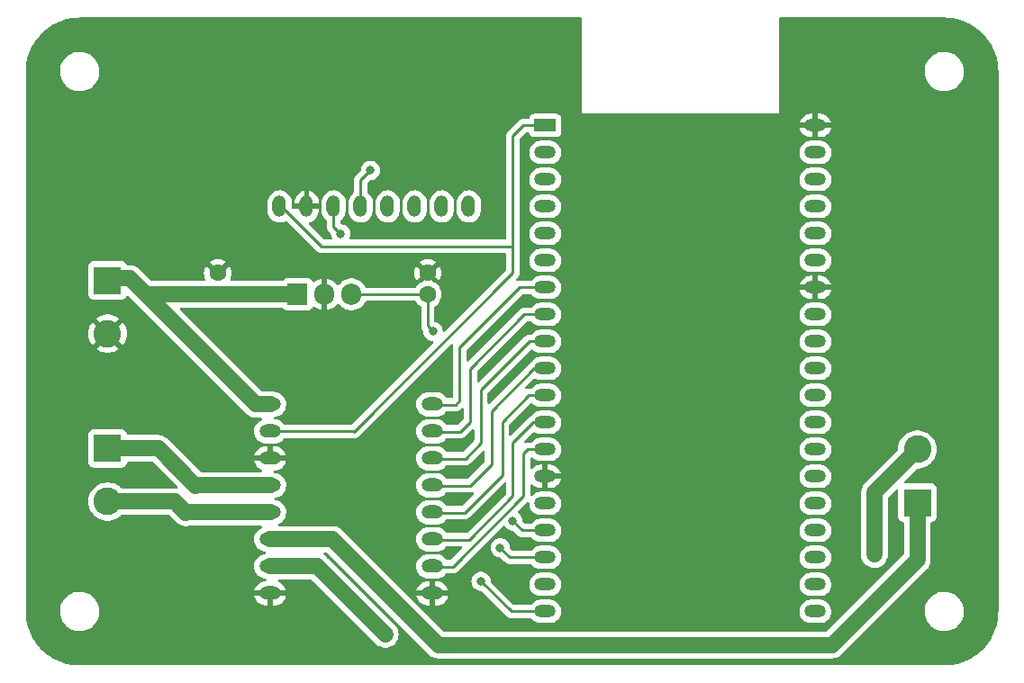
<source format=gbr>
%TF.GenerationSoftware,KiCad,Pcbnew,7.0.8*%
%TF.CreationDate,2024-04-18T13:17:51+02:00*%
%TF.ProjectId,pendulo_invertido,70656e64-756c-46f5-9f69-6e7665727469,rev?*%
%TF.SameCoordinates,Original*%
%TF.FileFunction,Copper,L1,Top*%
%TF.FilePolarity,Positive*%
%FSLAX46Y46*%
G04 Gerber Fmt 4.6, Leading zero omitted, Abs format (unit mm)*
G04 Created by KiCad (PCBNEW 7.0.8) date 2024-04-18 13:17:51*
%MOMM*%
%LPD*%
G01*
G04 APERTURE LIST*
%TA.AperFunction,ComponentPad*%
%ADD10R,1.905000X2.000000*%
%TD*%
%TA.AperFunction,ComponentPad*%
%ADD11O,1.905000X2.000000*%
%TD*%
%TA.AperFunction,ComponentPad*%
%ADD12R,2.600000X2.600000*%
%TD*%
%TA.AperFunction,ComponentPad*%
%ADD13C,2.600000*%
%TD*%
%TA.AperFunction,ComponentPad*%
%ADD14O,1.270000X2.032000*%
%TD*%
%TA.AperFunction,ComponentPad*%
%ADD15O,2.032000X1.270000*%
%TD*%
%TA.AperFunction,ComponentPad*%
%ADD16C,1.600000*%
%TD*%
%TA.AperFunction,ComponentPad*%
%ADD17R,2.000000X1.200000*%
%TD*%
%TA.AperFunction,ComponentPad*%
%ADD18O,2.000000X1.200000*%
%TD*%
%TA.AperFunction,ViaPad*%
%ADD19C,0.800000*%
%TD*%
%TA.AperFunction,Conductor*%
%ADD20C,1.500000*%
%TD*%
%TA.AperFunction,Conductor*%
%ADD21C,0.250000*%
%TD*%
G04 APERTURE END LIST*
D10*
%TO.P,U5,1,IN*%
%TO.N,+6V*%
X101740000Y-87000000D03*
D11*
%TO.P,U5,2,GND*%
%TO.N,GND*%
X104280000Y-87000000D03*
%TO.P,U5,3,OUT*%
%TO.N,Net-(U1-5V)*%
X106820000Y-87000000D03*
%TD*%
D12*
%TO.P,J3,1*%
%TO.N,+6V*%
X83900000Y-85700000D03*
D13*
%TO.P,J3,2*%
%TO.N,GND*%
X83900000Y-90700000D03*
%TD*%
D12*
%TO.P,J2,1,Pin_1*%
%TO.N,Net-(J2-Pin_1)*%
X160020000Y-106600000D03*
D13*
%TO.P,J2,2,Pin_2*%
%TO.N,Net-(J2-Pin_2)*%
X160020000Y-101600000D03*
%TD*%
D14*
%TO.P,U2,1,VCC*%
%TO.N,Net-(U1-3V3)*%
X100070000Y-78740000D03*
%TO.P,U2,2,GND*%
%TO.N,GND*%
X102610000Y-78740000D03*
%TO.P,U2,3,SCL*%
%TO.N,Net-(U1-D3)*%
X105150000Y-78740000D03*
%TO.P,U2,4,SDA*%
%TO.N,Net-(U1-D2)*%
X107690000Y-78740000D03*
%TO.P,U2,5,XDA*%
%TO.N,unconnected-(U2-XDA-Pad5)*%
X110230000Y-78740000D03*
%TO.P,U2,6,XCL*%
%TO.N,unconnected-(U2-XCL-Pad6)*%
X112770000Y-78740000D03*
%TO.P,U2,7,ADO*%
%TO.N,unconnected-(U2-ADO-Pad7)*%
X115310000Y-78740000D03*
%TO.P,U2,8,INT*%
%TO.N,unconnected-(U2-INT-Pad8)*%
X117850000Y-78740000D03*
%TD*%
D15*
%TO.P,U3,1,VM*%
%TO.N,+6V*%
X99170000Y-97360000D03*
%TO.P,U3,2,VCC*%
%TO.N,Net-(U1-3V3)*%
X99170000Y-99900000D03*
%TO.P,U3,3,GND*%
%TO.N,GND*%
X99170000Y-102440000D03*
%TO.P,U3,4,A01*%
%TO.N,Net-(J1-Pin_1)*%
X99170000Y-104980000D03*
%TO.P,U3,5,A02*%
%TO.N,Net-(J1-Pin_2)*%
X99170000Y-107520000D03*
%TO.P,U3,6,B01*%
%TO.N,Net-(J2-Pin_1)*%
X99170000Y-110060000D03*
%TO.P,U3,7,B02*%
%TO.N,Net-(J2-Pin_2)*%
X99170000Y-112600000D03*
%TO.P,U3,8,GND*%
%TO.N,GND*%
X99170000Y-115140000D03*
%TO.P,U3,9,GND*%
X114410000Y-115140000D03*
%TO.P,U3,10,PWMB*%
%TO.N,Net-(U1-12)*%
X114410000Y-112600000D03*
%TO.P,U3,11,BIN1*%
%TO.N,Net-(U1-14)*%
X114410000Y-110060000D03*
%TO.P,U3,12,BIN2*%
%TO.N,Net-(U1-27)*%
X114410000Y-107520000D03*
%TO.P,U3,13,STBY*%
%TO.N,Net-(U1-26)*%
X114410000Y-104980000D03*
%TO.P,U3,14,AIN1*%
%TO.N,Net-(U1-25)*%
X114410000Y-102440000D03*
%TO.P,U3,15,AIN2*%
%TO.N,Net-(U1-33)*%
X114410000Y-99900000D03*
%TO.P,U3,16,PWMA*%
%TO.N,Net-(U1-32)*%
X114410000Y-97360000D03*
%TD*%
D12*
%TO.P,J1,1,Pin_1*%
%TO.N,Net-(J1-Pin_1)*%
X83900000Y-101500000D03*
D13*
%TO.P,J1,2,Pin_2*%
%TO.N,Net-(J1-Pin_2)*%
X83900000Y-106500000D03*
%TD*%
D16*
%TO.P,C2,1*%
%TO.N,Net-(U1-5V)*%
X114000000Y-87000000D03*
%TO.P,C2,2*%
%TO.N,GND*%
X114000000Y-85000000D03*
%TD*%
D17*
%TO.P,U1,1,3V3*%
%TO.N,Net-(U1-3V3)*%
X125044200Y-71120000D03*
D18*
%TO.P,U1,2,EN*%
%TO.N,unconnected-(U1-EN-Pad2)*%
X125044200Y-73660000D03*
%TO.P,U1,3,VP*%
%TO.N,unconnected-(U1-VP-Pad3)*%
X125044200Y-76200000D03*
%TO.P,U1,4,VN*%
%TO.N,unconnected-(U1-VN-Pad4)*%
X125044200Y-78740000D03*
%TO.P,U1,5,34*%
%TO.N,unconnected-(U1-34-Pad5)*%
X125044200Y-81280000D03*
%TO.P,U1,6,35*%
%TO.N,unconnected-(U1-35-Pad6)*%
X125044200Y-83820000D03*
%TO.P,U1,7,32*%
%TO.N,Net-(U1-32)*%
X125044200Y-86360000D03*
%TO.P,U1,8,33*%
%TO.N,Net-(U1-33)*%
X125044200Y-88900000D03*
%TO.P,U1,9,25*%
%TO.N,Net-(U1-25)*%
X125044200Y-91440000D03*
%TO.P,U1,10,26*%
%TO.N,Net-(U1-26)*%
X125044200Y-93980000D03*
%TO.P,U1,11,27*%
%TO.N,Net-(U1-27)*%
X125044200Y-96520000D03*
%TO.P,U1,12,14*%
%TO.N,Net-(U1-14)*%
X125044200Y-99060000D03*
%TO.P,U1,13,12*%
%TO.N,Net-(U1-12)*%
X125044200Y-101600000D03*
%TO.P,U1,14,GND*%
%TO.N,GND*%
X125044200Y-104140000D03*
%TO.P,U1,15,13*%
%TO.N,unconnected-(U1-13-Pad15)*%
X125044200Y-106680000D03*
%TO.P,U1,16,D2*%
%TO.N,Net-(U1-D2)*%
X125044200Y-109220000D03*
%TO.P,U1,17,D3*%
%TO.N,Net-(U1-D3)*%
X125044200Y-111760000D03*
%TO.P,U1,18,CMD*%
%TO.N,unconnected-(U1-CMD-Pad18)*%
X125044200Y-114300000D03*
%TO.P,U1,19,5V*%
%TO.N,Net-(U1-5V)*%
X125044200Y-116840000D03*
%TO.P,U1,20,CLK*%
%TO.N,unconnected-(U1-CLK-Pad20)*%
X150440520Y-116837280D03*
%TO.P,U1,21,D0*%
%TO.N,unconnected-(U1-D0-Pad21)*%
X150440520Y-114297280D03*
%TO.P,U1,22,D1*%
%TO.N,unconnected-(U1-D1-Pad22)*%
X150444200Y-111760000D03*
%TO.P,U1,23,15*%
%TO.N,unconnected-(U1-15-Pad23)*%
X150444200Y-109220000D03*
%TO.P,U1,24,2*%
%TO.N,unconnected-(U1-2-Pad24)*%
X150444200Y-106680000D03*
%TO.P,U1,25,0*%
%TO.N,unconnected-(U1-0-Pad25)*%
X150444200Y-104140000D03*
%TO.P,U1,26,4*%
%TO.N,unconnected-(U1-4-Pad26)*%
X150444200Y-101600000D03*
%TO.P,U1,27,16*%
%TO.N,unconnected-(U1-16-Pad27)*%
X150444200Y-99060000D03*
%TO.P,U1,28,17*%
%TO.N,unconnected-(U1-17-Pad28)*%
X150444200Y-96520000D03*
%TO.P,U1,29,5*%
%TO.N,unconnected-(U1-5-Pad29)*%
X150444200Y-93980000D03*
%TO.P,U1,30,18*%
%TO.N,unconnected-(U1-18-Pad30)*%
X150444200Y-91440000D03*
%TO.P,U1,31,19*%
%TO.N,unconnected-(U1-19-Pad31)*%
X150444200Y-88900000D03*
%TO.P,U1,32,GND*%
%TO.N,GND*%
X150444200Y-86360000D03*
%TO.P,U1,33,21*%
%TO.N,unconnected-(U1-21-Pad33)*%
X150444200Y-83820000D03*
%TO.P,U1,34,RX*%
%TO.N,unconnected-(U1-RX-Pad34)*%
X150444200Y-81280000D03*
%TO.P,U1,35,TX*%
%TO.N,unconnected-(U1-TX-Pad35)*%
X150444200Y-78740000D03*
%TO.P,U1,36,22*%
%TO.N,unconnected-(U1-22-Pad36)*%
X150444200Y-76200000D03*
%TO.P,U1,37,23*%
%TO.N,unconnected-(U1-23-Pad37)*%
X150444200Y-73660000D03*
%TO.P,U1,38,GND*%
%TO.N,GND*%
X150444200Y-71120000D03*
%TD*%
D16*
%TO.P,C1,1*%
%TO.N,+6V*%
X94260000Y-87000000D03*
%TO.P,C1,2*%
%TO.N,GND*%
X94260000Y-85000000D03*
%TD*%
D19*
%TO.N,GND*%
X101600000Y-91440000D03*
%TO.N,Net-(U1-5V)*%
X114500000Y-90500000D03*
X119000000Y-114000000D03*
%TO.N,Net-(J2-Pin_2)*%
X110000000Y-119000000D03*
X156000000Y-111500000D03*
%TO.N,Net-(U1-D2)*%
X108600000Y-75350000D03*
X122000000Y-108350000D03*
%TO.N,Net-(U1-D3)*%
X105800000Y-81300000D03*
X120800000Y-110850000D03*
%TD*%
D20*
%TO.N,Net-(J1-Pin_2)*%
X90200000Y-106500000D02*
X83900000Y-106500000D01*
X91260000Y-107560000D02*
X90200000Y-106500000D01*
X91300000Y-107520000D02*
X91260000Y-107560000D01*
X99170000Y-107520000D02*
X91300000Y-107520000D01*
%TO.N,Net-(J1-Pin_1)*%
X88664164Y-101500000D02*
X83900000Y-101500000D01*
X92184164Y-105020000D02*
X88664164Y-101500000D01*
X99170000Y-104980000D02*
X92224164Y-104980000D01*
X92224164Y-104980000D02*
X92184164Y-105020000D01*
%TO.N,+6V*%
X94260000Y-87000000D02*
X87500000Y-87000000D01*
X97860000Y-97360000D02*
X99170000Y-97360000D01*
X94260000Y-87000000D02*
X101740000Y-87000000D01*
X86000000Y-85500000D02*
X97860000Y-97360000D01*
X86000000Y-85500000D02*
X84720000Y-85500000D01*
X87500000Y-87000000D02*
X86000000Y-85500000D01*
D21*
%TO.N,Net-(U1-5V)*%
X106820000Y-87000000D02*
X114000000Y-87000000D01*
X119000000Y-114000000D02*
X121840000Y-116840000D01*
X114000000Y-90000000D02*
X114500000Y-90500000D01*
X114000000Y-87360000D02*
X114000000Y-90000000D01*
X121840000Y-116840000D02*
X125044200Y-116840000D01*
D20*
%TO.N,Net-(J2-Pin_1)*%
X115000000Y-120000000D02*
X105060000Y-110060000D01*
X105060000Y-110060000D02*
X99170000Y-110060000D01*
X152000000Y-120000000D02*
X115000000Y-120000000D01*
X152000000Y-120000000D02*
X160020000Y-111980000D01*
X160020000Y-111980000D02*
X160020000Y-106600000D01*
%TO.N,Net-(J2-Pin_2)*%
X156000000Y-111500000D02*
X156000000Y-105620000D01*
X103600000Y-112600000D02*
X99170000Y-112600000D01*
X156000000Y-105620000D02*
X160020000Y-101600000D01*
X110000000Y-119000000D02*
X103600000Y-112600000D01*
D21*
%TO.N,Net-(U1-3V3)*%
X107020000Y-99900000D02*
X99170000Y-99900000D01*
X122000000Y-72120000D02*
X122000000Y-85000000D01*
X123000000Y-71120000D02*
X122000000Y-72120000D01*
X107060000Y-99940000D02*
X107020000Y-99900000D01*
X125044200Y-71120000D02*
X123000000Y-71120000D01*
X104000000Y-82500000D02*
X122000000Y-82500000D01*
X100100000Y-78600000D02*
X104000000Y-82500000D01*
X122000000Y-85000000D02*
X107060000Y-99940000D01*
%TO.N,Net-(U1-32)*%
X116620000Y-97380000D02*
X117000000Y-97000000D01*
X114300000Y-97380000D02*
X116620000Y-97380000D01*
X117000000Y-92000000D02*
X122640000Y-86360000D01*
X122640000Y-86360000D02*
X125044200Y-86360000D01*
X117000000Y-97000000D02*
X117000000Y-92000000D01*
%TO.N,Net-(U1-33)*%
X125044200Y-88900000D02*
X123100000Y-88900000D01*
X117080000Y-99920000D02*
X114300000Y-99920000D01*
X118000000Y-99000000D02*
X117080000Y-99920000D01*
X123100000Y-88900000D02*
X118000000Y-94000000D01*
X118000000Y-94000000D02*
X118000000Y-99000000D01*
%TO.N,Net-(U1-25)*%
X117540000Y-102460000D02*
X119000000Y-101000000D01*
X119000000Y-101000000D02*
X119000000Y-97000000D01*
X119000000Y-96000000D02*
X119000000Y-97000000D01*
X125044200Y-91440000D02*
X123560000Y-91440000D01*
X114300000Y-102460000D02*
X117540000Y-102460000D01*
X123560000Y-91440000D02*
X119000000Y-96000000D01*
%TO.N,Net-(U1-26)*%
X124020000Y-93980000D02*
X125044200Y-93980000D01*
X114300000Y-105000000D02*
X118000000Y-105000000D01*
X118000000Y-105000000D02*
X120000000Y-103000000D01*
X120000000Y-98000000D02*
X124020000Y-93980000D01*
X120000000Y-103000000D02*
X120000000Y-98000000D01*
%TO.N,Net-(U1-27)*%
X123480000Y-96520000D02*
X121000000Y-99000000D01*
X125044200Y-96520000D02*
X123480000Y-96520000D01*
X121000000Y-104000000D02*
X117460000Y-107540000D01*
X121000000Y-99000000D02*
X121000000Y-104000000D01*
X117460000Y-107540000D02*
X114300000Y-107540000D01*
%TO.N,Net-(U1-14)*%
X114300000Y-110080000D02*
X117920000Y-110080000D01*
X122000000Y-106000000D02*
X122000000Y-101000000D01*
X122000000Y-101000000D02*
X123940000Y-99060000D01*
X117920000Y-110080000D02*
X122000000Y-106000000D01*
X123940000Y-99060000D02*
X125044200Y-99060000D01*
%TO.N,Net-(U1-12)*%
X123400000Y-101600000D02*
X123000000Y-102000000D01*
X123000000Y-102000000D02*
X123000000Y-106000000D01*
X116380000Y-112620000D02*
X114300000Y-112620000D01*
X123000000Y-106000000D02*
X116380000Y-112620000D01*
X125044200Y-101600000D02*
X123400000Y-101600000D01*
%TO.N,Net-(U1-D2)*%
X125044200Y-109220000D02*
X122870000Y-109220000D01*
X108600000Y-75350000D02*
X107690000Y-76260000D01*
X107690000Y-76260000D02*
X107690000Y-78740000D01*
X122870000Y-109220000D02*
X122000000Y-108350000D01*
%TO.N,Net-(U1-D3)*%
X121710000Y-111760000D02*
X120800000Y-110850000D01*
X125044200Y-111760000D02*
X121710000Y-111760000D01*
X105800000Y-81300000D02*
X105150000Y-80650000D01*
X105150000Y-80650000D02*
X105150000Y-78740000D01*
%TD*%
%TA.AperFunction,Conductor*%
%TO.N,GND*%
G36*
X104530000Y-88478365D02*
G01*
X104637792Y-88460379D01*
X104865454Y-88382221D01*
X104865468Y-88382215D01*
X105077159Y-88267655D01*
X105077168Y-88267649D01*
X105267116Y-88119806D01*
X105267126Y-88119797D01*
X105430154Y-87942702D01*
X105430155Y-87942701D01*
X105445891Y-87918616D01*
X105499036Y-87873258D01*
X105568267Y-87863833D01*
X105631604Y-87893333D01*
X105653510Y-87918614D01*
X105669446Y-87943007D01*
X105669448Y-87943009D01*
X105669449Y-87943010D01*
X105832537Y-88120171D01*
X105953331Y-88214188D01*
X106022017Y-88267649D01*
X106022561Y-88268072D01*
X106168871Y-88347251D01*
X106233478Y-88382215D01*
X106234336Y-88382679D01*
X106331397Y-88416000D01*
X106462083Y-88460865D01*
X106462085Y-88460865D01*
X106462087Y-88460866D01*
X106699601Y-88500500D01*
X106699602Y-88500500D01*
X106940398Y-88500500D01*
X106940399Y-88500500D01*
X107177913Y-88460866D01*
X107405664Y-88382679D01*
X107617439Y-88268072D01*
X107807463Y-88120171D01*
X107970551Y-87943010D01*
X108102255Y-87741422D01*
X108120560Y-87699691D01*
X108165515Y-87646205D01*
X108232251Y-87625514D01*
X108234116Y-87625500D01*
X112785812Y-87625500D01*
X112852851Y-87645185D01*
X112887387Y-87678377D01*
X112999954Y-87839141D01*
X113160858Y-88000045D01*
X113321623Y-88112613D01*
X113365248Y-88167189D01*
X113374500Y-88214188D01*
X113374500Y-89917255D01*
X113372775Y-89932872D01*
X113373061Y-89932899D01*
X113372326Y-89940665D01*
X113374500Y-90009814D01*
X113374500Y-90039343D01*
X113374501Y-90039360D01*
X113375368Y-90046231D01*
X113375826Y-90052050D01*
X113377290Y-90098624D01*
X113377291Y-90098627D01*
X113382880Y-90117867D01*
X113386824Y-90136911D01*
X113389336Y-90156792D01*
X113406490Y-90200119D01*
X113408382Y-90205647D01*
X113421381Y-90250388D01*
X113431580Y-90267634D01*
X113440138Y-90285103D01*
X113447514Y-90303732D01*
X113474898Y-90341423D01*
X113478106Y-90346307D01*
X113501827Y-90386416D01*
X113501833Y-90386424D01*
X113515990Y-90400580D01*
X113528628Y-90415376D01*
X113540405Y-90431586D01*
X113540406Y-90431587D01*
X113552828Y-90441863D01*
X113591936Y-90499763D01*
X113597109Y-90524445D01*
X113614326Y-90688256D01*
X113614327Y-90688259D01*
X113672818Y-90868277D01*
X113672821Y-90868284D01*
X113767467Y-91032216D01*
X113894129Y-91172888D01*
X114047265Y-91284148D01*
X114047270Y-91284151D01*
X114220192Y-91361142D01*
X114220197Y-91361144D01*
X114405354Y-91400500D01*
X114405355Y-91400500D01*
X114415547Y-91400500D01*
X114482586Y-91420185D01*
X114528341Y-91472989D01*
X114538285Y-91542147D01*
X114509260Y-91605703D01*
X114503228Y-91612181D01*
X106877228Y-99238181D01*
X106815905Y-99271666D01*
X106789547Y-99274500D01*
X100563487Y-99274500D01*
X100496448Y-99254815D01*
X100462480Y-99222427D01*
X100413061Y-99153027D01*
X100413050Y-99153015D01*
X100256114Y-99003378D01*
X100195302Y-98964297D01*
X100073683Y-98886137D01*
X100073680Y-98886136D01*
X100073679Y-98886135D01*
X100073678Y-98886134D01*
X99872375Y-98805544D01*
X99872363Y-98805540D01*
X99872362Y-98805540D01*
X99872360Y-98805539D01*
X99872358Y-98805539D01*
X99653627Y-98763382D01*
X99654130Y-98760772D01*
X99599801Y-98738885D01*
X99559396Y-98681884D01*
X99556223Y-98612086D01*
X99591289Y-98551653D01*
X99622858Y-98529863D01*
X99696298Y-98494497D01*
X99738311Y-98482778D01*
X99766872Y-98480052D01*
X99974942Y-98418957D01*
X100167690Y-98319588D01*
X100338149Y-98185538D01*
X100480158Y-98021651D01*
X100588585Y-97833849D01*
X100659511Y-97628922D01*
X100690373Y-97414275D01*
X100680055Y-97197666D01*
X100628929Y-96986925D01*
X100538845Y-96789668D01*
X100413057Y-96613023D01*
X100413055Y-96613021D01*
X100413050Y-96613015D01*
X100256114Y-96463378D01*
X100195302Y-96424297D01*
X100073683Y-96346137D01*
X100073680Y-96346136D01*
X100073679Y-96346135D01*
X100073678Y-96346134D01*
X99872370Y-96265542D01*
X99872363Y-96265540D01*
X99751938Y-96242329D01*
X99720242Y-96230239D01*
X99719780Y-96231201D01*
X99714766Y-96228786D01*
X99714764Y-96228785D01*
X99714760Y-96228783D01*
X99714755Y-96228781D01*
X99504025Y-96149692D01*
X99282550Y-96109500D01*
X99282547Y-96109500D01*
X98429336Y-96109500D01*
X98362297Y-96089815D01*
X98341655Y-96073181D01*
X90730655Y-88462181D01*
X90697170Y-88400858D01*
X90702154Y-88331166D01*
X90744026Y-88275233D01*
X90809490Y-88250816D01*
X90818336Y-88250500D01*
X93885857Y-88250500D01*
X93917949Y-88254724D01*
X94033308Y-88285635D01*
X94195230Y-88299801D01*
X94259998Y-88305468D01*
X94260000Y-88305468D01*
X94260002Y-88305468D01*
X94316673Y-88300509D01*
X94486692Y-88285635D01*
X94602050Y-88254724D01*
X94634143Y-88250500D01*
X100287749Y-88250500D01*
X100354788Y-88270185D01*
X100387015Y-88300188D01*
X100422244Y-88347247D01*
X100429954Y-88357546D01*
X100429957Y-88357548D01*
X100545164Y-88443793D01*
X100545171Y-88443797D01*
X100680017Y-88494091D01*
X100680016Y-88494091D01*
X100686944Y-88494835D01*
X100739627Y-88500500D01*
X102740372Y-88500499D01*
X102799983Y-88494091D01*
X102934831Y-88443796D01*
X103050046Y-88357546D01*
X103136296Y-88242331D01*
X103136296Y-88242329D01*
X103136298Y-88242327D01*
X103142308Y-88226209D01*
X103147907Y-88211197D01*
X103189776Y-88155264D01*
X103255240Y-88130844D01*
X103323513Y-88145694D01*
X103340252Y-88156675D01*
X103482831Y-88267649D01*
X103482840Y-88267655D01*
X103694531Y-88382215D01*
X103694545Y-88382221D01*
X103922207Y-88460379D01*
X104030000Y-88478366D01*
X104030000Y-87491683D01*
X104058819Y-87509209D01*
X104204404Y-87550000D01*
X104317622Y-87550000D01*
X104429783Y-87534584D01*
X104530000Y-87491053D01*
X104530000Y-88478365D01*
G37*
%TD.AperFunction*%
%TA.AperFunction,Conductor*%
G36*
X128443039Y-60980185D02*
G01*
X128488794Y-61032989D01*
X128500000Y-61084500D01*
X128500000Y-70000000D01*
X147000000Y-70000000D01*
X147000000Y-66107763D01*
X160705787Y-66107763D01*
X160735413Y-66377013D01*
X160735415Y-66377024D01*
X160803926Y-66639082D01*
X160803928Y-66639088D01*
X160909870Y-66888390D01*
X160981998Y-67006575D01*
X161050979Y-67119605D01*
X161050986Y-67119615D01*
X161224253Y-67327819D01*
X161224259Y-67327824D01*
X161425998Y-67508582D01*
X161651910Y-67658044D01*
X161897176Y-67773020D01*
X161897183Y-67773022D01*
X161897185Y-67773023D01*
X162156557Y-67851057D01*
X162156564Y-67851058D01*
X162156569Y-67851060D01*
X162424561Y-67890500D01*
X162424566Y-67890500D01*
X162627636Y-67890500D01*
X162679133Y-67886730D01*
X162830156Y-67875677D01*
X162942758Y-67850593D01*
X163094546Y-67816782D01*
X163094548Y-67816781D01*
X163094553Y-67816780D01*
X163347558Y-67720014D01*
X163583777Y-67587441D01*
X163798177Y-67421888D01*
X163986186Y-67226881D01*
X164143799Y-67006579D01*
X164217787Y-66862669D01*
X164267649Y-66765690D01*
X164267651Y-66765684D01*
X164267656Y-66765675D01*
X164355118Y-66509305D01*
X164404319Y-66242933D01*
X164414212Y-65972235D01*
X164384586Y-65702982D01*
X164316072Y-65440912D01*
X164210130Y-65191610D01*
X164069018Y-64960390D01*
X163979747Y-64853119D01*
X163895746Y-64752180D01*
X163895740Y-64752175D01*
X163694002Y-64571418D01*
X163468092Y-64421957D01*
X163401391Y-64390689D01*
X163222824Y-64306980D01*
X163222819Y-64306978D01*
X163222814Y-64306976D01*
X162963442Y-64228942D01*
X162963428Y-64228939D01*
X162847791Y-64211921D01*
X162695439Y-64189500D01*
X162492369Y-64189500D01*
X162492364Y-64189500D01*
X162289844Y-64204323D01*
X162289831Y-64204325D01*
X162025453Y-64263217D01*
X162025446Y-64263220D01*
X161772439Y-64359987D01*
X161536226Y-64492557D01*
X161321822Y-64658112D01*
X161133822Y-64853109D01*
X161133816Y-64853116D01*
X160976202Y-65073419D01*
X160976199Y-65073424D01*
X160852350Y-65314309D01*
X160852343Y-65314327D01*
X160764884Y-65570685D01*
X160764881Y-65570699D01*
X160715681Y-65837068D01*
X160715680Y-65837075D01*
X160705787Y-66107763D01*
X147000000Y-66107763D01*
X147000000Y-61084500D01*
X147019685Y-61017461D01*
X147072489Y-60971706D01*
X147124000Y-60960500D01*
X162559500Y-60960500D01*
X162560000Y-60960500D01*
X162777525Y-60969496D01*
X162982732Y-60978456D01*
X162987654Y-60978870D01*
X163205755Y-61006056D01*
X163410849Y-61033058D01*
X163415420Y-61033837D01*
X163630399Y-61078913D01*
X163832714Y-61123766D01*
X163836969Y-61124869D01*
X163955715Y-61160222D01*
X164047449Y-61187533D01*
X164100220Y-61204171D01*
X164245378Y-61249939D01*
X164249180Y-61251277D01*
X164453265Y-61330912D01*
X164453908Y-61331163D01*
X164645763Y-61410632D01*
X164649234Y-61412196D01*
X164846710Y-61508737D01*
X164846733Y-61508748D01*
X165031061Y-61604704D01*
X165034169Y-61606437D01*
X165156039Y-61679054D01*
X165223108Y-61719019D01*
X165398522Y-61830771D01*
X165401212Y-61832586D01*
X165580304Y-61960456D01*
X165745405Y-62087142D01*
X165747733Y-62089019D01*
X165915753Y-62231323D01*
X166070324Y-62372962D01*
X166227037Y-62529675D01*
X166368676Y-62684246D01*
X166510979Y-62852265D01*
X166512856Y-62854593D01*
X166639543Y-63019695D01*
X166767412Y-63198786D01*
X166769244Y-63201501D01*
X166880986Y-63376901D01*
X166993561Y-63565829D01*
X166995294Y-63568937D01*
X167091251Y-63753266D01*
X167187786Y-63950731D01*
X167189366Y-63954235D01*
X167268836Y-64146091D01*
X167300362Y-64226886D01*
X167348708Y-64350785D01*
X167350072Y-64354657D01*
X167412466Y-64552549D01*
X167475124Y-64763014D01*
X167476232Y-64767286D01*
X167521099Y-64969663D01*
X167566157Y-65184559D01*
X167566946Y-65189191D01*
X167593952Y-65394318D01*
X167621126Y-65612322D01*
X167621543Y-65617288D01*
X167630512Y-65822701D01*
X167639500Y-66040000D01*
X167639500Y-116840000D01*
X167630512Y-117057298D01*
X167621543Y-117262710D01*
X167621126Y-117267676D01*
X167593952Y-117485681D01*
X167566946Y-117690807D01*
X167566157Y-117695439D01*
X167521099Y-117910336D01*
X167476232Y-118112712D01*
X167475124Y-118116984D01*
X167412466Y-118327450D01*
X167350072Y-118525341D01*
X167348700Y-118529236D01*
X167268836Y-118733908D01*
X167189366Y-118925763D01*
X167187786Y-118929267D01*
X167091251Y-119126733D01*
X166995294Y-119311061D01*
X166993561Y-119314169D01*
X166880986Y-119503098D01*
X166769244Y-119678497D01*
X166767412Y-119681212D01*
X166639543Y-119860304D01*
X166512856Y-120025405D01*
X166510979Y-120027733D01*
X166368676Y-120195753D01*
X166227037Y-120350324D01*
X166070324Y-120507037D01*
X165915753Y-120648676D01*
X165747733Y-120790979D01*
X165745405Y-120792856D01*
X165580304Y-120919543D01*
X165401212Y-121047412D01*
X165398497Y-121049244D01*
X165223098Y-121160986D01*
X165034169Y-121273561D01*
X165031061Y-121275294D01*
X164846733Y-121371251D01*
X164649267Y-121467786D01*
X164645763Y-121469366D01*
X164453908Y-121548836D01*
X164249236Y-121628700D01*
X164245341Y-121630072D01*
X164047450Y-121692466D01*
X163836984Y-121755124D01*
X163832712Y-121756232D01*
X163630336Y-121801099D01*
X163415439Y-121846157D01*
X163410807Y-121846946D01*
X163205681Y-121873952D01*
X162987676Y-121901126D01*
X162982710Y-121901543D01*
X162777298Y-121910512D01*
X162560000Y-121919500D01*
X81280000Y-121919500D01*
X81062701Y-121910512D01*
X80857288Y-121901543D01*
X80852322Y-121901126D01*
X80634318Y-121873952D01*
X80429191Y-121846946D01*
X80424559Y-121846157D01*
X80209663Y-121801099D01*
X80007286Y-121756232D01*
X80003014Y-121755124D01*
X79792549Y-121692466D01*
X79594657Y-121630072D01*
X79590785Y-121628708D01*
X79458255Y-121576995D01*
X79386091Y-121548836D01*
X79194235Y-121469366D01*
X79190731Y-121467786D01*
X78993266Y-121371251D01*
X78808937Y-121275294D01*
X78805829Y-121273561D01*
X78616901Y-121160986D01*
X78441501Y-121049244D01*
X78438786Y-121047412D01*
X78259695Y-120919543D01*
X78094593Y-120792856D01*
X78092265Y-120790979D01*
X77924246Y-120648676D01*
X77769675Y-120507037D01*
X77612962Y-120350324D01*
X77523515Y-120252710D01*
X77471319Y-120195748D01*
X77329019Y-120027733D01*
X77327142Y-120025405D01*
X77200456Y-119860304D01*
X77072586Y-119681212D01*
X77070771Y-119678522D01*
X76959013Y-119503098D01*
X76919054Y-119436039D01*
X76846437Y-119314169D01*
X76844704Y-119311061D01*
X76748748Y-119126733D01*
X76652196Y-118929234D01*
X76650632Y-118925763D01*
X76571163Y-118733908D01*
X76554225Y-118690500D01*
X76491277Y-118529180D01*
X76489939Y-118525378D01*
X76427533Y-118327449D01*
X76388203Y-118195345D01*
X76364869Y-118116969D01*
X76363766Y-118112712D01*
X76344738Y-118026883D01*
X76318913Y-117910399D01*
X76273837Y-117695420D01*
X76273058Y-117690849D01*
X76246047Y-117485681D01*
X76218870Y-117267654D01*
X76218456Y-117262732D01*
X76209487Y-117057298D01*
X76203303Y-116907763D01*
X79425787Y-116907763D01*
X79455413Y-117177013D01*
X79455415Y-117177024D01*
X79523507Y-117437479D01*
X79523928Y-117439088D01*
X79629870Y-117688390D01*
X79736797Y-117863596D01*
X79770979Y-117919605D01*
X79770986Y-117919615D01*
X79944253Y-118127819D01*
X79944259Y-118127824D01*
X80049240Y-118221887D01*
X80145998Y-118308582D01*
X80371910Y-118458044D01*
X80617176Y-118573020D01*
X80617183Y-118573022D01*
X80617185Y-118573023D01*
X80876557Y-118651057D01*
X80876564Y-118651058D01*
X80876569Y-118651060D01*
X81144561Y-118690500D01*
X81144566Y-118690500D01*
X81347636Y-118690500D01*
X81399133Y-118686730D01*
X81550156Y-118675677D01*
X81662758Y-118650593D01*
X81814546Y-118616782D01*
X81814548Y-118616781D01*
X81814553Y-118616780D01*
X82067558Y-118520014D01*
X82303777Y-118387441D01*
X82518177Y-118221888D01*
X82706186Y-118026881D01*
X82863799Y-117806579D01*
X82950795Y-117637370D01*
X82987649Y-117565690D01*
X82987651Y-117565684D01*
X82987656Y-117565675D01*
X83075118Y-117309305D01*
X83124319Y-117042933D01*
X83134212Y-116772235D01*
X83104586Y-116502982D01*
X83036072Y-116240912D01*
X82930130Y-115991610D01*
X82789018Y-115760390D01*
X82769370Y-115736780D01*
X82615746Y-115552180D01*
X82615740Y-115552175D01*
X82414002Y-115371418D01*
X82188092Y-115221957D01*
X82188090Y-115221956D01*
X81942824Y-115106980D01*
X81942819Y-115106978D01*
X81942814Y-115106976D01*
X81683442Y-115028942D01*
X81683428Y-115028939D01*
X81567791Y-115011921D01*
X81415439Y-114989500D01*
X81212369Y-114989500D01*
X81212364Y-114989500D01*
X81009844Y-115004323D01*
X81009831Y-115004325D01*
X80745453Y-115063217D01*
X80745446Y-115063220D01*
X80492439Y-115159987D01*
X80256226Y-115292557D01*
X80256224Y-115292558D01*
X80256223Y-115292559D01*
X80212506Y-115326316D01*
X80041822Y-115458112D01*
X79853822Y-115653109D01*
X79853816Y-115653116D01*
X79696202Y-115873419D01*
X79696199Y-115873424D01*
X79572350Y-116114309D01*
X79572343Y-116114327D01*
X79484884Y-116370685D01*
X79484881Y-116370699D01*
X79465486Y-116475704D01*
X79446842Y-116576645D01*
X79435681Y-116637068D01*
X79435680Y-116637075D01*
X79425787Y-116907763D01*
X76203303Y-116907763D01*
X76200500Y-116840000D01*
X76200500Y-116839500D01*
X76200500Y-106500004D01*
X82094451Y-106500004D01*
X82114616Y-106769101D01*
X82155830Y-106949669D01*
X82174666Y-107032195D01*
X82273257Y-107283398D01*
X82408185Y-107517102D01*
X82482278Y-107610011D01*
X82576442Y-107728089D01*
X82754252Y-107893071D01*
X82774259Y-107911635D01*
X82997226Y-108063651D01*
X83240359Y-108180738D01*
X83498228Y-108260280D01*
X83498229Y-108260280D01*
X83498232Y-108260281D01*
X83765063Y-108300499D01*
X83765068Y-108300499D01*
X83765071Y-108300500D01*
X83765072Y-108300500D01*
X84034928Y-108300500D01*
X84034929Y-108300500D01*
X84034936Y-108300499D01*
X84301767Y-108260281D01*
X84301768Y-108260280D01*
X84301772Y-108260280D01*
X84559641Y-108180738D01*
X84751765Y-108088216D01*
X84802767Y-108063655D01*
X84802767Y-108063654D01*
X84802775Y-108063651D01*
X85025741Y-107911635D01*
X85157994Y-107788922D01*
X85163728Y-107783602D01*
X85226260Y-107752433D01*
X85248069Y-107750500D01*
X89630664Y-107750500D01*
X89697703Y-107770185D01*
X89718345Y-107786819D01*
X90354928Y-108423402D01*
X90356851Y-108425413D01*
X90412906Y-108486740D01*
X90412911Y-108486745D01*
X90412914Y-108486748D01*
X90479043Y-108537098D01*
X90481170Y-108538794D01*
X90544981Y-108592068D01*
X90565905Y-108603941D01*
X90572858Y-108608530D01*
X90592005Y-108623108D01*
X90625256Y-108640050D01*
X90666052Y-108660837D01*
X90668474Y-108662139D01*
X90740755Y-108703153D01*
X90756468Y-108708651D01*
X90763451Y-108711095D01*
X90771129Y-108714377D01*
X90792563Y-108725298D01*
X90792565Y-108725299D01*
X90872160Y-108749199D01*
X90874765Y-108750045D01*
X90953217Y-108777498D01*
X90976975Y-108781260D01*
X90985104Y-108783115D01*
X91008149Y-108790036D01*
X91090761Y-108799343D01*
X91093451Y-108799708D01*
X91175540Y-108812710D01*
X91199596Y-108812169D01*
X91207912Y-108812543D01*
X91231827Y-108815238D01*
X91314778Y-108809644D01*
X91317465Y-108809523D01*
X91400578Y-108807659D01*
X91424153Y-108802831D01*
X91432397Y-108801714D01*
X91456412Y-108800096D01*
X91536972Y-108779796D01*
X91539678Y-108779177D01*
X91550770Y-108776906D01*
X91569756Y-108773020D01*
X91594627Y-108770500D01*
X98301115Y-108770500D01*
X98368154Y-108790185D01*
X98413909Y-108842989D01*
X98423853Y-108912147D01*
X98394828Y-108975703D01*
X98357938Y-109004713D01*
X98245519Y-109062670D01*
X98172309Y-109100412D01*
X98001848Y-109234464D01*
X97859846Y-109398344D01*
X97859837Y-109398355D01*
X97751416Y-109586148D01*
X97680489Y-109791076D01*
X97680489Y-109791078D01*
X97652053Y-109988857D01*
X97649627Y-110005727D01*
X97659944Y-110222331D01*
X97711070Y-110433071D01*
X97711070Y-110433073D01*
X97733285Y-110481716D01*
X97801155Y-110630332D01*
X97905872Y-110777387D01*
X97926944Y-110806978D01*
X97926949Y-110806984D01*
X98083885Y-110956621D01*
X98083887Y-110956622D01*
X98083888Y-110956623D01*
X98266317Y-111073863D01*
X98467638Y-111154460D01*
X98588059Y-111177669D01*
X98619754Y-111189761D01*
X98620219Y-111188798D01*
X98625228Y-111191210D01*
X98625236Y-111191215D01*
X98684100Y-111213307D01*
X98739948Y-111255293D01*
X98764231Y-111320807D01*
X98749239Y-111389050D01*
X98699733Y-111438354D01*
X98694330Y-111441121D01*
X98643699Y-111465503D01*
X98601687Y-111477220D01*
X98573138Y-111479946D01*
X98573129Y-111479947D01*
X98573128Y-111479948D01*
X98573126Y-111479948D01*
X98573124Y-111479949D01*
X98365061Y-111541041D01*
X98172309Y-111640412D01*
X98001848Y-111774464D01*
X97859846Y-111938344D01*
X97859837Y-111938355D01*
X97751416Y-112126148D01*
X97680489Y-112331076D01*
X97672664Y-112385499D01*
X97658510Y-112483947D01*
X97649627Y-112545727D01*
X97659944Y-112762331D01*
X97711070Y-112973071D01*
X97711070Y-112973073D01*
X97741345Y-113039365D01*
X97801155Y-113170332D01*
X97926943Y-113346977D01*
X97926944Y-113346978D01*
X97926949Y-113346984D01*
X98083885Y-113496621D01*
X98083887Y-113496622D01*
X98083888Y-113496623D01*
X98266317Y-113613863D01*
X98467638Y-113694460D01*
X98588059Y-113717669D01*
X98619754Y-113729761D01*
X98620219Y-113728798D01*
X98625224Y-113731207D01*
X98625236Y-113731215D01*
X98726687Y-113769290D01*
X98782535Y-113811275D01*
X98806819Y-113876789D01*
X98791828Y-113945032D01*
X98742322Y-113994336D01*
X98694904Y-114008821D01*
X98573233Y-114020439D01*
X98573219Y-114020442D01*
X98365246Y-114081508D01*
X98172580Y-114180834D01*
X98002195Y-114314826D01*
X97860246Y-114478647D01*
X97751874Y-114666353D01*
X97751868Y-114666366D01*
X97680976Y-114871194D01*
X97678272Y-114890000D01*
X98882283Y-114890000D01*
X98846629Y-114928731D01*
X98795552Y-115045177D01*
X98785051Y-115171898D01*
X98816266Y-115295162D01*
X98878227Y-115390000D01*
X97681727Y-115390000D01*
X97711545Y-115512913D01*
X97711547Y-115512917D01*
X97801584Y-115710071D01*
X97801591Y-115710083D01*
X97927321Y-115886647D01*
X97927324Y-115886650D01*
X98084195Y-116036226D01*
X98084197Y-116036227D01*
X98266546Y-116153416D01*
X98467780Y-116233978D01*
X98680620Y-116275000D01*
X98920000Y-116275000D01*
X98920000Y-115428220D01*
X98986157Y-115479713D01*
X99106422Y-115521000D01*
X99201569Y-115521000D01*
X99295421Y-115505339D01*
X99407251Y-115444820D01*
X99420000Y-115430970D01*
X99420000Y-116275000D01*
X99605063Y-116275000D01*
X99766776Y-116259558D01*
X99766780Y-116259557D01*
X99974753Y-116198491D01*
X100167419Y-116099165D01*
X100337804Y-115965173D01*
X100479753Y-115801352D01*
X100588125Y-115613646D01*
X100588131Y-115613633D01*
X100659023Y-115408805D01*
X100661728Y-115390000D01*
X99457717Y-115390000D01*
X99493371Y-115351269D01*
X99544448Y-115234823D01*
X99554949Y-115108102D01*
X99523734Y-114984838D01*
X99461773Y-114890000D01*
X100658273Y-114890000D01*
X100628454Y-114767086D01*
X100628452Y-114767082D01*
X100538415Y-114569928D01*
X100538408Y-114569916D01*
X100412678Y-114393352D01*
X100412675Y-114393349D01*
X100255804Y-114243773D01*
X100255802Y-114243772D01*
X100073453Y-114126583D01*
X99981117Y-114089618D01*
X99926196Y-114046427D01*
X99903343Y-113980400D01*
X99919816Y-113912500D01*
X99970383Y-113864285D01*
X100027203Y-113850500D01*
X103030664Y-113850500D01*
X103097703Y-113870185D01*
X103118345Y-113886819D01*
X109155473Y-119923947D01*
X109155482Y-119923955D01*
X109284981Y-120032068D01*
X109382868Y-120087611D01*
X109480755Y-120143154D01*
X109693218Y-120217498D01*
X109915540Y-120252711D01*
X110140578Y-120247660D01*
X110361096Y-120202508D01*
X110570010Y-120118707D01*
X110760602Y-119998950D01*
X110926748Y-119847086D01*
X111063108Y-119667995D01*
X111165299Y-119467435D01*
X111230036Y-119251851D01*
X111255238Y-119028173D01*
X111240096Y-118803588D01*
X111185096Y-118585317D01*
X111092007Y-118380374D01*
X110963820Y-118195346D01*
X104536356Y-111767882D01*
X104531719Y-111762693D01*
X104507507Y-111732332D01*
X104456031Y-111687359D01*
X104452997Y-111684523D01*
X104444529Y-111676055D01*
X104412181Y-111649049D01*
X104370404Y-111612549D01*
X104338002Y-111584240D01*
X104337997Y-111584236D01*
X104337996Y-111584235D01*
X104334241Y-111581991D01*
X104318373Y-111570732D01*
X104315019Y-111567932D01*
X104315018Y-111567931D01*
X104315013Y-111567927D01*
X104269932Y-111542348D01*
X104221339Y-111492144D01*
X104207603Y-111423637D01*
X104233084Y-111358580D01*
X104289694Y-111317627D01*
X104331126Y-111310500D01*
X104490664Y-111310500D01*
X104557703Y-111330185D01*
X104578345Y-111346819D01*
X114063642Y-120832116D01*
X114068279Y-120837304D01*
X114092492Y-120867666D01*
X114143967Y-120912639D01*
X114147000Y-120915474D01*
X114155471Y-120923945D01*
X114155475Y-120923949D01*
X114155479Y-120923952D01*
X114184381Y-120948081D01*
X114187811Y-120950944D01*
X114262002Y-121015764D01*
X114265755Y-121018006D01*
X114281626Y-121029266D01*
X114284982Y-121032068D01*
X114365619Y-121077823D01*
X114370663Y-121080685D01*
X114455227Y-121131210D01*
X114455230Y-121131211D01*
X114455236Y-121131215D01*
X114459327Y-121132750D01*
X114476946Y-121140992D01*
X114480755Y-121143154D01*
X114573762Y-121175698D01*
X114665976Y-121210307D01*
X114670266Y-121211085D01*
X114689094Y-121216055D01*
X114693218Y-121217498D01*
X114790542Y-121232913D01*
X114804114Y-121235376D01*
X114887450Y-121250500D01*
X114887453Y-121250500D01*
X114891824Y-121250500D01*
X114911221Y-121252026D01*
X114915540Y-121252711D01*
X115014047Y-121250500D01*
X151926293Y-121250500D01*
X151933231Y-121250889D01*
X151971827Y-121255238D01*
X151971829Y-121255237D01*
X151971830Y-121255238D01*
X151989586Y-121254040D01*
X152040032Y-121250639D01*
X152044188Y-121250500D01*
X152056147Y-121250500D01*
X152056155Y-121250500D01*
X152098123Y-121246722D01*
X152196412Y-121240096D01*
X152200646Y-121239028D01*
X152219841Y-121235767D01*
X152224188Y-121235377D01*
X152319165Y-121209164D01*
X152414683Y-121185096D01*
X152418655Y-121183291D01*
X152436962Y-121176654D01*
X152441170Y-121175493D01*
X152529935Y-121132746D01*
X152619626Y-121092007D01*
X152623220Y-121089516D01*
X152640035Y-121079724D01*
X152643973Y-121077829D01*
X152723676Y-121019921D01*
X152804654Y-120963820D01*
X152807743Y-120960730D01*
X152822545Y-120948088D01*
X152826078Y-120945522D01*
X152894153Y-120874320D01*
X156860710Y-116907763D01*
X160705787Y-116907763D01*
X160735413Y-117177013D01*
X160735415Y-117177024D01*
X160803507Y-117437479D01*
X160803928Y-117439088D01*
X160909870Y-117688390D01*
X161016797Y-117863596D01*
X161050979Y-117919605D01*
X161050986Y-117919615D01*
X161224253Y-118127819D01*
X161224259Y-118127824D01*
X161329240Y-118221887D01*
X161425998Y-118308582D01*
X161651910Y-118458044D01*
X161897176Y-118573020D01*
X161897183Y-118573022D01*
X161897185Y-118573023D01*
X162156557Y-118651057D01*
X162156564Y-118651058D01*
X162156569Y-118651060D01*
X162424561Y-118690500D01*
X162424566Y-118690500D01*
X162627636Y-118690500D01*
X162679133Y-118686730D01*
X162830156Y-118675677D01*
X162942758Y-118650593D01*
X163094546Y-118616782D01*
X163094548Y-118616781D01*
X163094553Y-118616780D01*
X163347558Y-118520014D01*
X163583777Y-118387441D01*
X163798177Y-118221888D01*
X163986186Y-118026881D01*
X164143799Y-117806579D01*
X164230795Y-117637370D01*
X164267649Y-117565690D01*
X164267651Y-117565684D01*
X164267656Y-117565675D01*
X164355118Y-117309305D01*
X164404319Y-117042933D01*
X164414212Y-116772235D01*
X164384586Y-116502982D01*
X164316072Y-116240912D01*
X164210130Y-115991610D01*
X164069018Y-115760390D01*
X164049370Y-115736780D01*
X163895746Y-115552180D01*
X163895740Y-115552175D01*
X163694002Y-115371418D01*
X163468092Y-115221957D01*
X163468090Y-115221956D01*
X163222824Y-115106980D01*
X163222819Y-115106978D01*
X163222814Y-115106976D01*
X162963442Y-115028942D01*
X162963428Y-115028939D01*
X162847791Y-115011921D01*
X162695439Y-114989500D01*
X162492369Y-114989500D01*
X162492364Y-114989500D01*
X162289844Y-115004323D01*
X162289831Y-115004325D01*
X162025453Y-115063217D01*
X162025446Y-115063220D01*
X161772439Y-115159987D01*
X161536226Y-115292557D01*
X161536224Y-115292558D01*
X161536223Y-115292559D01*
X161492506Y-115326316D01*
X161321822Y-115458112D01*
X161133822Y-115653109D01*
X161133816Y-115653116D01*
X160976202Y-115873419D01*
X160976199Y-115873424D01*
X160852350Y-116114309D01*
X160852343Y-116114327D01*
X160764884Y-116370685D01*
X160764881Y-116370699D01*
X160745486Y-116475704D01*
X160726842Y-116576645D01*
X160715681Y-116637068D01*
X160715680Y-116637075D01*
X160705787Y-116907763D01*
X156860710Y-116907763D01*
X160852127Y-112916345D01*
X160857287Y-112911733D01*
X160887666Y-112887508D01*
X160932645Y-112836023D01*
X160935462Y-112833010D01*
X160943945Y-112824529D01*
X160970945Y-112792187D01*
X161035765Y-112717996D01*
X161038002Y-112714250D01*
X161049269Y-112698369D01*
X161052068Y-112695018D01*
X161100685Y-112609336D01*
X161151215Y-112524764D01*
X161152749Y-112520675D01*
X161160998Y-112503044D01*
X161163154Y-112499245D01*
X161195698Y-112406237D01*
X161230307Y-112314024D01*
X161231085Y-112309735D01*
X161236057Y-112290896D01*
X161237498Y-112286782D01*
X161252912Y-112189460D01*
X161261167Y-112143973D01*
X161270500Y-112092550D01*
X161270500Y-112088175D01*
X161272027Y-112068777D01*
X161272710Y-112064464D01*
X161272711Y-112064459D01*
X161270500Y-111965952D01*
X161270500Y-108522351D01*
X161290185Y-108455312D01*
X161342989Y-108409557D01*
X161381247Y-108399061D01*
X161427483Y-108394091D01*
X161562331Y-108343796D01*
X161677546Y-108257546D01*
X161763796Y-108142331D01*
X161814091Y-108007483D01*
X161820500Y-107947873D01*
X161820499Y-105252128D01*
X161814091Y-105192517D01*
X161796274Y-105144748D01*
X161763797Y-105057671D01*
X161763793Y-105057664D01*
X161677547Y-104942455D01*
X161677544Y-104942452D01*
X161562335Y-104856206D01*
X161562328Y-104856202D01*
X161427482Y-104805908D01*
X161427483Y-104805908D01*
X161367883Y-104799501D01*
X161367881Y-104799500D01*
X161367873Y-104799500D01*
X161367865Y-104799500D01*
X158888334Y-104799500D01*
X158821295Y-104779815D01*
X158775540Y-104727011D01*
X158765596Y-104657853D01*
X158794621Y-104594297D01*
X158800637Y-104587835D01*
X159951655Y-103436819D01*
X160012978Y-103403334D01*
X160039336Y-103400500D01*
X160154928Y-103400500D01*
X160154929Y-103400500D01*
X160160980Y-103399588D01*
X160421767Y-103360281D01*
X160421768Y-103360280D01*
X160421772Y-103360280D01*
X160679641Y-103280738D01*
X160922775Y-103163651D01*
X161145741Y-103011635D01*
X161307822Y-102861246D01*
X161343557Y-102828089D01*
X161343557Y-102828087D01*
X161343561Y-102828085D01*
X161511815Y-102617102D01*
X161646743Y-102383398D01*
X161745334Y-102132195D01*
X161805383Y-101869103D01*
X161816424Y-101721770D01*
X161825549Y-101600004D01*
X161825549Y-101599995D01*
X161805383Y-101330898D01*
X161805383Y-101330897D01*
X161745334Y-101067805D01*
X161646743Y-100816602D01*
X161511815Y-100582898D01*
X161343561Y-100371915D01*
X161343560Y-100371914D01*
X161343557Y-100371910D01*
X161145741Y-100188365D01*
X161129088Y-100177011D01*
X160922775Y-100036349D01*
X160922769Y-100036346D01*
X160922768Y-100036345D01*
X160922767Y-100036344D01*
X160679643Y-99919263D01*
X160679645Y-99919263D01*
X160421773Y-99839720D01*
X160421767Y-99839718D01*
X160154936Y-99799500D01*
X160154929Y-99799500D01*
X159885071Y-99799500D01*
X159885063Y-99799500D01*
X159618232Y-99839718D01*
X159618226Y-99839720D01*
X159360358Y-99919262D01*
X159117230Y-100036346D01*
X158894258Y-100188365D01*
X158696442Y-100371910D01*
X158528185Y-100582898D01*
X158393258Y-100816599D01*
X158393256Y-100816603D01*
X158294666Y-101067804D01*
X158294664Y-101067811D01*
X158234616Y-101330899D01*
X158214885Y-101594196D01*
X158190246Y-101659577D01*
X158178913Y-101672611D01*
X155167885Y-104683639D01*
X155162699Y-104688274D01*
X155132337Y-104712488D01*
X155132333Y-104712492D01*
X155087365Y-104763960D01*
X155084521Y-104767003D01*
X155076064Y-104775461D01*
X155076054Y-104775472D01*
X155049049Y-104807818D01*
X154984234Y-104882004D01*
X154984230Y-104882010D01*
X154981981Y-104885774D01*
X154970746Y-104901608D01*
X154967934Y-104904977D01*
X154967932Y-104904981D01*
X154919316Y-104990659D01*
X154893259Y-105034272D01*
X154868783Y-105075238D01*
X154867247Y-105079332D01*
X154859008Y-105096945D01*
X154856850Y-105100747D01*
X154856846Y-105100757D01*
X154824307Y-105193746D01*
X154789694Y-105285970D01*
X154789689Y-105285988D01*
X154788909Y-105290288D01*
X154783952Y-105309069D01*
X154782503Y-105313209D01*
X154782502Y-105313215D01*
X154767089Y-105410527D01*
X154749500Y-105507448D01*
X154749500Y-105511827D01*
X154747973Y-105531229D01*
X154747289Y-105535540D01*
X154749500Y-105634021D01*
X154749500Y-111556155D01*
X154753686Y-111602670D01*
X154764622Y-111724186D01*
X154764623Y-111724192D01*
X154824503Y-111941160D01*
X154824508Y-111941173D01*
X154922167Y-112143966D01*
X154922171Y-112143974D01*
X155054473Y-112326072D01*
X155054474Y-112326074D01*
X155054477Y-112326077D01*
X155054478Y-112326078D01*
X155116628Y-112385499D01*
X155217176Y-112481633D01*
X155405033Y-112605636D01*
X155612004Y-112694100D01*
X155612007Y-112694101D01*
X155612012Y-112694103D01*
X155831463Y-112744191D01*
X156056330Y-112754290D01*
X156279387Y-112724075D01*
X156493464Y-112654517D01*
X156691681Y-112547852D01*
X156867666Y-112407508D01*
X157015765Y-112237996D01*
X157131215Y-112044764D01*
X157210307Y-111834024D01*
X157234016Y-111703378D01*
X157250500Y-111612549D01*
X157250500Y-106189335D01*
X157270185Y-106122296D01*
X157286815Y-106101658D01*
X158007819Y-105380653D01*
X158069142Y-105347169D01*
X158138834Y-105352153D01*
X158194767Y-105394025D01*
X158219184Y-105459489D01*
X158219500Y-105468335D01*
X158219500Y-107947870D01*
X158219501Y-107947876D01*
X158225908Y-108007483D01*
X158276202Y-108142328D01*
X158276206Y-108142335D01*
X158362452Y-108257544D01*
X158362455Y-108257547D01*
X158477664Y-108343793D01*
X158477671Y-108343797D01*
X158612516Y-108394091D01*
X158658757Y-108399063D01*
X158723307Y-108425801D01*
X158763155Y-108483194D01*
X158769500Y-108522352D01*
X158769500Y-111410664D01*
X158749815Y-111477703D01*
X158733181Y-111498345D01*
X151518345Y-118713181D01*
X151457022Y-118746666D01*
X151430664Y-118749500D01*
X115569336Y-118749500D01*
X115502297Y-118729815D01*
X115481655Y-118713181D01*
X111658474Y-114890000D01*
X112918272Y-114890000D01*
X114122283Y-114890000D01*
X114086629Y-114928731D01*
X114035552Y-115045177D01*
X114025051Y-115171898D01*
X114056266Y-115295162D01*
X114118227Y-115390000D01*
X112921727Y-115390000D01*
X112951545Y-115512913D01*
X112951547Y-115512917D01*
X113041584Y-115710071D01*
X113041591Y-115710083D01*
X113167321Y-115886647D01*
X113167324Y-115886650D01*
X113324195Y-116036226D01*
X113324197Y-116036227D01*
X113506546Y-116153416D01*
X113707780Y-116233978D01*
X113920620Y-116275000D01*
X114160000Y-116275000D01*
X114160000Y-115428220D01*
X114226157Y-115479713D01*
X114346422Y-115521000D01*
X114441569Y-115521000D01*
X114535421Y-115505339D01*
X114647251Y-115444820D01*
X114660000Y-115430970D01*
X114660000Y-116275000D01*
X114845063Y-116275000D01*
X115006776Y-116259558D01*
X115006780Y-116259557D01*
X115214753Y-116198491D01*
X115407419Y-116099165D01*
X115577804Y-115965173D01*
X115719753Y-115801352D01*
X115828125Y-115613646D01*
X115828131Y-115613633D01*
X115899023Y-115408805D01*
X115901728Y-115390000D01*
X114697717Y-115390000D01*
X114733371Y-115351269D01*
X114784448Y-115234823D01*
X114794949Y-115108102D01*
X114763734Y-114984838D01*
X114701773Y-114890000D01*
X115898273Y-114890000D01*
X115868454Y-114767086D01*
X115868452Y-114767082D01*
X115778415Y-114569928D01*
X115778408Y-114569916D01*
X115652678Y-114393352D01*
X115652675Y-114393349D01*
X115495804Y-114243773D01*
X115495802Y-114243772D01*
X115313453Y-114126583D01*
X115112219Y-114046021D01*
X114899380Y-114005000D01*
X114660000Y-114005000D01*
X114660000Y-114851779D01*
X114593843Y-114800287D01*
X114473578Y-114759000D01*
X114378431Y-114759000D01*
X114284579Y-114774661D01*
X114172749Y-114835180D01*
X114160000Y-114849029D01*
X114160000Y-114005000D01*
X113974937Y-114005000D01*
X113813223Y-114020441D01*
X113813219Y-114020442D01*
X113605246Y-114081508D01*
X113412580Y-114180834D01*
X113242195Y-114314826D01*
X113100246Y-114478647D01*
X112991874Y-114666353D01*
X112991868Y-114666366D01*
X112920976Y-114871194D01*
X112918272Y-114890000D01*
X111658474Y-114890000D01*
X110768474Y-114000000D01*
X118094540Y-114000000D01*
X118114326Y-114188256D01*
X118114327Y-114188259D01*
X118172818Y-114368277D01*
X118172821Y-114368284D01*
X118267467Y-114532216D01*
X118381496Y-114658858D01*
X118394129Y-114672888D01*
X118547265Y-114784148D01*
X118547270Y-114784151D01*
X118720192Y-114861142D01*
X118720197Y-114861144D01*
X118905354Y-114900500D01*
X118964548Y-114900500D01*
X119031587Y-114920185D01*
X119052229Y-114936819D01*
X121339194Y-117223784D01*
X121349019Y-117236048D01*
X121349240Y-117235866D01*
X121354210Y-117241873D01*
X121354213Y-117241876D01*
X121354214Y-117241877D01*
X121404651Y-117289241D01*
X121425530Y-117310120D01*
X121431004Y-117314366D01*
X121435442Y-117318156D01*
X121469418Y-117350062D01*
X121469422Y-117350064D01*
X121486973Y-117359713D01*
X121503231Y-117370392D01*
X121519064Y-117382674D01*
X121536048Y-117390023D01*
X121561837Y-117401183D01*
X121567081Y-117403752D01*
X121607908Y-117426197D01*
X121627312Y-117431179D01*
X121645710Y-117437478D01*
X121664105Y-117445438D01*
X121710129Y-117452726D01*
X121715832Y-117453907D01*
X121760981Y-117465500D01*
X121781016Y-117465500D01*
X121800413Y-117467026D01*
X121820196Y-117470160D01*
X121866584Y-117465775D01*
X121872422Y-117465500D01*
X123674680Y-117465500D01*
X123741719Y-117485185D01*
X123775687Y-117517573D01*
X123808709Y-117563947D01*
X123808720Y-117563959D01*
X123960820Y-117708985D01*
X124055778Y-117770011D01*
X124137628Y-117822613D01*
X124332743Y-117900725D01*
X124435929Y-117920612D01*
X124539114Y-117940500D01*
X124539115Y-117940500D01*
X125496619Y-117940500D01*
X125496625Y-117940500D01*
X125653418Y-117925528D01*
X125855075Y-117866316D01*
X126041882Y-117770011D01*
X126207086Y-117640092D01*
X126344719Y-117481256D01*
X126346290Y-117478536D01*
X126449801Y-117299249D01*
X126449800Y-117299249D01*
X126449804Y-117299244D01*
X126518544Y-117100633D01*
X126548454Y-116892602D01*
X126543313Y-116784681D01*
X148936266Y-116784681D01*
X148946265Y-116994607D01*
X148995816Y-117198858D01*
X148995818Y-117198862D01*
X149083118Y-117390023D01*
X149083121Y-117390028D01*
X149083122Y-117390030D01*
X149083124Y-117390033D01*
X149173945Y-117517573D01*
X149205035Y-117561233D01*
X149205040Y-117561239D01*
X149357140Y-117706265D01*
X149498317Y-117796994D01*
X149533948Y-117819893D01*
X149729063Y-117898005D01*
X149832249Y-117917892D01*
X149935434Y-117937780D01*
X149935435Y-117937780D01*
X150892939Y-117937780D01*
X150892945Y-117937780D01*
X151049738Y-117922808D01*
X151251395Y-117863596D01*
X151438202Y-117767291D01*
X151603406Y-117637372D01*
X151741039Y-117478536D01*
X151745876Y-117470159D01*
X151844551Y-117299249D01*
X151846124Y-117296524D01*
X151914864Y-117097913D01*
X151944774Y-116889882D01*
X151934774Y-116679950D01*
X151885224Y-116475704D01*
X151885221Y-116475697D01*
X151797921Y-116284536D01*
X151797918Y-116284531D01*
X151797917Y-116284530D01*
X151797916Y-116284527D01*
X151676006Y-116113328D01*
X151676004Y-116113326D01*
X151675999Y-116113320D01*
X151523899Y-115968294D01*
X151347094Y-115854668D01*
X151151975Y-115776554D01*
X150945606Y-115736780D01*
X150945605Y-115736780D01*
X149988095Y-115736780D01*
X149831302Y-115751752D01*
X149831298Y-115751753D01*
X149629647Y-115810963D01*
X149442833Y-115907271D01*
X149277636Y-116037185D01*
X149277632Y-116037189D01*
X149139998Y-116196026D01*
X149034918Y-116378030D01*
X148966176Y-116576645D01*
X148966176Y-116576647D01*
X148950933Y-116682670D01*
X148936266Y-116784681D01*
X126543313Y-116784681D01*
X126538454Y-116682670D01*
X126488904Y-116478424D01*
X126487662Y-116475704D01*
X126401601Y-116287256D01*
X126401598Y-116287251D01*
X126401597Y-116287250D01*
X126401596Y-116287247D01*
X126279686Y-116116048D01*
X126279684Y-116116046D01*
X126279679Y-116116040D01*
X126127579Y-115971014D01*
X125950774Y-115857388D01*
X125943977Y-115854667D01*
X125755657Y-115779275D01*
X125755655Y-115779274D01*
X125549286Y-115739500D01*
X125549285Y-115739500D01*
X124591775Y-115739500D01*
X124434982Y-115754472D01*
X124434978Y-115754473D01*
X124233327Y-115813683D01*
X124046513Y-115909991D01*
X123881316Y-116039905D01*
X123881312Y-116039909D01*
X123767112Y-116171703D01*
X123708333Y-116209477D01*
X123673399Y-116214500D01*
X122150453Y-116214500D01*
X122083414Y-116194815D01*
X122062772Y-116178181D01*
X120131992Y-114247401D01*
X123539946Y-114247401D01*
X123549945Y-114457327D01*
X123599496Y-114661578D01*
X123599498Y-114661582D01*
X123686798Y-114852743D01*
X123686801Y-114852748D01*
X123686802Y-114852750D01*
X123686804Y-114852753D01*
X123794738Y-115004325D01*
X123808715Y-115023953D01*
X123808720Y-115023959D01*
X123960820Y-115168985D01*
X124055778Y-115230011D01*
X124137628Y-115282613D01*
X124332743Y-115360725D01*
X124435929Y-115380612D01*
X124539114Y-115400500D01*
X124539115Y-115400500D01*
X125496619Y-115400500D01*
X125496625Y-115400500D01*
X125653418Y-115385528D01*
X125855075Y-115326316D01*
X126041882Y-115230011D01*
X126052124Y-115221957D01*
X126130925Y-115159986D01*
X126207086Y-115100092D01*
X126344719Y-114941256D01*
X126346290Y-114938536D01*
X126449801Y-114759249D01*
X126449800Y-114759249D01*
X126449804Y-114759244D01*
X126518544Y-114560633D01*
X126548454Y-114352602D01*
X126543313Y-114244681D01*
X148936266Y-114244681D01*
X148946265Y-114454607D01*
X148995816Y-114658858D01*
X148995818Y-114658862D01*
X149083118Y-114850023D01*
X149083121Y-114850028D01*
X149083122Y-114850030D01*
X149083124Y-114850033D01*
X149179118Y-114984838D01*
X149205035Y-115021233D01*
X149205040Y-115021239D01*
X149357140Y-115166265D01*
X149463818Y-115234823D01*
X149533948Y-115279893D01*
X149729063Y-115358005D01*
X149798656Y-115371418D01*
X149935434Y-115397780D01*
X149935435Y-115397780D01*
X150892939Y-115397780D01*
X150892945Y-115397780D01*
X151049738Y-115382808D01*
X151251395Y-115323596D01*
X151438202Y-115227291D01*
X151603406Y-115097372D01*
X151741039Y-114938536D01*
X151742031Y-114936819D01*
X151830175Y-114784148D01*
X151846124Y-114756524D01*
X151914864Y-114557913D01*
X151944774Y-114349882D01*
X151934774Y-114139950D01*
X151885224Y-113935704D01*
X151862899Y-113886819D01*
X151797921Y-113744536D01*
X151797918Y-113744531D01*
X151797917Y-113744530D01*
X151797916Y-113744527D01*
X151676006Y-113573328D01*
X151676004Y-113573326D01*
X151675999Y-113573320D01*
X151523899Y-113428294D01*
X151347094Y-113314668D01*
X151151975Y-113236554D01*
X150945606Y-113196780D01*
X150945605Y-113196780D01*
X149988095Y-113196780D01*
X149832716Y-113211617D01*
X149831302Y-113211752D01*
X149831298Y-113211753D01*
X149629647Y-113270963D01*
X149442833Y-113367271D01*
X149277636Y-113497185D01*
X149277632Y-113497189D01*
X149139998Y-113656026D01*
X149034918Y-113838030D01*
X148966176Y-114036645D01*
X148966176Y-114036647D01*
X148936397Y-114243773D01*
X148936266Y-114244681D01*
X126543313Y-114244681D01*
X126538454Y-114142670D01*
X126488904Y-113938424D01*
X126487662Y-113935704D01*
X126401601Y-113747256D01*
X126401598Y-113747251D01*
X126401597Y-113747250D01*
X126401596Y-113747247D01*
X126279686Y-113576048D01*
X126279684Y-113576046D01*
X126279679Y-113576040D01*
X126127579Y-113431014D01*
X125950774Y-113317388D01*
X125943977Y-113314667D01*
X125811550Y-113261651D01*
X125755655Y-113239274D01*
X125549286Y-113199500D01*
X125549285Y-113199500D01*
X124591775Y-113199500D01*
X124434982Y-113214472D01*
X124434978Y-113214473D01*
X124233327Y-113273683D01*
X124046513Y-113369991D01*
X123881316Y-113499905D01*
X123881312Y-113499909D01*
X123743678Y-113658746D01*
X123638598Y-113840750D01*
X123569856Y-114039365D01*
X123569856Y-114039367D01*
X123540338Y-114244678D01*
X123539946Y-114247401D01*
X120131992Y-114247401D01*
X119938960Y-114054369D01*
X119905475Y-113993046D01*
X119903323Y-113979668D01*
X119885674Y-113811744D01*
X119827179Y-113631716D01*
X119732533Y-113467784D01*
X119605871Y-113327112D01*
X119592486Y-113317387D01*
X119452734Y-113215851D01*
X119452729Y-113215848D01*
X119279807Y-113138857D01*
X119279802Y-113138855D01*
X119115878Y-113104013D01*
X119094646Y-113099500D01*
X118905354Y-113099500D01*
X118884122Y-113104013D01*
X118720197Y-113138855D01*
X118720192Y-113138857D01*
X118547270Y-113215848D01*
X118547265Y-113215851D01*
X118394129Y-113327111D01*
X118267466Y-113467785D01*
X118172821Y-113631715D01*
X118172818Y-113631722D01*
X118128120Y-113769290D01*
X118114326Y-113811744D01*
X118094540Y-114000000D01*
X110768474Y-114000000D01*
X105996356Y-109227882D01*
X105991719Y-109222693D01*
X105967507Y-109192332D01*
X105916031Y-109147359D01*
X105912997Y-109144523D01*
X105904529Y-109136055D01*
X105902248Y-109134151D01*
X105872181Y-109109049D01*
X105798002Y-109044240D01*
X105797997Y-109044236D01*
X105797996Y-109044235D01*
X105794241Y-109041991D01*
X105778373Y-109030732D01*
X105775019Y-109027932D01*
X105775018Y-109027931D01*
X105775013Y-109027927D01*
X105707614Y-108989685D01*
X105689340Y-108979316D01*
X105604764Y-108928785D01*
X105604761Y-108928783D01*
X105600669Y-108927248D01*
X105583044Y-108919002D01*
X105579245Y-108916846D01*
X105486253Y-108884307D01*
X105394029Y-108849694D01*
X105394019Y-108849691D01*
X105389723Y-108848912D01*
X105370918Y-108843949D01*
X105366784Y-108842502D01*
X105366779Y-108842501D01*
X105269472Y-108827089D01*
X105172550Y-108809500D01*
X105172547Y-108809500D01*
X105168172Y-108809500D01*
X105148769Y-108807972D01*
X105144460Y-108807289D01*
X105045978Y-108809500D01*
X100038885Y-108809500D01*
X99971846Y-108789815D01*
X99926091Y-108737011D01*
X99916147Y-108667853D01*
X99945172Y-108604297D01*
X99982061Y-108575286D01*
X100167690Y-108479588D01*
X100338149Y-108345538D01*
X100480158Y-108181651D01*
X100588585Y-107993849D01*
X100659511Y-107788922D01*
X100690373Y-107574275D01*
X100680055Y-107357666D01*
X100628929Y-107146925D01*
X100538845Y-106949668D01*
X100413057Y-106773023D01*
X100413055Y-106773021D01*
X100413050Y-106773015D01*
X100256114Y-106623378D01*
X100171615Y-106569074D01*
X100073683Y-106506137D01*
X100073680Y-106506136D01*
X100073679Y-106506135D01*
X100073678Y-106506134D01*
X99872370Y-106425542D01*
X99872363Y-106425540D01*
X99751938Y-106402329D01*
X99720242Y-106390239D01*
X99719780Y-106391201D01*
X99714758Y-106388782D01*
X99655898Y-106366692D01*
X99600050Y-106324707D01*
X99575767Y-106259193D01*
X99590758Y-106190950D01*
X99640264Y-106141646D01*
X99645655Y-106138885D01*
X99696298Y-106114497D01*
X99738311Y-106102778D01*
X99766872Y-106100052D01*
X99974942Y-106038957D01*
X100167690Y-105939588D01*
X100338149Y-105805538D01*
X100480158Y-105641651D01*
X100588585Y-105453849D01*
X100659511Y-105248922D01*
X100690373Y-105034275D01*
X100680055Y-104817666D01*
X100628929Y-104606925D01*
X100538845Y-104409668D01*
X100413057Y-104233023D01*
X100413055Y-104233021D01*
X100413050Y-104233015D01*
X100256114Y-104083378D01*
X100195302Y-104044297D01*
X100073683Y-103966137D01*
X100073680Y-103966136D01*
X100073679Y-103966135D01*
X100073678Y-103966134D01*
X99872370Y-103885542D01*
X99872363Y-103885540D01*
X99751938Y-103862329D01*
X99720242Y-103850239D01*
X99719780Y-103851201D01*
X99714758Y-103848782D01*
X99613312Y-103810709D01*
X99557464Y-103768724D01*
X99533181Y-103703209D01*
X99548172Y-103634967D01*
X99597679Y-103585663D01*
X99645097Y-103571177D01*
X99766775Y-103559558D01*
X99766780Y-103559557D01*
X99974753Y-103498491D01*
X100167419Y-103399165D01*
X100337804Y-103265173D01*
X100479753Y-103101352D01*
X100588125Y-102913646D01*
X100588131Y-102913633D01*
X100659023Y-102708805D01*
X100661728Y-102690000D01*
X99457717Y-102690000D01*
X99493371Y-102651269D01*
X99544448Y-102534823D01*
X99554949Y-102408102D01*
X99523734Y-102284838D01*
X99461773Y-102190000D01*
X100658273Y-102190000D01*
X100628454Y-102067086D01*
X100628452Y-102067082D01*
X100538415Y-101869928D01*
X100538408Y-101869916D01*
X100412678Y-101693352D01*
X100412675Y-101693349D01*
X100255804Y-101543773D01*
X100255802Y-101543772D01*
X100073453Y-101426583D01*
X99872219Y-101346021D01*
X99659380Y-101305000D01*
X99420000Y-101305000D01*
X99420000Y-102151779D01*
X99353843Y-102100287D01*
X99233578Y-102059000D01*
X99138431Y-102059000D01*
X99044579Y-102074661D01*
X98932749Y-102135180D01*
X98920000Y-102149029D01*
X98920000Y-101305000D01*
X98734937Y-101305000D01*
X98573223Y-101320441D01*
X98573219Y-101320442D01*
X98365246Y-101381508D01*
X98172580Y-101480834D01*
X98002195Y-101614826D01*
X97860246Y-101778647D01*
X97751874Y-101966353D01*
X97751868Y-101966366D01*
X97680976Y-102171194D01*
X97678272Y-102190000D01*
X98882283Y-102190000D01*
X98846629Y-102228731D01*
X98795552Y-102345177D01*
X98785051Y-102471898D01*
X98816266Y-102595162D01*
X98878227Y-102690000D01*
X97681727Y-102690000D01*
X97711545Y-102812913D01*
X97711547Y-102812917D01*
X97801584Y-103010071D01*
X97801591Y-103010083D01*
X97927321Y-103186647D01*
X97927324Y-103186650D01*
X98084195Y-103336226D01*
X98084197Y-103336227D01*
X98266546Y-103453416D01*
X98358883Y-103490382D01*
X98413804Y-103533573D01*
X98436657Y-103599600D01*
X98420184Y-103667500D01*
X98369617Y-103715715D01*
X98312797Y-103729500D01*
X92713500Y-103729500D01*
X92646461Y-103709815D01*
X92625819Y-103693181D01*
X89600520Y-100667882D01*
X89595883Y-100662693D01*
X89571671Y-100632332D01*
X89520195Y-100587359D01*
X89517161Y-100584523D01*
X89508693Y-100576055D01*
X89499400Y-100568297D01*
X89476345Y-100549049D01*
X89402166Y-100484240D01*
X89402161Y-100484236D01*
X89402160Y-100484235D01*
X89398405Y-100481991D01*
X89382537Y-100470732D01*
X89379183Y-100467932D01*
X89379182Y-100467931D01*
X89379177Y-100467927D01*
X89311778Y-100429685D01*
X89293504Y-100419316D01*
X89214167Y-100371915D01*
X89208925Y-100368783D01*
X89204833Y-100367248D01*
X89187208Y-100359002D01*
X89183409Y-100356846D01*
X89090417Y-100324307D01*
X88998193Y-100289694D01*
X88998183Y-100289691D01*
X88993887Y-100288912D01*
X88975082Y-100283949D01*
X88970948Y-100282502D01*
X88970943Y-100282501D01*
X88873636Y-100267089D01*
X88776714Y-100249500D01*
X88776711Y-100249500D01*
X88772336Y-100249500D01*
X88752933Y-100247972D01*
X88748624Y-100247289D01*
X88650142Y-100249500D01*
X85822351Y-100249500D01*
X85755312Y-100229815D01*
X85709557Y-100177011D01*
X85699061Y-100138752D01*
X85694091Y-100092516D01*
X85643797Y-99957671D01*
X85643793Y-99957664D01*
X85557547Y-99842455D01*
X85557544Y-99842452D01*
X85442335Y-99756206D01*
X85442328Y-99756202D01*
X85307482Y-99705908D01*
X85307483Y-99705908D01*
X85247883Y-99699501D01*
X85247881Y-99699500D01*
X85247873Y-99699500D01*
X85247864Y-99699500D01*
X82552129Y-99699500D01*
X82552123Y-99699501D01*
X82492516Y-99705908D01*
X82357671Y-99756202D01*
X82357664Y-99756206D01*
X82242455Y-99842452D01*
X82242452Y-99842455D01*
X82156206Y-99957664D01*
X82156202Y-99957671D01*
X82105908Y-100092517D01*
X82099501Y-100152116D01*
X82099500Y-100152135D01*
X82099500Y-102847870D01*
X82099501Y-102847876D01*
X82105908Y-102907483D01*
X82156202Y-103042328D01*
X82156206Y-103042335D01*
X82242452Y-103157544D01*
X82242455Y-103157547D01*
X82357664Y-103243793D01*
X82357671Y-103243797D01*
X82492517Y-103294091D01*
X82492516Y-103294091D01*
X82499444Y-103294835D01*
X82552127Y-103300500D01*
X85247872Y-103300499D01*
X85307483Y-103294091D01*
X85442331Y-103243796D01*
X85557546Y-103157546D01*
X85643796Y-103042331D01*
X85694091Y-102907483D01*
X85699062Y-102861242D01*
X85725799Y-102796694D01*
X85783191Y-102756846D01*
X85822351Y-102750500D01*
X88094828Y-102750500D01*
X88161867Y-102770185D01*
X88182509Y-102786819D01*
X90438412Y-105042722D01*
X90471897Y-105104045D01*
X90466913Y-105173737D01*
X90425041Y-105229670D01*
X90359577Y-105254087D01*
X90328595Y-105252411D01*
X90312551Y-105249500D01*
X90312547Y-105249500D01*
X90308172Y-105249500D01*
X90288769Y-105247972D01*
X90284460Y-105247289D01*
X90185978Y-105249500D01*
X85248069Y-105249500D01*
X85181030Y-105229815D01*
X85163728Y-105216398D01*
X85025745Y-105088368D01*
X85006484Y-105075236D01*
X84802775Y-104936349D01*
X84802769Y-104936346D01*
X84802768Y-104936345D01*
X84802767Y-104936344D01*
X84559643Y-104819263D01*
X84559645Y-104819263D01*
X84301773Y-104739720D01*
X84301767Y-104739718D01*
X84034936Y-104699500D01*
X84034929Y-104699500D01*
X83765071Y-104699500D01*
X83765063Y-104699500D01*
X83498232Y-104739718D01*
X83498226Y-104739720D01*
X83240358Y-104819262D01*
X82997230Y-104936346D01*
X82774258Y-105088365D01*
X82576442Y-105271910D01*
X82408185Y-105482898D01*
X82273258Y-105716599D01*
X82273256Y-105716603D01*
X82174666Y-105967804D01*
X82174664Y-105967811D01*
X82114616Y-106230898D01*
X82094451Y-106499995D01*
X82094451Y-106500004D01*
X76200500Y-106500004D01*
X76200500Y-90700004D01*
X82094953Y-90700004D01*
X82115113Y-90969026D01*
X82115113Y-90969028D01*
X82175142Y-91232033D01*
X82175148Y-91232052D01*
X82273709Y-91483181D01*
X82273708Y-91483181D01*
X82408602Y-91716822D01*
X82462294Y-91784151D01*
X83297452Y-90948992D01*
X83307188Y-90978956D01*
X83395186Y-91117619D01*
X83514903Y-91230040D01*
X83649510Y-91304041D01*
X82814848Y-92138702D01*
X82997483Y-92263220D01*
X82997485Y-92263221D01*
X83240539Y-92380269D01*
X83240537Y-92380269D01*
X83498337Y-92459790D01*
X83498343Y-92459792D01*
X83765101Y-92499999D01*
X83765110Y-92500000D01*
X84034890Y-92500000D01*
X84034898Y-92499999D01*
X84301656Y-92459792D01*
X84301662Y-92459790D01*
X84559461Y-92380269D01*
X84802521Y-92263218D01*
X84985150Y-92138702D01*
X84147534Y-91301086D01*
X84215629Y-91274126D01*
X84348492Y-91177595D01*
X84453175Y-91051055D01*
X84501631Y-90948079D01*
X85337703Y-91784151D01*
X85337704Y-91784150D01*
X85391393Y-91716828D01*
X85391400Y-91716817D01*
X85526290Y-91483181D01*
X85624851Y-91232052D01*
X85624857Y-91232033D01*
X85684886Y-90969028D01*
X85684886Y-90969026D01*
X85705047Y-90700004D01*
X85705047Y-90699995D01*
X85684886Y-90430973D01*
X85684886Y-90430971D01*
X85624857Y-90167966D01*
X85624851Y-90167947D01*
X85526290Y-89916818D01*
X85526291Y-89916818D01*
X85391397Y-89683177D01*
X85337704Y-89615847D01*
X84502546Y-90451004D01*
X84492812Y-90421044D01*
X84404814Y-90282381D01*
X84285097Y-90169960D01*
X84150489Y-90095958D01*
X84985150Y-89261296D01*
X84802517Y-89136779D01*
X84802516Y-89136778D01*
X84559460Y-89019730D01*
X84559462Y-89019730D01*
X84301662Y-88940209D01*
X84301656Y-88940207D01*
X84034898Y-88900000D01*
X83765101Y-88900000D01*
X83498343Y-88940207D01*
X83498337Y-88940209D01*
X83240538Y-89019730D01*
X82997485Y-89136778D01*
X82997476Y-89136783D01*
X82814848Y-89261296D01*
X83652465Y-90098913D01*
X83584371Y-90125874D01*
X83451508Y-90222405D01*
X83346825Y-90348945D01*
X83298368Y-90451921D01*
X82462295Y-89615848D01*
X82408600Y-89683180D01*
X82273709Y-89916818D01*
X82175148Y-90167947D01*
X82175142Y-90167966D01*
X82115113Y-90430971D01*
X82115113Y-90430973D01*
X82094953Y-90699995D01*
X82094953Y-90700004D01*
X76200500Y-90700004D01*
X76200500Y-87047870D01*
X82099500Y-87047870D01*
X82099501Y-87047876D01*
X82105908Y-87107483D01*
X82156202Y-87242328D01*
X82156206Y-87242335D01*
X82242452Y-87357544D01*
X82242455Y-87357547D01*
X82357664Y-87443793D01*
X82357671Y-87443797D01*
X82492517Y-87494091D01*
X82492516Y-87494091D01*
X82499444Y-87494835D01*
X82552127Y-87500500D01*
X85247872Y-87500499D01*
X85307483Y-87494091D01*
X85442331Y-87443796D01*
X85557546Y-87357546D01*
X85643796Y-87242331D01*
X85643798Y-87242326D01*
X85666031Y-87182717D01*
X85707902Y-87126783D01*
X85773366Y-87102365D01*
X85841639Y-87117216D01*
X85869894Y-87138368D01*
X86563642Y-87832116D01*
X86568279Y-87837304D01*
X86592492Y-87867666D01*
X86643967Y-87912639D01*
X86647000Y-87915474D01*
X91842540Y-93111014D01*
X96923642Y-98192116D01*
X96928279Y-98197304D01*
X96952492Y-98227666D01*
X97003967Y-98272639D01*
X97007000Y-98275474D01*
X97015471Y-98283945D01*
X97015475Y-98283949D01*
X97015479Y-98283952D01*
X97047811Y-98310944D01*
X97122002Y-98375764D01*
X97125755Y-98378006D01*
X97141626Y-98389266D01*
X97144982Y-98392068D01*
X97144986Y-98392071D01*
X97230648Y-98440676D01*
X97315227Y-98491210D01*
X97315230Y-98491211D01*
X97315236Y-98491215D01*
X97319327Y-98492750D01*
X97336955Y-98500996D01*
X97340755Y-98503153D01*
X97433740Y-98535690D01*
X97525976Y-98570307D01*
X97525980Y-98570307D01*
X97525981Y-98570308D01*
X97530264Y-98571085D01*
X97549086Y-98576052D01*
X97553218Y-98577498D01*
X97650523Y-98592909D01*
X97682833Y-98598772D01*
X97747451Y-98610500D01*
X97747453Y-98610500D01*
X97751828Y-98610500D01*
X97771231Y-98612028D01*
X97772938Y-98612297D01*
X97775540Y-98612710D01*
X97874022Y-98610500D01*
X98301115Y-98610500D01*
X98368154Y-98630185D01*
X98413909Y-98682989D01*
X98423853Y-98752147D01*
X98394828Y-98815703D01*
X98357938Y-98844713D01*
X98245519Y-98902670D01*
X98172309Y-98940412D01*
X98001848Y-99074464D01*
X97859846Y-99238344D01*
X97859837Y-99238355D01*
X97751416Y-99426148D01*
X97680489Y-99631076D01*
X97680489Y-99631078D01*
X97650098Y-99842454D01*
X97649627Y-99845727D01*
X97659944Y-100062331D01*
X97711070Y-100273071D01*
X97711070Y-100273073D01*
X97777033Y-100417511D01*
X97801155Y-100470332D01*
X97916516Y-100632334D01*
X97926944Y-100646978D01*
X97926949Y-100646984D01*
X98083885Y-100796621D01*
X98083887Y-100796622D01*
X98083888Y-100796623D01*
X98266317Y-100913863D01*
X98266320Y-100913864D01*
X98266321Y-100913865D01*
X98467624Y-100994455D01*
X98467629Y-100994456D01*
X98467638Y-100994460D01*
X98627339Y-101025240D01*
X98680572Y-101035500D01*
X98680573Y-101035500D01*
X99605084Y-101035500D01*
X99605091Y-101035500D01*
X99766872Y-101020052D01*
X99974942Y-100958957D01*
X100167690Y-100859588D01*
X100338149Y-100725538D01*
X100474399Y-100568296D01*
X100533177Y-100530523D01*
X100568112Y-100525500D01*
X106803412Y-100525500D01*
X106838777Y-100531672D01*
X106838817Y-100531495D01*
X106842595Y-100532339D01*
X106845423Y-100532833D01*
X106846425Y-100533193D01*
X106846435Y-100533198D01*
X106854413Y-100534981D01*
X106876603Y-100542191D01*
X106884105Y-100545438D01*
X106940846Y-100554424D01*
X106944627Y-100555146D01*
X107000667Y-100567673D01*
X107008835Y-100567416D01*
X107032124Y-100568881D01*
X107040196Y-100570160D01*
X107040197Y-100570159D01*
X107040199Y-100570160D01*
X107040200Y-100570160D01*
X107083063Y-100566107D01*
X107097358Y-100564755D01*
X107101224Y-100564512D01*
X107158627Y-100562709D01*
X107166467Y-100560430D01*
X107189400Y-100556055D01*
X107197533Y-100555287D01*
X107251586Y-100535826D01*
X107255212Y-100534647D01*
X107310390Y-100518618D01*
X107317417Y-100514461D01*
X107338541Y-100504521D01*
X107346229Y-100501754D01*
X107393744Y-100469461D01*
X107396997Y-100467397D01*
X107446420Y-100438170D01*
X107452189Y-100432400D01*
X107470182Y-100417514D01*
X107476938Y-100412924D01*
X107514929Y-100369829D01*
X107517564Y-100367024D01*
X116189872Y-91694716D01*
X116251193Y-91661233D01*
X116320885Y-91666217D01*
X116376818Y-91708089D01*
X116401235Y-91773553D01*
X116396627Y-91816994D01*
X116394562Y-91824100D01*
X116387271Y-91870127D01*
X116386087Y-91875846D01*
X116374501Y-91920972D01*
X116374500Y-91920982D01*
X116374500Y-91941016D01*
X116372973Y-91960415D01*
X116369840Y-91980194D01*
X116369840Y-91980195D01*
X116374225Y-92026583D01*
X116374500Y-92032421D01*
X116374500Y-96630500D01*
X116354815Y-96697539D01*
X116302011Y-96743294D01*
X116250500Y-96754500D01*
X115817729Y-96754500D01*
X115750690Y-96734815D01*
X115716722Y-96702427D01*
X115653061Y-96613027D01*
X115653050Y-96613015D01*
X115496114Y-96463378D01*
X115435302Y-96424297D01*
X115313683Y-96346137D01*
X115313680Y-96346136D01*
X115313679Y-96346135D01*
X115313678Y-96346134D01*
X115112375Y-96265544D01*
X115112363Y-96265540D01*
X115112362Y-96265540D01*
X115112360Y-96265539D01*
X115112358Y-96265539D01*
X114899428Y-96224500D01*
X114899427Y-96224500D01*
X113974909Y-96224500D01*
X113813128Y-96239948D01*
X113813124Y-96239949D01*
X113605061Y-96301041D01*
X113412309Y-96400412D01*
X113241848Y-96534464D01*
X113099846Y-96698344D01*
X113099837Y-96698355D01*
X112991416Y-96886148D01*
X112920489Y-97091076D01*
X112920489Y-97091078D01*
X112898291Y-97245470D01*
X112889627Y-97305727D01*
X112899944Y-97522331D01*
X112951070Y-97733071D01*
X112951070Y-97733073D01*
X112951071Y-97733075D01*
X113041155Y-97930332D01*
X113145872Y-98077387D01*
X113166944Y-98106978D01*
X113166949Y-98106984D01*
X113323885Y-98256621D01*
X113323887Y-98256622D01*
X113323888Y-98256623D01*
X113506317Y-98373863D01*
X113506320Y-98373864D01*
X113506321Y-98373865D01*
X113707624Y-98454455D01*
X113707629Y-98454456D01*
X113707638Y-98454460D01*
X113849828Y-98481865D01*
X113920572Y-98495500D01*
X113920573Y-98495500D01*
X114845084Y-98495500D01*
X114845091Y-98495500D01*
X115006872Y-98480052D01*
X115214942Y-98418957D01*
X115407690Y-98319588D01*
X115578149Y-98185538D01*
X115697069Y-98048296D01*
X115755847Y-98010523D01*
X115790782Y-98005500D01*
X116537257Y-98005500D01*
X116552877Y-98007224D01*
X116552904Y-98006939D01*
X116560660Y-98007671D01*
X116560667Y-98007673D01*
X116629814Y-98005500D01*
X116659350Y-98005500D01*
X116666228Y-98004630D01*
X116672041Y-98004172D01*
X116718627Y-98002709D01*
X116737869Y-97997117D01*
X116756912Y-97993174D01*
X116776792Y-97990664D01*
X116820122Y-97973507D01*
X116825646Y-97971617D01*
X116829396Y-97970527D01*
X116870390Y-97958618D01*
X116887629Y-97948422D01*
X116905103Y-97939862D01*
X116923727Y-97932488D01*
X116923727Y-97932487D01*
X116923732Y-97932486D01*
X116961449Y-97905082D01*
X116966305Y-97901892D01*
X117006420Y-97878170D01*
X117020586Y-97864003D01*
X117035381Y-97851368D01*
X117051584Y-97839596D01*
X117051583Y-97839596D01*
X117051587Y-97839594D01*
X117081299Y-97803677D01*
X117085201Y-97799388D01*
X117162821Y-97721768D01*
X117224143Y-97688286D01*
X117293834Y-97693271D01*
X117349768Y-97735142D01*
X117374184Y-97800607D01*
X117374500Y-97809452D01*
X117374500Y-98689547D01*
X117354815Y-98756586D01*
X117338181Y-98777228D01*
X116857228Y-99258181D01*
X116795905Y-99291666D01*
X116769547Y-99294500D01*
X115817729Y-99294500D01*
X115750690Y-99274815D01*
X115716722Y-99242427D01*
X115653061Y-99153027D01*
X115653050Y-99153015D01*
X115496114Y-99003378D01*
X115435302Y-98964297D01*
X115313683Y-98886137D01*
X115313680Y-98886136D01*
X115313679Y-98886135D01*
X115313678Y-98886134D01*
X115112375Y-98805544D01*
X115112363Y-98805540D01*
X115112362Y-98805540D01*
X115112360Y-98805539D01*
X115112358Y-98805539D01*
X114899428Y-98764500D01*
X114899427Y-98764500D01*
X113974909Y-98764500D01*
X113813128Y-98779948D01*
X113813124Y-98779949D01*
X113605061Y-98841041D01*
X113412309Y-98940412D01*
X113241848Y-99074464D01*
X113099846Y-99238344D01*
X113099837Y-99238355D01*
X112991416Y-99426148D01*
X112920489Y-99631076D01*
X112920489Y-99631078D01*
X112890098Y-99842454D01*
X112889627Y-99845727D01*
X112899944Y-100062331D01*
X112951070Y-100273071D01*
X112951070Y-100273073D01*
X113017033Y-100417511D01*
X113041155Y-100470332D01*
X113156516Y-100632334D01*
X113166944Y-100646978D01*
X113166949Y-100646984D01*
X113323885Y-100796621D01*
X113323887Y-100796622D01*
X113323888Y-100796623D01*
X113506317Y-100913863D01*
X113506320Y-100913864D01*
X113506321Y-100913865D01*
X113707624Y-100994455D01*
X113707629Y-100994456D01*
X113707638Y-100994460D01*
X113867339Y-101025240D01*
X113920572Y-101035500D01*
X113920573Y-101035500D01*
X114845084Y-101035500D01*
X114845091Y-101035500D01*
X115006872Y-101020052D01*
X115214942Y-100958957D01*
X115407690Y-100859588D01*
X115578149Y-100725538D01*
X115697069Y-100588296D01*
X115755847Y-100550523D01*
X115790782Y-100545500D01*
X116997257Y-100545500D01*
X117012877Y-100547224D01*
X117012904Y-100546939D01*
X117020660Y-100547671D01*
X117020667Y-100547673D01*
X117089814Y-100545500D01*
X117119350Y-100545500D01*
X117126228Y-100544630D01*
X117132041Y-100544172D01*
X117178627Y-100542709D01*
X117197869Y-100537117D01*
X117216912Y-100533174D01*
X117236792Y-100530664D01*
X117280122Y-100513507D01*
X117285646Y-100511617D01*
X117296402Y-100508492D01*
X117330390Y-100498618D01*
X117347629Y-100488422D01*
X117365103Y-100479862D01*
X117383727Y-100472488D01*
X117383727Y-100472487D01*
X117383732Y-100472486D01*
X117421449Y-100445082D01*
X117426305Y-100441892D01*
X117466420Y-100418170D01*
X117480589Y-100403999D01*
X117495379Y-100391368D01*
X117511587Y-100379594D01*
X117541299Y-100343676D01*
X117545212Y-100339376D01*
X118162820Y-99721769D01*
X118224142Y-99688285D01*
X118293834Y-99693269D01*
X118349767Y-99735141D01*
X118374184Y-99800605D01*
X118374500Y-99809451D01*
X118374500Y-100689547D01*
X118354815Y-100756586D01*
X118338181Y-100777228D01*
X117317228Y-101798181D01*
X117255905Y-101831666D01*
X117229547Y-101834500D01*
X115817729Y-101834500D01*
X115750690Y-101814815D01*
X115716722Y-101782427D01*
X115653061Y-101693027D01*
X115653050Y-101693015D01*
X115496114Y-101543378D01*
X115398793Y-101480834D01*
X115313683Y-101426137D01*
X115313680Y-101426136D01*
X115313679Y-101426135D01*
X115313678Y-101426134D01*
X115112375Y-101345544D01*
X115112363Y-101345540D01*
X115112362Y-101345540D01*
X115112360Y-101345539D01*
X115112358Y-101345539D01*
X114899428Y-101304500D01*
X114899427Y-101304500D01*
X113974909Y-101304500D01*
X113813128Y-101319948D01*
X113813124Y-101319949D01*
X113605061Y-101381041D01*
X113412309Y-101480412D01*
X113241848Y-101614464D01*
X113099846Y-101778344D01*
X113099837Y-101778355D01*
X112991416Y-101966148D01*
X112920489Y-102171076D01*
X112920489Y-102171078D01*
X112889962Y-102383400D01*
X112889627Y-102385727D01*
X112899944Y-102602331D01*
X112951070Y-102813071D01*
X112951070Y-102813073D01*
X112994186Y-102907483D01*
X113041155Y-103010332D01*
X113145986Y-103157547D01*
X113166944Y-103186978D01*
X113166949Y-103186984D01*
X113323885Y-103336621D01*
X113323887Y-103336622D01*
X113323888Y-103336623D01*
X113506317Y-103453863D01*
X113506320Y-103453864D01*
X113506321Y-103453865D01*
X113707624Y-103534455D01*
X113707629Y-103534456D01*
X113707638Y-103534460D01*
X113867339Y-103565240D01*
X113920572Y-103575500D01*
X113920573Y-103575500D01*
X114845084Y-103575500D01*
X114845091Y-103575500D01*
X115006872Y-103560052D01*
X115214942Y-103498957D01*
X115407690Y-103399588D01*
X115578149Y-103265538D01*
X115697069Y-103128296D01*
X115755847Y-103090523D01*
X115790782Y-103085500D01*
X117457257Y-103085500D01*
X117472877Y-103087224D01*
X117472904Y-103086939D01*
X117480660Y-103087671D01*
X117480667Y-103087673D01*
X117549814Y-103085500D01*
X117579350Y-103085500D01*
X117586228Y-103084630D01*
X117592041Y-103084172D01*
X117638627Y-103082709D01*
X117657869Y-103077117D01*
X117676912Y-103073174D01*
X117696792Y-103070664D01*
X117740122Y-103053507D01*
X117745646Y-103051617D01*
X117749396Y-103050527D01*
X117790390Y-103038618D01*
X117807629Y-103028422D01*
X117825103Y-103019862D01*
X117843727Y-103012488D01*
X117843727Y-103012487D01*
X117843732Y-103012486D01*
X117881449Y-102985082D01*
X117886305Y-102981892D01*
X117926420Y-102958170D01*
X117940589Y-102943999D01*
X117955379Y-102931368D01*
X117971587Y-102919594D01*
X118001299Y-102883676D01*
X118005212Y-102879376D01*
X119162820Y-101721768D01*
X119224142Y-101688285D01*
X119293834Y-101693269D01*
X119349767Y-101735141D01*
X119374184Y-101800605D01*
X119374500Y-101809451D01*
X119374500Y-102689547D01*
X119354815Y-102756586D01*
X119338181Y-102777228D01*
X117777228Y-104338181D01*
X117715905Y-104371666D01*
X117689547Y-104374500D01*
X115817729Y-104374500D01*
X115750690Y-104354815D01*
X115716722Y-104322427D01*
X115653061Y-104233027D01*
X115653050Y-104233015D01*
X115496114Y-104083378D01*
X115435302Y-104044297D01*
X115313683Y-103966137D01*
X115313680Y-103966136D01*
X115313679Y-103966135D01*
X115313678Y-103966134D01*
X115112375Y-103885544D01*
X115112363Y-103885540D01*
X115112362Y-103885540D01*
X115112360Y-103885539D01*
X115112358Y-103885539D01*
X114899428Y-103844500D01*
X114899427Y-103844500D01*
X113974909Y-103844500D01*
X113813128Y-103859948D01*
X113813124Y-103859949D01*
X113605061Y-103921041D01*
X113412309Y-104020412D01*
X113241848Y-104154464D01*
X113099846Y-104318344D01*
X113099837Y-104318355D01*
X112991416Y-104506148D01*
X112920489Y-104711076D01*
X112907617Y-104800605D01*
X112891731Y-104911096D01*
X112889627Y-104925727D01*
X112899944Y-105142331D01*
X112951070Y-105353071D01*
X112951070Y-105353073D01*
X112999669Y-105459489D01*
X113041155Y-105550332D01*
X113145872Y-105697387D01*
X113166944Y-105726978D01*
X113166949Y-105726984D01*
X113323885Y-105876621D01*
X113323887Y-105876622D01*
X113323888Y-105876623D01*
X113506317Y-105993863D01*
X113506320Y-105993864D01*
X113506321Y-105993865D01*
X113707624Y-106074455D01*
X113707629Y-106074456D01*
X113707638Y-106074460D01*
X113854565Y-106102778D01*
X113920572Y-106115500D01*
X113920573Y-106115500D01*
X114845084Y-106115500D01*
X114845091Y-106115500D01*
X115006872Y-106100052D01*
X115214942Y-106038957D01*
X115407690Y-105939588D01*
X115578149Y-105805538D01*
X115697069Y-105668296D01*
X115755847Y-105630523D01*
X115790782Y-105625500D01*
X117917257Y-105625500D01*
X117932877Y-105627224D01*
X117932904Y-105626939D01*
X117940660Y-105627671D01*
X117940667Y-105627673D01*
X118009814Y-105625500D01*
X118039350Y-105625500D01*
X118046228Y-105624630D01*
X118052041Y-105624172D01*
X118098627Y-105622709D01*
X118117869Y-105617117D01*
X118136912Y-105613174D01*
X118156792Y-105610664D01*
X118176078Y-105603027D01*
X118245655Y-105596650D01*
X118307636Y-105628901D01*
X118342341Y-105689541D01*
X118338753Y-105759319D01*
X118309408Y-105806000D01*
X117237228Y-106878181D01*
X117175905Y-106911666D01*
X117149547Y-106914500D01*
X115817729Y-106914500D01*
X115750690Y-106894815D01*
X115716722Y-106862427D01*
X115653061Y-106773027D01*
X115653050Y-106773015D01*
X115496114Y-106623378D01*
X115411615Y-106569074D01*
X115313683Y-106506137D01*
X115313680Y-106506136D01*
X115313679Y-106506135D01*
X115313678Y-106506134D01*
X115112375Y-106425544D01*
X115112363Y-106425540D01*
X115112362Y-106425540D01*
X115112360Y-106425539D01*
X115112358Y-106425539D01*
X114899428Y-106384500D01*
X114899427Y-106384500D01*
X113974909Y-106384500D01*
X113813128Y-106399948D01*
X113813124Y-106399949D01*
X113605061Y-106461041D01*
X113412309Y-106560412D01*
X113241848Y-106694464D01*
X113099846Y-106858344D01*
X113099837Y-106858355D01*
X112991416Y-107046148D01*
X112920489Y-107251076D01*
X112889627Y-107465727D01*
X112899944Y-107682331D01*
X112951070Y-107893071D01*
X112951070Y-107893073D01*
X112981345Y-107959365D01*
X113041155Y-108090332D01*
X113162174Y-108260280D01*
X113166944Y-108266978D01*
X113166949Y-108266984D01*
X113323885Y-108416621D01*
X113323887Y-108416622D01*
X113323888Y-108416623D01*
X113506317Y-108533863D01*
X113506320Y-108533864D01*
X113506321Y-108533865D01*
X113707624Y-108614455D01*
X113707629Y-108614456D01*
X113707638Y-108614460D01*
X113865492Y-108644884D01*
X113920572Y-108655500D01*
X113920573Y-108655500D01*
X114845084Y-108655500D01*
X114845091Y-108655500D01*
X115006872Y-108640052D01*
X115214942Y-108578957D01*
X115407690Y-108479588D01*
X115578149Y-108345538D01*
X115697069Y-108208296D01*
X115755847Y-108170523D01*
X115790782Y-108165500D01*
X117377257Y-108165500D01*
X117392877Y-108167224D01*
X117392904Y-108166939D01*
X117400660Y-108167671D01*
X117400667Y-108167673D01*
X117469814Y-108165500D01*
X117499350Y-108165500D01*
X117506228Y-108164630D01*
X117512041Y-108164172D01*
X117558627Y-108162709D01*
X117577869Y-108157117D01*
X117596912Y-108153174D01*
X117616792Y-108150664D01*
X117660122Y-108133507D01*
X117665646Y-108131617D01*
X117669396Y-108130527D01*
X117710390Y-108118618D01*
X117727629Y-108108422D01*
X117745103Y-108099862D01*
X117763727Y-108092488D01*
X117763727Y-108092487D01*
X117763732Y-108092486D01*
X117801449Y-108065082D01*
X117806305Y-108061892D01*
X117846420Y-108038170D01*
X117860589Y-108023999D01*
X117875379Y-108011368D01*
X117891587Y-107999594D01*
X117921299Y-107963676D01*
X117925212Y-107959376D01*
X121162821Y-104721768D01*
X121224142Y-104688285D01*
X121293834Y-104693269D01*
X121349767Y-104735141D01*
X121374184Y-104800605D01*
X121374500Y-104809451D01*
X121374500Y-105689547D01*
X121354815Y-105756586D01*
X121338181Y-105777228D01*
X117697228Y-109418181D01*
X117635905Y-109451666D01*
X117609547Y-109454500D01*
X115817729Y-109454500D01*
X115750690Y-109434815D01*
X115716722Y-109402427D01*
X115653061Y-109313027D01*
X115653050Y-109313015D01*
X115496114Y-109163378D01*
X115411576Y-109109049D01*
X115313683Y-109046137D01*
X115313680Y-109046136D01*
X115313679Y-109046135D01*
X115313678Y-109046134D01*
X115112375Y-108965544D01*
X115112363Y-108965540D01*
X115112362Y-108965540D01*
X115112360Y-108965539D01*
X115112358Y-108965539D01*
X114899428Y-108924500D01*
X114899427Y-108924500D01*
X113974909Y-108924500D01*
X113813128Y-108939948D01*
X113813124Y-108939949D01*
X113605061Y-109001041D01*
X113412309Y-109100412D01*
X113241848Y-109234464D01*
X113099846Y-109398344D01*
X113099837Y-109398355D01*
X112991416Y-109586148D01*
X112920489Y-109791076D01*
X112920489Y-109791078D01*
X112892053Y-109988857D01*
X112889627Y-110005727D01*
X112899944Y-110222331D01*
X112951070Y-110433071D01*
X112951070Y-110433073D01*
X112973285Y-110481716D01*
X113041155Y-110630332D01*
X113145872Y-110777387D01*
X113166944Y-110806978D01*
X113166949Y-110806984D01*
X113323885Y-110956621D01*
X113323887Y-110956622D01*
X113323888Y-110956623D01*
X113506317Y-111073863D01*
X113506320Y-111073864D01*
X113506321Y-111073865D01*
X113707624Y-111154455D01*
X113707629Y-111154456D01*
X113707638Y-111154460D01*
X113849470Y-111181796D01*
X113920572Y-111195500D01*
X113920573Y-111195500D01*
X114845084Y-111195500D01*
X114845091Y-111195500D01*
X115006872Y-111180052D01*
X115214942Y-111118957D01*
X115407690Y-111019588D01*
X115578149Y-110885538D01*
X115697069Y-110748296D01*
X115755847Y-110710523D01*
X115790782Y-110705500D01*
X117110547Y-110705500D01*
X117177586Y-110725185D01*
X117223341Y-110777989D01*
X117233285Y-110847147D01*
X117204260Y-110910703D01*
X117198228Y-110917181D01*
X116157228Y-111958181D01*
X116095905Y-111991666D01*
X116069547Y-111994500D01*
X115817729Y-111994500D01*
X115750690Y-111974815D01*
X115716722Y-111942427D01*
X115653061Y-111853027D01*
X115653050Y-111853015D01*
X115496114Y-111703378D01*
X115411576Y-111649049D01*
X115313683Y-111586137D01*
X115313680Y-111586136D01*
X115313679Y-111586135D01*
X115313678Y-111586134D01*
X115112375Y-111505544D01*
X115112363Y-111505540D01*
X115112362Y-111505540D01*
X115112360Y-111505539D01*
X115112358Y-111505539D01*
X114899428Y-111464500D01*
X114899427Y-111464500D01*
X113974909Y-111464500D01*
X113813149Y-111479946D01*
X113813128Y-111479948D01*
X113813124Y-111479949D01*
X113605061Y-111541041D01*
X113412309Y-111640412D01*
X113241848Y-111774464D01*
X113099846Y-111938344D01*
X113099837Y-111938355D01*
X112991416Y-112126148D01*
X112920489Y-112331076D01*
X112912664Y-112385499D01*
X112898510Y-112483947D01*
X112889627Y-112545727D01*
X112899944Y-112762331D01*
X112951070Y-112973071D01*
X112951070Y-112973073D01*
X112981345Y-113039365D01*
X113041155Y-113170332D01*
X113166943Y-113346977D01*
X113166944Y-113346978D01*
X113166949Y-113346984D01*
X113323885Y-113496621D01*
X113323887Y-113496622D01*
X113323888Y-113496623D01*
X113506317Y-113613863D01*
X113506320Y-113613864D01*
X113506321Y-113613865D01*
X113707624Y-113694455D01*
X113707629Y-113694456D01*
X113707638Y-113694460D01*
X113849470Y-113721796D01*
X113920572Y-113735500D01*
X113920573Y-113735500D01*
X114845084Y-113735500D01*
X114845091Y-113735500D01*
X115006872Y-113720052D01*
X115214942Y-113658957D01*
X115407690Y-113559588D01*
X115578149Y-113425538D01*
X115697069Y-113288296D01*
X115755847Y-113250523D01*
X115790782Y-113245500D01*
X116297257Y-113245500D01*
X116312877Y-113247224D01*
X116312904Y-113246939D01*
X116320660Y-113247671D01*
X116320667Y-113247673D01*
X116389814Y-113245500D01*
X116419350Y-113245500D01*
X116426228Y-113244630D01*
X116432041Y-113244172D01*
X116478627Y-113242709D01*
X116497869Y-113237117D01*
X116516912Y-113233174D01*
X116536792Y-113230664D01*
X116580122Y-113213507D01*
X116585646Y-113211617D01*
X116589396Y-113210527D01*
X116630390Y-113198618D01*
X116647629Y-113188422D01*
X116665103Y-113179862D01*
X116683727Y-113172488D01*
X116683727Y-113172487D01*
X116683732Y-113172486D01*
X116721449Y-113145082D01*
X116726305Y-113141892D01*
X116766420Y-113118170D01*
X116780589Y-113103999D01*
X116795379Y-113091368D01*
X116811587Y-113079594D01*
X116841299Y-113043676D01*
X116845212Y-113039376D01*
X119034588Y-110850000D01*
X119894540Y-110850000D01*
X119914326Y-111038256D01*
X119914327Y-111038259D01*
X119972818Y-111218277D01*
X119972821Y-111218284D01*
X120067467Y-111382216D01*
X120178508Y-111505539D01*
X120194129Y-111522888D01*
X120347265Y-111634148D01*
X120347270Y-111634151D01*
X120520192Y-111711142D01*
X120520197Y-111711144D01*
X120705354Y-111750500D01*
X120764547Y-111750500D01*
X120831586Y-111770185D01*
X120852228Y-111786819D01*
X121209197Y-112143788D01*
X121219022Y-112156051D01*
X121219243Y-112155869D01*
X121224214Y-112161878D01*
X121250217Y-112186295D01*
X121274635Y-112209226D01*
X121295529Y-112230120D01*
X121301011Y-112234373D01*
X121305443Y-112238157D01*
X121339418Y-112270062D01*
X121356976Y-112279714D01*
X121373235Y-112290395D01*
X121389064Y-112302673D01*
X121431838Y-112321182D01*
X121437056Y-112323738D01*
X121477908Y-112346197D01*
X121497316Y-112351180D01*
X121515717Y-112357480D01*
X121534104Y-112365437D01*
X121577488Y-112372308D01*
X121580119Y-112372725D01*
X121585839Y-112373909D01*
X121630981Y-112385500D01*
X121651016Y-112385500D01*
X121670414Y-112387026D01*
X121690194Y-112390159D01*
X121690195Y-112390160D01*
X121690195Y-112390159D01*
X121690196Y-112390160D01*
X121736584Y-112385775D01*
X121742422Y-112385500D01*
X123674680Y-112385500D01*
X123741719Y-112405185D01*
X123775687Y-112437573D01*
X123808709Y-112483947D01*
X123808720Y-112483959D01*
X123960820Y-112628985D01*
X124080443Y-112705862D01*
X124137628Y-112742613D01*
X124332743Y-112820725D01*
X124412236Y-112836046D01*
X124539114Y-112860500D01*
X124539115Y-112860500D01*
X125496619Y-112860500D01*
X125496625Y-112860500D01*
X125653418Y-112845528D01*
X125855075Y-112786316D01*
X126041882Y-112690011D01*
X126207086Y-112560092D01*
X126344719Y-112401256D01*
X126351126Y-112390160D01*
X126449801Y-112219249D01*
X126449800Y-112219249D01*
X126449804Y-112219244D01*
X126518544Y-112020633D01*
X126548454Y-111812602D01*
X126543443Y-111707401D01*
X148939946Y-111707401D01*
X148949945Y-111917327D01*
X148999496Y-112121578D01*
X148999498Y-112121582D01*
X149086798Y-112312743D01*
X149086801Y-112312748D01*
X149086802Y-112312750D01*
X149086804Y-112312753D01*
X149208714Y-112483952D01*
X149208715Y-112483953D01*
X149208720Y-112483959D01*
X149360820Y-112628985D01*
X149480443Y-112705862D01*
X149537628Y-112742613D01*
X149732743Y-112820725D01*
X149812236Y-112836046D01*
X149939114Y-112860500D01*
X149939115Y-112860500D01*
X150896619Y-112860500D01*
X150896625Y-112860500D01*
X151053418Y-112845528D01*
X151255075Y-112786316D01*
X151441882Y-112690011D01*
X151607086Y-112560092D01*
X151744719Y-112401256D01*
X151751126Y-112390160D01*
X151849801Y-112219249D01*
X151849800Y-112219249D01*
X151849804Y-112219244D01*
X151918544Y-112020633D01*
X151948454Y-111812602D01*
X151938454Y-111602670D01*
X151888904Y-111398424D01*
X151884623Y-111389050D01*
X151801601Y-111207256D01*
X151801598Y-111207251D01*
X151801597Y-111207250D01*
X151801596Y-111207247D01*
X151679686Y-111036048D01*
X151679684Y-111036046D01*
X151679679Y-111036040D01*
X151527579Y-110891014D01*
X151350774Y-110777388D01*
X151155655Y-110699274D01*
X150949286Y-110659500D01*
X150949285Y-110659500D01*
X149991775Y-110659500D01*
X149834982Y-110674472D01*
X149834978Y-110674473D01*
X149633327Y-110733683D01*
X149446513Y-110829991D01*
X149281316Y-110959905D01*
X149281312Y-110959909D01*
X149143678Y-111118746D01*
X149038598Y-111300750D01*
X148969856Y-111499365D01*
X148969856Y-111499367D01*
X148940525Y-111703377D01*
X148939946Y-111707401D01*
X126543443Y-111707401D01*
X126538454Y-111602670D01*
X126488904Y-111398424D01*
X126484623Y-111389050D01*
X126401601Y-111207256D01*
X126401598Y-111207251D01*
X126401597Y-111207250D01*
X126401596Y-111207247D01*
X126279686Y-111036048D01*
X126279684Y-111036046D01*
X126279679Y-111036040D01*
X126127579Y-110891014D01*
X125950774Y-110777388D01*
X125755655Y-110699274D01*
X125549286Y-110659500D01*
X125549285Y-110659500D01*
X124591775Y-110659500D01*
X124434982Y-110674472D01*
X124434978Y-110674473D01*
X124233327Y-110733683D01*
X124046513Y-110829991D01*
X123881316Y-110959905D01*
X123881312Y-110959909D01*
X123767112Y-111091703D01*
X123708333Y-111129477D01*
X123673399Y-111134500D01*
X122020453Y-111134500D01*
X121953414Y-111114815D01*
X121932772Y-111098181D01*
X121738960Y-110904369D01*
X121705475Y-110843046D01*
X121703323Y-110829668D01*
X121685674Y-110661744D01*
X121627179Y-110481716D01*
X121532533Y-110317784D01*
X121405871Y-110177112D01*
X121368570Y-110150011D01*
X121252734Y-110065851D01*
X121252729Y-110065848D01*
X121079807Y-109988857D01*
X121079802Y-109988855D01*
X120934001Y-109957865D01*
X120894646Y-109949500D01*
X120705354Y-109949500D01*
X120672897Y-109956398D01*
X120520197Y-109988855D01*
X120520192Y-109988857D01*
X120347270Y-110065848D01*
X120347265Y-110065851D01*
X120194129Y-110177111D01*
X120067466Y-110317785D01*
X119972821Y-110481715D01*
X119972818Y-110481722D01*
X119924533Y-110630330D01*
X119914326Y-110661744D01*
X119894540Y-110850000D01*
X119034588Y-110850000D01*
X121056169Y-108828419D01*
X121117490Y-108794936D01*
X121187182Y-108799920D01*
X121243115Y-108841792D01*
X121251235Y-108854102D01*
X121267466Y-108882214D01*
X121267465Y-108882214D01*
X121394129Y-109022888D01*
X121547265Y-109134148D01*
X121547270Y-109134151D01*
X121720192Y-109211142D01*
X121720197Y-109211144D01*
X121905354Y-109250500D01*
X121964548Y-109250500D01*
X122031587Y-109270185D01*
X122052229Y-109286819D01*
X122369194Y-109603784D01*
X122379019Y-109616048D01*
X122379240Y-109615866D01*
X122384210Y-109621873D01*
X122384213Y-109621876D01*
X122384214Y-109621877D01*
X122434651Y-109669241D01*
X122455529Y-109690119D01*
X122461004Y-109694366D01*
X122465446Y-109698160D01*
X122499415Y-109730060D01*
X122499417Y-109730061D01*
X122499418Y-109730062D01*
X122516976Y-109739714D01*
X122533237Y-109750396D01*
X122549064Y-109762673D01*
X122591823Y-109781176D01*
X122597073Y-109783748D01*
X122637904Y-109806195D01*
X122637908Y-109806197D01*
X122637912Y-109806198D01*
X122657311Y-109811179D01*
X122675722Y-109817483D01*
X122694097Y-109825435D01*
X122694100Y-109825435D01*
X122694105Y-109825438D01*
X122740149Y-109832729D01*
X122745832Y-109833906D01*
X122790981Y-109845500D01*
X122811016Y-109845500D01*
X122830413Y-109847026D01*
X122850196Y-109850160D01*
X122896584Y-109845775D01*
X122902422Y-109845500D01*
X123674680Y-109845500D01*
X123741719Y-109865185D01*
X123775687Y-109897573D01*
X123808709Y-109943947D01*
X123808720Y-109943959D01*
X123960820Y-110088985D01*
X124055778Y-110150011D01*
X124137628Y-110202613D01*
X124332743Y-110280725D01*
X124435929Y-110300612D01*
X124539114Y-110320500D01*
X124539115Y-110320500D01*
X125496619Y-110320500D01*
X125496625Y-110320500D01*
X125653418Y-110305528D01*
X125855075Y-110246316D01*
X126041882Y-110150011D01*
X126207086Y-110020092D01*
X126344719Y-109861256D01*
X126351126Y-109850160D01*
X126449801Y-109679249D01*
X126449800Y-109679249D01*
X126449804Y-109679244D01*
X126518544Y-109480633D01*
X126548454Y-109272602D01*
X126543443Y-109167401D01*
X148939946Y-109167401D01*
X148949945Y-109377327D01*
X148999496Y-109581578D01*
X148999498Y-109581582D01*
X149086798Y-109772743D01*
X149086801Y-109772748D01*
X149086802Y-109772750D01*
X149086804Y-109772753D01*
X149208714Y-109943952D01*
X149208715Y-109943953D01*
X149208720Y-109943959D01*
X149360820Y-110088985D01*
X149455778Y-110150011D01*
X149537628Y-110202613D01*
X149732743Y-110280725D01*
X149835929Y-110300612D01*
X149939114Y-110320500D01*
X149939115Y-110320500D01*
X150896619Y-110320500D01*
X150896625Y-110320500D01*
X151053418Y-110305528D01*
X151255075Y-110246316D01*
X151441882Y-110150011D01*
X151607086Y-110020092D01*
X151744719Y-109861256D01*
X151751126Y-109850160D01*
X151849801Y-109679249D01*
X151849800Y-109679249D01*
X151849804Y-109679244D01*
X151918544Y-109480633D01*
X151948454Y-109272602D01*
X151938454Y-109062670D01*
X151888904Y-108858424D01*
X151884560Y-108848912D01*
X151801601Y-108667256D01*
X151801598Y-108667251D01*
X151801597Y-108667250D01*
X151801596Y-108667247D01*
X151679686Y-108496048D01*
X151679684Y-108496046D01*
X151679679Y-108496040D01*
X151527579Y-108351014D01*
X151350774Y-108237388D01*
X151155655Y-108159274D01*
X150949286Y-108119500D01*
X150949285Y-108119500D01*
X149991775Y-108119500D01*
X149834982Y-108134472D01*
X149834978Y-108134473D01*
X149633327Y-108193683D01*
X149446513Y-108289991D01*
X149281316Y-108419905D01*
X149281312Y-108419909D01*
X149143678Y-108578746D01*
X149038598Y-108760750D01*
X148969856Y-108959365D01*
X148969856Y-108959367D01*
X148940525Y-109163377D01*
X148939946Y-109167401D01*
X126543443Y-109167401D01*
X126538454Y-109062670D01*
X126488904Y-108858424D01*
X126484560Y-108848912D01*
X126401601Y-108667256D01*
X126401598Y-108667251D01*
X126401597Y-108667250D01*
X126401596Y-108667247D01*
X126279686Y-108496048D01*
X126279684Y-108496046D01*
X126279679Y-108496040D01*
X126127579Y-108351014D01*
X125950774Y-108237388D01*
X125755655Y-108159274D01*
X125549286Y-108119500D01*
X125549285Y-108119500D01*
X124591775Y-108119500D01*
X124434982Y-108134472D01*
X124434978Y-108134473D01*
X124233327Y-108193683D01*
X124046513Y-108289991D01*
X123881316Y-108419905D01*
X123881312Y-108419909D01*
X123767112Y-108551703D01*
X123708333Y-108589477D01*
X123673399Y-108594500D01*
X123180452Y-108594500D01*
X123113413Y-108574815D01*
X123092771Y-108558181D01*
X123017784Y-108483194D01*
X122938958Y-108404368D01*
X122905475Y-108343047D01*
X122903323Y-108329671D01*
X122885674Y-108161744D01*
X122827179Y-107981716D01*
X122732533Y-107817784D01*
X122605871Y-107677112D01*
X122492581Y-107594802D01*
X122449915Y-107539472D01*
X122443936Y-107469859D01*
X122476542Y-107408064D01*
X122477715Y-107406873D01*
X123328887Y-106555701D01*
X123390208Y-106522218D01*
X123459900Y-106527202D01*
X123515833Y-106569074D01*
X123540250Y-106634538D01*
X123540426Y-106637484D01*
X123549945Y-106837327D01*
X123599496Y-107041578D01*
X123599498Y-107041582D01*
X123686798Y-107232743D01*
X123686801Y-107232748D01*
X123686802Y-107232750D01*
X123686804Y-107232753D01*
X123808714Y-107403952D01*
X123808715Y-107403953D01*
X123808720Y-107403959D01*
X123960820Y-107548985D01*
X124055778Y-107610011D01*
X124137628Y-107662613D01*
X124332743Y-107740725D01*
X124393490Y-107752433D01*
X124539114Y-107780500D01*
X124539115Y-107780500D01*
X125496619Y-107780500D01*
X125496625Y-107780500D01*
X125653418Y-107765528D01*
X125855075Y-107706316D01*
X126041882Y-107610011D01*
X126207086Y-107480092D01*
X126344719Y-107321256D01*
X126366577Y-107283398D01*
X126449801Y-107139249D01*
X126449800Y-107139249D01*
X126449804Y-107139244D01*
X126518544Y-106940633D01*
X126548454Y-106732602D01*
X126543443Y-106627401D01*
X148939946Y-106627401D01*
X148949945Y-106837327D01*
X148999496Y-107041578D01*
X148999498Y-107041582D01*
X149086798Y-107232743D01*
X149086801Y-107232748D01*
X149086802Y-107232750D01*
X149086804Y-107232753D01*
X149208714Y-107403952D01*
X149208715Y-107403953D01*
X149208720Y-107403959D01*
X149360820Y-107548985D01*
X149455778Y-107610011D01*
X149537628Y-107662613D01*
X149732743Y-107740725D01*
X149793490Y-107752433D01*
X149939114Y-107780500D01*
X149939115Y-107780500D01*
X150896619Y-107780500D01*
X150896625Y-107780500D01*
X151053418Y-107765528D01*
X151255075Y-107706316D01*
X151441882Y-107610011D01*
X151607086Y-107480092D01*
X151744719Y-107321256D01*
X151766577Y-107283398D01*
X151849801Y-107139249D01*
X151849800Y-107139249D01*
X151849804Y-107139244D01*
X151918544Y-106940633D01*
X151948454Y-106732602D01*
X151938454Y-106522670D01*
X151888904Y-106318424D01*
X151863134Y-106261995D01*
X151801601Y-106127256D01*
X151801598Y-106127251D01*
X151801597Y-106127250D01*
X151801596Y-106127247D01*
X151679686Y-105956048D01*
X151679684Y-105956046D01*
X151679679Y-105956040D01*
X151527579Y-105811014D01*
X151350774Y-105697388D01*
X151331188Y-105689547D01*
X151192491Y-105634021D01*
X151155655Y-105619274D01*
X150949286Y-105579500D01*
X150949285Y-105579500D01*
X149991775Y-105579500D01*
X149834982Y-105594472D01*
X149834978Y-105594473D01*
X149633327Y-105653683D01*
X149446513Y-105749991D01*
X149281316Y-105879905D01*
X149281312Y-105879909D01*
X149143678Y-106038746D01*
X149038598Y-106220750D01*
X148969856Y-106419365D01*
X148969856Y-106419367D01*
X148940525Y-106623377D01*
X148939946Y-106627401D01*
X126543443Y-106627401D01*
X126538454Y-106522670D01*
X126488904Y-106318424D01*
X126463134Y-106261995D01*
X126401601Y-106127256D01*
X126401598Y-106127251D01*
X126401597Y-106127250D01*
X126401596Y-106127247D01*
X126279686Y-105956048D01*
X126279684Y-105956046D01*
X126279679Y-105956040D01*
X126127579Y-105811014D01*
X125950774Y-105697388D01*
X125931188Y-105689547D01*
X125792491Y-105634021D01*
X125755655Y-105619274D01*
X125549286Y-105579500D01*
X125549285Y-105579500D01*
X124591775Y-105579500D01*
X124434982Y-105594472D01*
X124434978Y-105594473D01*
X124233327Y-105653683D01*
X124046513Y-105749991D01*
X123881316Y-105879905D01*
X123881311Y-105879910D01*
X123843212Y-105923879D01*
X123784434Y-105961652D01*
X123714564Y-105961652D01*
X123655786Y-105923877D01*
X123626762Y-105860321D01*
X123625500Y-105842675D01*
X123625500Y-104978135D01*
X123645185Y-104911096D01*
X123697989Y-104865341D01*
X123767147Y-104855397D01*
X123830703Y-104884422D01*
X123835070Y-104888392D01*
X123961132Y-105008592D01*
X124137857Y-105122166D01*
X124332885Y-105200244D01*
X124539162Y-105240000D01*
X124794200Y-105240000D01*
X124794200Y-104455686D01*
X124806155Y-104467641D01*
X124919052Y-104525165D01*
X125012719Y-104540000D01*
X125075681Y-104540000D01*
X125169348Y-104525165D01*
X125282245Y-104467641D01*
X125294200Y-104455686D01*
X125294200Y-105240000D01*
X125496598Y-105240000D01*
X125653322Y-105225034D01*
X125653326Y-105225033D01*
X125854886Y-105165850D01*
X126041614Y-105069586D01*
X126206737Y-104939731D01*
X126206740Y-104939728D01*
X126344305Y-104780969D01*
X126344314Y-104780958D01*
X126449344Y-104599039D01*
X126449347Y-104599032D01*
X126518055Y-104400517D01*
X126518055Y-104400515D01*
X126519568Y-104390000D01*
X125359886Y-104390000D01*
X125371841Y-104378045D01*
X125429365Y-104265148D01*
X125449186Y-104140000D01*
X125440855Y-104087401D01*
X148939946Y-104087401D01*
X148949945Y-104297327D01*
X148999496Y-104501578D01*
X148999498Y-104501582D01*
X149086798Y-104692743D01*
X149086801Y-104692748D01*
X149086802Y-104692750D01*
X149086804Y-104692753D01*
X149203197Y-104856204D01*
X149208715Y-104863953D01*
X149208720Y-104863959D01*
X149360820Y-105008985D01*
X149470282Y-105079332D01*
X149537628Y-105122613D01*
X149732743Y-105200725D01*
X149814062Y-105216398D01*
X149939114Y-105240500D01*
X149939115Y-105240500D01*
X150896619Y-105240500D01*
X150896625Y-105240500D01*
X151053418Y-105225528D01*
X151255075Y-105166316D01*
X151441882Y-105070011D01*
X151442423Y-105069586D01*
X151607083Y-104940094D01*
X151607086Y-104940092D01*
X151744719Y-104781256D01*
X151748059Y-104775472D01*
X151849801Y-104599249D01*
X151849800Y-104599249D01*
X151849804Y-104599244D01*
X151918544Y-104400633D01*
X151948454Y-104192602D01*
X151938454Y-103982670D01*
X151888904Y-103778424D01*
X151878131Y-103754835D01*
X151801601Y-103587256D01*
X151801598Y-103587251D01*
X151801597Y-103587250D01*
X151801596Y-103587247D01*
X151679686Y-103416048D01*
X151679684Y-103416046D01*
X151679679Y-103416040D01*
X151527579Y-103271014D01*
X151350774Y-103157388D01*
X151155655Y-103079274D01*
X150949286Y-103039500D01*
X150949285Y-103039500D01*
X149991775Y-103039500D01*
X149834982Y-103054472D01*
X149834978Y-103054473D01*
X149633327Y-103113683D01*
X149446513Y-103209991D01*
X149281316Y-103339905D01*
X149281312Y-103339909D01*
X149143678Y-103498746D01*
X149038598Y-103680750D01*
X148969856Y-103879365D01*
X148969856Y-103879367D01*
X148940525Y-104083377D01*
X148939946Y-104087401D01*
X125440855Y-104087401D01*
X125429365Y-104014852D01*
X125371841Y-103901955D01*
X125359886Y-103890000D01*
X126515457Y-103890000D01*
X126488429Y-103778590D01*
X126401159Y-103587492D01*
X126279310Y-103416380D01*
X126279304Y-103416374D01*
X126127267Y-103271407D01*
X125950542Y-103157833D01*
X125755514Y-103079755D01*
X125549238Y-103040000D01*
X125294200Y-103040000D01*
X125294200Y-103824314D01*
X125282245Y-103812359D01*
X125169348Y-103754835D01*
X125075681Y-103740000D01*
X125012719Y-103740000D01*
X124919052Y-103754835D01*
X124806155Y-103812359D01*
X124794200Y-103824314D01*
X124794200Y-103040000D01*
X124591802Y-103040000D01*
X124435077Y-103054965D01*
X124435073Y-103054966D01*
X124233513Y-103114149D01*
X124046785Y-103210413D01*
X123881662Y-103340268D01*
X123881659Y-103340272D01*
X123843213Y-103384641D01*
X123784435Y-103422415D01*
X123714565Y-103422415D01*
X123655787Y-103384641D01*
X123626762Y-103321085D01*
X123625500Y-103303438D01*
X123625500Y-102438825D01*
X123645185Y-102371786D01*
X123697989Y-102326031D01*
X123767147Y-102316087D01*
X123830703Y-102345112D01*
X123835063Y-102349076D01*
X123929190Y-102438825D01*
X123960823Y-102468987D01*
X124055778Y-102530011D01*
X124137628Y-102582613D01*
X124332743Y-102660725D01*
X124435929Y-102680612D01*
X124539114Y-102700500D01*
X124539115Y-102700500D01*
X125496619Y-102700500D01*
X125496625Y-102700500D01*
X125653418Y-102685528D01*
X125855075Y-102626316D01*
X126041882Y-102530011D01*
X126207086Y-102400092D01*
X126344719Y-102241256D01*
X126351951Y-102228731D01*
X126449801Y-102059249D01*
X126449800Y-102059249D01*
X126449804Y-102059244D01*
X126518544Y-101860633D01*
X126548454Y-101652602D01*
X126543443Y-101547401D01*
X148939946Y-101547401D01*
X148949945Y-101757327D01*
X148999496Y-101961578D01*
X148999498Y-101961582D01*
X149086798Y-102152743D01*
X149086801Y-102152748D01*
X149086802Y-102152750D01*
X149086804Y-102152753D01*
X149208714Y-102323952D01*
X149208715Y-102323953D01*
X149208720Y-102323959D01*
X149360820Y-102468985D01*
X149455778Y-102530011D01*
X149537628Y-102582613D01*
X149732743Y-102660725D01*
X149835929Y-102680612D01*
X149939114Y-102700500D01*
X149939115Y-102700500D01*
X150896619Y-102700500D01*
X150896625Y-102700500D01*
X151053418Y-102685528D01*
X151255075Y-102626316D01*
X151441882Y-102530011D01*
X151607086Y-102400092D01*
X151744719Y-102241256D01*
X151751951Y-102228731D01*
X151849801Y-102059249D01*
X151849800Y-102059249D01*
X151849804Y-102059244D01*
X151918544Y-101860633D01*
X151948454Y-101652602D01*
X151938454Y-101442670D01*
X151888904Y-101238424D01*
X151861564Y-101178557D01*
X151801601Y-101047256D01*
X151801598Y-101047251D01*
X151801597Y-101047250D01*
X151801596Y-101047247D01*
X151679686Y-100876048D01*
X151679684Y-100876046D01*
X151679679Y-100876040D01*
X151527579Y-100731014D01*
X151350774Y-100617388D01*
X151155655Y-100539274D01*
X150949286Y-100499500D01*
X150949285Y-100499500D01*
X149991775Y-100499500D01*
X149835066Y-100514464D01*
X149834982Y-100514472D01*
X149834978Y-100514473D01*
X149633327Y-100573683D01*
X149446513Y-100669991D01*
X149281316Y-100799905D01*
X149281312Y-100799909D01*
X149143678Y-100958746D01*
X149038598Y-101140750D01*
X148969856Y-101339365D01*
X148969856Y-101339367D01*
X148940468Y-101543773D01*
X148939946Y-101547401D01*
X126543443Y-101547401D01*
X126538454Y-101442670D01*
X126488904Y-101238424D01*
X126461564Y-101178557D01*
X126401601Y-101047256D01*
X126401598Y-101047251D01*
X126401597Y-101047250D01*
X126401596Y-101047247D01*
X126279686Y-100876048D01*
X126279684Y-100876046D01*
X126279679Y-100876040D01*
X126127579Y-100731014D01*
X125950774Y-100617388D01*
X125755655Y-100539274D01*
X125549286Y-100499500D01*
X125549285Y-100499500D01*
X124591775Y-100499500D01*
X124435066Y-100514464D01*
X124434982Y-100514472D01*
X124434978Y-100514473D01*
X124233327Y-100573683D01*
X124046513Y-100669991D01*
X123881316Y-100799905D01*
X123881312Y-100799909D01*
X123767112Y-100931703D01*
X123708333Y-100969477D01*
X123673399Y-100974500D01*
X123482737Y-100974500D01*
X123467120Y-100972776D01*
X123467093Y-100973062D01*
X123459331Y-100972327D01*
X123390203Y-100974500D01*
X123360650Y-100974500D01*
X123359929Y-100974590D01*
X123353757Y-100975369D01*
X123347945Y-100975826D01*
X123301372Y-100977290D01*
X123301369Y-100977291D01*
X123282126Y-100982881D01*
X123263083Y-100986825D01*
X123243206Y-100989336D01*
X123223915Y-100996974D01*
X123154337Y-101003348D01*
X123092357Y-100971094D01*
X123057655Y-100910451D01*
X123061247Y-100840674D01*
X123090588Y-100794001D01*
X123886989Y-99997600D01*
X123948310Y-99964117D01*
X124018002Y-99969101D01*
X124041703Y-99980965D01*
X124137628Y-100042613D01*
X124332743Y-100120725D01*
X124426276Y-100138752D01*
X124539114Y-100160500D01*
X124539115Y-100160500D01*
X125496619Y-100160500D01*
X125496625Y-100160500D01*
X125653418Y-100145528D01*
X125855075Y-100086316D01*
X126041882Y-99990011D01*
X126207086Y-99860092D01*
X126344719Y-99701256D01*
X126345733Y-99699501D01*
X126449801Y-99519249D01*
X126449800Y-99519249D01*
X126449804Y-99519244D01*
X126518544Y-99320633D01*
X126548454Y-99112602D01*
X126543443Y-99007401D01*
X148939946Y-99007401D01*
X148949945Y-99217327D01*
X148999496Y-99421578D01*
X148999498Y-99421582D01*
X149086798Y-99612743D01*
X149086801Y-99612748D01*
X149086802Y-99612750D01*
X149086804Y-99612753D01*
X149208714Y-99783952D01*
X149208715Y-99783953D01*
X149208720Y-99783959D01*
X149360820Y-99928985D01*
X149455778Y-99990011D01*
X149537628Y-100042613D01*
X149732743Y-100120725D01*
X149826276Y-100138752D01*
X149939114Y-100160500D01*
X149939115Y-100160500D01*
X150896619Y-100160500D01*
X150896625Y-100160500D01*
X151053418Y-100145528D01*
X151255075Y-100086316D01*
X151441882Y-99990011D01*
X151607086Y-99860092D01*
X151744719Y-99701256D01*
X151745733Y-99699501D01*
X151849801Y-99519249D01*
X151849800Y-99519249D01*
X151849804Y-99519244D01*
X151918544Y-99320633D01*
X151948454Y-99112602D01*
X151938454Y-98902670D01*
X151888904Y-98698424D01*
X151881855Y-98682989D01*
X151801601Y-98507256D01*
X151801598Y-98507251D01*
X151801597Y-98507250D01*
X151801596Y-98507247D01*
X151679686Y-98336048D01*
X151679684Y-98336046D01*
X151679679Y-98336040D01*
X151527579Y-98191014D01*
X151350774Y-98077388D01*
X151155655Y-97999274D01*
X150949286Y-97959500D01*
X150949285Y-97959500D01*
X149991775Y-97959500D01*
X149834982Y-97974472D01*
X149834978Y-97974473D01*
X149633327Y-98033683D01*
X149446513Y-98129991D01*
X149281316Y-98259905D01*
X149281312Y-98259909D01*
X149143678Y-98418746D01*
X149038598Y-98600750D01*
X148969856Y-98799365D01*
X148969856Y-98799367D01*
X148940525Y-99003377D01*
X148939946Y-99007401D01*
X126543443Y-99007401D01*
X126538454Y-98902670D01*
X126488904Y-98698424D01*
X126481855Y-98682989D01*
X126401601Y-98507256D01*
X126401598Y-98507251D01*
X126401597Y-98507250D01*
X126401596Y-98507247D01*
X126279686Y-98336048D01*
X126279684Y-98336046D01*
X126279679Y-98336040D01*
X126127579Y-98191014D01*
X125950774Y-98077388D01*
X125755655Y-97999274D01*
X125549286Y-97959500D01*
X125549285Y-97959500D01*
X124591775Y-97959500D01*
X124434982Y-97974472D01*
X124434978Y-97974473D01*
X124233327Y-98033683D01*
X124046513Y-98129991D01*
X123881316Y-98259905D01*
X123881312Y-98259909D01*
X123743683Y-98418741D01*
X123743680Y-98418745D01*
X123733063Y-98437134D01*
X123688794Y-98481865D01*
X123672365Y-98491580D01*
X123654901Y-98500135D01*
X123636272Y-98507511D01*
X123636267Y-98507513D01*
X123598564Y-98534906D01*
X123593682Y-98538112D01*
X123553580Y-98561828D01*
X123539408Y-98576000D01*
X123524623Y-98588628D01*
X123508412Y-98600407D01*
X123478709Y-98636310D01*
X123474777Y-98640631D01*
X121837181Y-100278227D01*
X121775858Y-100311712D01*
X121706166Y-100306728D01*
X121650233Y-100264856D01*
X121625816Y-100199392D01*
X121625500Y-100190546D01*
X121625500Y-99310451D01*
X121645185Y-99243412D01*
X121661814Y-99222775D01*
X123637057Y-97247531D01*
X123698378Y-97214048D01*
X123768070Y-97219032D01*
X123810305Y-97245470D01*
X123960823Y-97388987D01*
X124055778Y-97450011D01*
X124137628Y-97502613D01*
X124332743Y-97580725D01*
X124435929Y-97600612D01*
X124539114Y-97620500D01*
X124539115Y-97620500D01*
X125496619Y-97620500D01*
X125496625Y-97620500D01*
X125653418Y-97605528D01*
X125855075Y-97546316D01*
X126041882Y-97450011D01*
X126207086Y-97320092D01*
X126344719Y-97161256D01*
X126385237Y-97091078D01*
X126449801Y-96979249D01*
X126449800Y-96979249D01*
X126449804Y-96979244D01*
X126518544Y-96780633D01*
X126548454Y-96572602D01*
X126543443Y-96467401D01*
X148939946Y-96467401D01*
X148949945Y-96677327D01*
X148999496Y-96881578D01*
X148999498Y-96881582D01*
X149086798Y-97072743D01*
X149086801Y-97072748D01*
X149086802Y-97072750D01*
X149086804Y-97072753D01*
X149176983Y-97199392D01*
X149208715Y-97243953D01*
X149208720Y-97243959D01*
X149360820Y-97388985D01*
X149455778Y-97450011D01*
X149537628Y-97502613D01*
X149732743Y-97580725D01*
X149835929Y-97600612D01*
X149939114Y-97620500D01*
X149939115Y-97620500D01*
X150896619Y-97620500D01*
X150896625Y-97620500D01*
X151053418Y-97605528D01*
X151255075Y-97546316D01*
X151441882Y-97450011D01*
X151607086Y-97320092D01*
X151744719Y-97161256D01*
X151785237Y-97091078D01*
X151849801Y-96979249D01*
X151849800Y-96979249D01*
X151849804Y-96979244D01*
X151918544Y-96780633D01*
X151948454Y-96572602D01*
X151938454Y-96362670D01*
X151888904Y-96158424D01*
X151861566Y-96098562D01*
X151801601Y-95967256D01*
X151801598Y-95967251D01*
X151801597Y-95967250D01*
X151801596Y-95967247D01*
X151679686Y-95796048D01*
X151679684Y-95796046D01*
X151679679Y-95796040D01*
X151527579Y-95651014D01*
X151350774Y-95537388D01*
X151155655Y-95459274D01*
X150949286Y-95419500D01*
X150949285Y-95419500D01*
X149991775Y-95419500D01*
X149834982Y-95434472D01*
X149834978Y-95434473D01*
X149633327Y-95493683D01*
X149446513Y-95589991D01*
X149281316Y-95719905D01*
X149281312Y-95719909D01*
X149143678Y-95878746D01*
X149038598Y-96060750D01*
X148969856Y-96259365D01*
X148969856Y-96259367D01*
X148940525Y-96463377D01*
X148939946Y-96467401D01*
X126543443Y-96467401D01*
X126538454Y-96362670D01*
X126488904Y-96158424D01*
X126461566Y-96098562D01*
X126401601Y-95967256D01*
X126401598Y-95967251D01*
X126401597Y-95967250D01*
X126401596Y-95967247D01*
X126279686Y-95796048D01*
X126279684Y-95796046D01*
X126279679Y-95796040D01*
X126127579Y-95651014D01*
X125950774Y-95537388D01*
X125755655Y-95459274D01*
X125549286Y-95419500D01*
X125549285Y-95419500D01*
X124591775Y-95419500D01*
X124434982Y-95434472D01*
X124434978Y-95434473D01*
X124233327Y-95493683D01*
X124046513Y-95589991D01*
X123881316Y-95719905D01*
X123881312Y-95719909D01*
X123767112Y-95851703D01*
X123708333Y-95889477D01*
X123673399Y-95894500D01*
X123562743Y-95894500D01*
X123547122Y-95892775D01*
X123547095Y-95893061D01*
X123539333Y-95892326D01*
X123470172Y-95894500D01*
X123440649Y-95894500D01*
X123433778Y-95895367D01*
X123427959Y-95895825D01*
X123381374Y-95897289D01*
X123381368Y-95897290D01*
X123362126Y-95902880D01*
X123343087Y-95906823D01*
X123323217Y-95909334D01*
X123323211Y-95909335D01*
X123323208Y-95909336D01*
X123303913Y-95916975D01*
X123234336Y-95923349D01*
X123172356Y-95891095D01*
X123137654Y-95830452D01*
X123141246Y-95760675D01*
X123170589Y-95714000D01*
X123465089Y-95419500D01*
X123935689Y-94948899D01*
X123997010Y-94915416D01*
X124066701Y-94920400D01*
X124090408Y-94932266D01*
X124137628Y-94962613D01*
X124332743Y-95040725D01*
X124435929Y-95060612D01*
X124539114Y-95080500D01*
X124539115Y-95080500D01*
X125496619Y-95080500D01*
X125496625Y-95080500D01*
X125653418Y-95065528D01*
X125855075Y-95006316D01*
X126041882Y-94910011D01*
X126207086Y-94780092D01*
X126344719Y-94621256D01*
X126449804Y-94439244D01*
X126518544Y-94240633D01*
X126548454Y-94032602D01*
X126543443Y-93927401D01*
X148939946Y-93927401D01*
X148949945Y-94137327D01*
X148999496Y-94341578D01*
X148999498Y-94341582D01*
X149086798Y-94532743D01*
X149086801Y-94532748D01*
X149086802Y-94532750D01*
X149086804Y-94532753D01*
X149149827Y-94621256D01*
X149208715Y-94703953D01*
X149208720Y-94703959D01*
X149360820Y-94848985D01*
X149455778Y-94910011D01*
X149537628Y-94962613D01*
X149732743Y-95040725D01*
X149835929Y-95060612D01*
X149939114Y-95080500D01*
X149939115Y-95080500D01*
X150896619Y-95080500D01*
X150896625Y-95080500D01*
X151053418Y-95065528D01*
X151255075Y-95006316D01*
X151441882Y-94910011D01*
X151607086Y-94780092D01*
X151744719Y-94621256D01*
X151849804Y-94439244D01*
X151918544Y-94240633D01*
X151948454Y-94032602D01*
X151938454Y-93822670D01*
X151888904Y-93618424D01*
X151861564Y-93558557D01*
X151801601Y-93427256D01*
X151801598Y-93427251D01*
X151801597Y-93427250D01*
X151801596Y-93427247D01*
X151679686Y-93256048D01*
X151679684Y-93256046D01*
X151679679Y-93256040D01*
X151527579Y-93111014D01*
X151350774Y-92997388D01*
X151155655Y-92919274D01*
X150949286Y-92879500D01*
X150949285Y-92879500D01*
X149991775Y-92879500D01*
X149834982Y-92894472D01*
X149834978Y-92894473D01*
X149633327Y-92953683D01*
X149446513Y-93049991D01*
X149281316Y-93179905D01*
X149281312Y-93179909D01*
X149143678Y-93338746D01*
X149038598Y-93520750D01*
X148969856Y-93719365D01*
X148969856Y-93719367D01*
X148955004Y-93822670D01*
X148939946Y-93927401D01*
X126543443Y-93927401D01*
X126538454Y-93822670D01*
X126488904Y-93618424D01*
X126461564Y-93558557D01*
X126401601Y-93427256D01*
X126401598Y-93427251D01*
X126401597Y-93427250D01*
X126401596Y-93427247D01*
X126279686Y-93256048D01*
X126279684Y-93256046D01*
X126279679Y-93256040D01*
X126127579Y-93111014D01*
X125950774Y-92997388D01*
X125755655Y-92919274D01*
X125549286Y-92879500D01*
X125549285Y-92879500D01*
X124591775Y-92879500D01*
X124434982Y-92894472D01*
X124434978Y-92894473D01*
X124233327Y-92953683D01*
X124046513Y-93049991D01*
X123881316Y-93179905D01*
X123881312Y-93179909D01*
X123743683Y-93338741D01*
X123743680Y-93338745D01*
X123691587Y-93428971D01*
X123647325Y-93473699D01*
X123633582Y-93481826D01*
X123619408Y-93496000D01*
X123604623Y-93508628D01*
X123588412Y-93520407D01*
X123558709Y-93556310D01*
X123554777Y-93560631D01*
X119837181Y-97278227D01*
X119775858Y-97311712D01*
X119706166Y-97306728D01*
X119650233Y-97264856D01*
X119625816Y-97199392D01*
X119625500Y-97190546D01*
X119625500Y-96310452D01*
X119645185Y-96243413D01*
X119661819Y-96222771D01*
X121661819Y-94222771D01*
X123678011Y-92206578D01*
X123739332Y-92173095D01*
X123809024Y-92178079D01*
X123851255Y-92204515D01*
X123912822Y-92263218D01*
X123960823Y-92308987D01*
X124055778Y-92370011D01*
X124137628Y-92422613D01*
X124332743Y-92500725D01*
X124435929Y-92520612D01*
X124539114Y-92540500D01*
X124539115Y-92540500D01*
X125496619Y-92540500D01*
X125496625Y-92540500D01*
X125653418Y-92525528D01*
X125855075Y-92466316D01*
X126041882Y-92370011D01*
X126207086Y-92240092D01*
X126344719Y-92081256D01*
X126449804Y-91899244D01*
X126518544Y-91700633D01*
X126548454Y-91492602D01*
X126543443Y-91387401D01*
X148939946Y-91387401D01*
X148949945Y-91597327D01*
X148999496Y-91801578D01*
X148999498Y-91801582D01*
X149086798Y-91992743D01*
X149086801Y-91992748D01*
X149086802Y-91992750D01*
X149086804Y-91992753D01*
X149149827Y-92081256D01*
X149208715Y-92163953D01*
X149208720Y-92163959D01*
X149360820Y-92308985D01*
X149455778Y-92370011D01*
X149537628Y-92422613D01*
X149732743Y-92500725D01*
X149835929Y-92520612D01*
X149939114Y-92540500D01*
X149939115Y-92540500D01*
X150896619Y-92540500D01*
X150896625Y-92540500D01*
X151053418Y-92525528D01*
X151255075Y-92466316D01*
X151441882Y-92370011D01*
X151607086Y-92240092D01*
X151744719Y-92081256D01*
X151849804Y-91899244D01*
X151918544Y-91700633D01*
X151948454Y-91492602D01*
X151938454Y-91282670D01*
X151888904Y-91078424D01*
X151876405Y-91051055D01*
X151801601Y-90887256D01*
X151801598Y-90887251D01*
X151801597Y-90887250D01*
X151801596Y-90887247D01*
X151679686Y-90716048D01*
X151679684Y-90716046D01*
X151679679Y-90716040D01*
X151527579Y-90571014D01*
X151350774Y-90457388D01*
X151311994Y-90441863D01*
X151226120Y-90407484D01*
X151155655Y-90379274D01*
X150949286Y-90339500D01*
X150949285Y-90339500D01*
X149991775Y-90339500D01*
X149834982Y-90354472D01*
X149834978Y-90354473D01*
X149633327Y-90413683D01*
X149446513Y-90509991D01*
X149281316Y-90639905D01*
X149281312Y-90639909D01*
X149143678Y-90798746D01*
X149038598Y-90980750D01*
X148969856Y-91179365D01*
X148969856Y-91179367D01*
X148955004Y-91282670D01*
X148939946Y-91387401D01*
X126543443Y-91387401D01*
X126538454Y-91282670D01*
X126488904Y-91078424D01*
X126476405Y-91051055D01*
X126401601Y-90887256D01*
X126401598Y-90887251D01*
X126401597Y-90887250D01*
X126401596Y-90887247D01*
X126279686Y-90716048D01*
X126279684Y-90716046D01*
X126279679Y-90716040D01*
X126127579Y-90571014D01*
X125950774Y-90457388D01*
X125911994Y-90441863D01*
X125826120Y-90407484D01*
X125755655Y-90379274D01*
X125549286Y-90339500D01*
X125549285Y-90339500D01*
X124591775Y-90339500D01*
X124434982Y-90354472D01*
X124434978Y-90354473D01*
X124233327Y-90413683D01*
X124046513Y-90509991D01*
X123881316Y-90639905D01*
X123881312Y-90639909D01*
X123767112Y-90771703D01*
X123708333Y-90809477D01*
X123673399Y-90814500D01*
X123642743Y-90814500D01*
X123627122Y-90812775D01*
X123627096Y-90813061D01*
X123619334Y-90812327D01*
X123619333Y-90812327D01*
X123550186Y-90814500D01*
X123520649Y-90814500D01*
X123513766Y-90815369D01*
X123507949Y-90815826D01*
X123461373Y-90817290D01*
X123442129Y-90822881D01*
X123423079Y-90826825D01*
X123403211Y-90829334D01*
X123359884Y-90846488D01*
X123354358Y-90848379D01*
X123309614Y-90861379D01*
X123309610Y-90861381D01*
X123292366Y-90871579D01*
X123274905Y-90880133D01*
X123256274Y-90887510D01*
X123256262Y-90887517D01*
X123218570Y-90914902D01*
X123213687Y-90918109D01*
X123173580Y-90941829D01*
X123159414Y-90955995D01*
X123144624Y-90968627D01*
X123128414Y-90980404D01*
X123128411Y-90980407D01*
X123098710Y-91016309D01*
X123094777Y-91020631D01*
X118837181Y-95278228D01*
X118775858Y-95311713D01*
X118706166Y-95306729D01*
X118650233Y-95264857D01*
X118625816Y-95199393D01*
X118625500Y-95190547D01*
X118625500Y-94310452D01*
X118645185Y-94243413D01*
X118661819Y-94222771D01*
X123322772Y-89561819D01*
X123384095Y-89528334D01*
X123410453Y-89525500D01*
X123674680Y-89525500D01*
X123741719Y-89545185D01*
X123775687Y-89577573D01*
X123808709Y-89623947D01*
X123808720Y-89623959D01*
X123960820Y-89768985D01*
X124055778Y-89830011D01*
X124137628Y-89882613D01*
X124332743Y-89960725D01*
X124369369Y-89967784D01*
X124539114Y-90000500D01*
X124539115Y-90000500D01*
X125496619Y-90000500D01*
X125496625Y-90000500D01*
X125653418Y-89985528D01*
X125855075Y-89926316D01*
X126041882Y-89830011D01*
X126045569Y-89827112D01*
X126187047Y-89715851D01*
X126207086Y-89700092D01*
X126344719Y-89541256D01*
X126449804Y-89359244D01*
X126518544Y-89160633D01*
X126548454Y-88952602D01*
X126543443Y-88847401D01*
X148939946Y-88847401D01*
X148949945Y-89057327D01*
X148999496Y-89261578D01*
X148999498Y-89261582D01*
X149086798Y-89452743D01*
X149086801Y-89452748D01*
X149086802Y-89452750D01*
X149086804Y-89452753D01*
X149208714Y-89623952D01*
X149208715Y-89623953D01*
X149208720Y-89623959D01*
X149360820Y-89768985D01*
X149455778Y-89830011D01*
X149537628Y-89882613D01*
X149732743Y-89960725D01*
X149769369Y-89967784D01*
X149939114Y-90000500D01*
X149939115Y-90000500D01*
X150896619Y-90000500D01*
X150896625Y-90000500D01*
X151053418Y-89985528D01*
X151255075Y-89926316D01*
X151441882Y-89830011D01*
X151445569Y-89827112D01*
X151587047Y-89715851D01*
X151607086Y-89700092D01*
X151744719Y-89541256D01*
X151849804Y-89359244D01*
X151918544Y-89160633D01*
X151948454Y-88952602D01*
X151938454Y-88742670D01*
X151888904Y-88538424D01*
X151861564Y-88478557D01*
X151801601Y-88347256D01*
X151801598Y-88347251D01*
X151801597Y-88347250D01*
X151801596Y-88347247D01*
X151679686Y-88176048D01*
X151679684Y-88176046D01*
X151679679Y-88176040D01*
X151527579Y-88031014D01*
X151350774Y-87917388D01*
X151155655Y-87839274D01*
X150949286Y-87799500D01*
X150949285Y-87799500D01*
X149991775Y-87799500D01*
X149834982Y-87814472D01*
X149834978Y-87814473D01*
X149633327Y-87873683D01*
X149446513Y-87969991D01*
X149281316Y-88099905D01*
X149281312Y-88099909D01*
X149143678Y-88258746D01*
X149038598Y-88440750D01*
X148969856Y-88639365D01*
X148969856Y-88639367D01*
X148955004Y-88742670D01*
X148939946Y-88847401D01*
X126543443Y-88847401D01*
X126538454Y-88742670D01*
X126488904Y-88538424D01*
X126461564Y-88478557D01*
X126401601Y-88347256D01*
X126401598Y-88347251D01*
X126401597Y-88347250D01*
X126401596Y-88347247D01*
X126279686Y-88176048D01*
X126279684Y-88176046D01*
X126279679Y-88176040D01*
X126127579Y-88031014D01*
X125950774Y-87917388D01*
X125755655Y-87839274D01*
X125549286Y-87799500D01*
X125549285Y-87799500D01*
X124591775Y-87799500D01*
X124434982Y-87814472D01*
X124434978Y-87814473D01*
X124233327Y-87873683D01*
X124046513Y-87969991D01*
X123881316Y-88099905D01*
X123881312Y-88099909D01*
X123767112Y-88231703D01*
X123708333Y-88269477D01*
X123673399Y-88274500D01*
X123182738Y-88274500D01*
X123167121Y-88272776D01*
X123167094Y-88273062D01*
X123159332Y-88272327D01*
X123090204Y-88274500D01*
X123060650Y-88274500D01*
X123059929Y-88274590D01*
X123053757Y-88275369D01*
X123047945Y-88275826D01*
X123001373Y-88277290D01*
X123001372Y-88277290D01*
X122982129Y-88282881D01*
X122963079Y-88286825D01*
X122943211Y-88289334D01*
X122943209Y-88289335D01*
X122899884Y-88306488D01*
X122894357Y-88308380D01*
X122849610Y-88321381D01*
X122849609Y-88321382D01*
X122832367Y-88331579D01*
X122814899Y-88340137D01*
X122796269Y-88347513D01*
X122796267Y-88347514D01*
X122758576Y-88374898D01*
X122753694Y-88378105D01*
X122713579Y-88401830D01*
X122699408Y-88416000D01*
X122684623Y-88428628D01*
X122668412Y-88440407D01*
X122638709Y-88476310D01*
X122634777Y-88480631D01*
X117837181Y-93278227D01*
X117775858Y-93311712D01*
X117706166Y-93306728D01*
X117650233Y-93264856D01*
X117625816Y-93199392D01*
X117625500Y-93190546D01*
X117625500Y-92310452D01*
X117645185Y-92243413D01*
X117661819Y-92222771D01*
X122862772Y-87021819D01*
X122924095Y-86988334D01*
X122950453Y-86985500D01*
X123674680Y-86985500D01*
X123741719Y-87005185D01*
X123775687Y-87037573D01*
X123808709Y-87083947D01*
X123808720Y-87083959D01*
X123960820Y-87228985D01*
X124055778Y-87290011D01*
X124137628Y-87342613D01*
X124332743Y-87420725D01*
X124435929Y-87440612D01*
X124539114Y-87460500D01*
X124539115Y-87460500D01*
X125496619Y-87460500D01*
X125496625Y-87460500D01*
X125653418Y-87445528D01*
X125855075Y-87386316D01*
X126041882Y-87290011D01*
X126042423Y-87289586D01*
X126102506Y-87242335D01*
X126207086Y-87160092D01*
X126344719Y-87001256D01*
X126345446Y-86999998D01*
X126449801Y-86819249D01*
X126449800Y-86819249D01*
X126449804Y-86819244D01*
X126518544Y-86620633D01*
X126548454Y-86412602D01*
X126538454Y-86202670D01*
X126515972Y-86110000D01*
X148968832Y-86110000D01*
X150128514Y-86110000D01*
X150116559Y-86121955D01*
X150059035Y-86234852D01*
X150039214Y-86360000D01*
X150059035Y-86485148D01*
X150116559Y-86598045D01*
X150128514Y-86610000D01*
X148972942Y-86610000D01*
X148999970Y-86721409D01*
X149087240Y-86912507D01*
X149209089Y-87083619D01*
X149209095Y-87083625D01*
X149361132Y-87228592D01*
X149537857Y-87342166D01*
X149732885Y-87420244D01*
X149939162Y-87460000D01*
X150194200Y-87460000D01*
X150194200Y-86675686D01*
X150206155Y-86687641D01*
X150319052Y-86745165D01*
X150412719Y-86760000D01*
X150475681Y-86760000D01*
X150569348Y-86745165D01*
X150682245Y-86687641D01*
X150694200Y-86675686D01*
X150694200Y-87460000D01*
X150896598Y-87460000D01*
X151053322Y-87445034D01*
X151053326Y-87445033D01*
X151254886Y-87385850D01*
X151441614Y-87289586D01*
X151606737Y-87159731D01*
X151606740Y-87159728D01*
X151744305Y-87000969D01*
X151744314Y-87000958D01*
X151849344Y-86819039D01*
X151849347Y-86819032D01*
X151918055Y-86620517D01*
X151918055Y-86620515D01*
X151919568Y-86610000D01*
X150759886Y-86610000D01*
X150771841Y-86598045D01*
X150829365Y-86485148D01*
X150849186Y-86360000D01*
X150829365Y-86234852D01*
X150771841Y-86121955D01*
X150759886Y-86110000D01*
X151915457Y-86110000D01*
X151888429Y-85998590D01*
X151801159Y-85807492D01*
X151679310Y-85636380D01*
X151679304Y-85636374D01*
X151527267Y-85491407D01*
X151350542Y-85377833D01*
X151155514Y-85299755D01*
X150949238Y-85260000D01*
X150694200Y-85260000D01*
X150694200Y-86044314D01*
X150682245Y-86032359D01*
X150569348Y-85974835D01*
X150475681Y-85960000D01*
X150412719Y-85960000D01*
X150319052Y-85974835D01*
X150206155Y-86032359D01*
X150194200Y-86044314D01*
X150194200Y-85260000D01*
X149991802Y-85260000D01*
X149835077Y-85274965D01*
X149835073Y-85274966D01*
X149633513Y-85334149D01*
X149446785Y-85430413D01*
X149281662Y-85560268D01*
X149281659Y-85560271D01*
X149144094Y-85719030D01*
X149144085Y-85719041D01*
X149039055Y-85900960D01*
X149039052Y-85900967D01*
X148970344Y-86099482D01*
X148970344Y-86099484D01*
X148968832Y-86110000D01*
X126515972Y-86110000D01*
X126488904Y-85998424D01*
X126478131Y-85974835D01*
X126401601Y-85807256D01*
X126401598Y-85807251D01*
X126401597Y-85807250D01*
X126401596Y-85807247D01*
X126279686Y-85636048D01*
X126279684Y-85636046D01*
X126279679Y-85636040D01*
X126127579Y-85491014D01*
X125950774Y-85377388D01*
X125933778Y-85370584D01*
X125755657Y-85299275D01*
X125755655Y-85299274D01*
X125549286Y-85259500D01*
X125549285Y-85259500D01*
X124591775Y-85259500D01*
X124451267Y-85272917D01*
X124434982Y-85274472D01*
X124434978Y-85274473D01*
X124233327Y-85333683D01*
X124046513Y-85429991D01*
X123881316Y-85559905D01*
X123881312Y-85559909D01*
X123767112Y-85691703D01*
X123708333Y-85729477D01*
X123673399Y-85734500D01*
X122722737Y-85734500D01*
X122707120Y-85732776D01*
X122707093Y-85733062D01*
X122699331Y-85732327D01*
X122630203Y-85734500D01*
X122600650Y-85734500D01*
X122599929Y-85734590D01*
X122593757Y-85735369D01*
X122587945Y-85735826D01*
X122541372Y-85737290D01*
X122541369Y-85737291D01*
X122522126Y-85742881D01*
X122503083Y-85746825D01*
X122483204Y-85749336D01*
X122483203Y-85749337D01*
X122463913Y-85756974D01*
X122394334Y-85763348D01*
X122332355Y-85731093D01*
X122297654Y-85670450D01*
X122301247Y-85600673D01*
X122330587Y-85554001D01*
X122383786Y-85500802D01*
X122396048Y-85490980D01*
X122395865Y-85490759D01*
X122401867Y-85485792D01*
X122401877Y-85485786D01*
X122449241Y-85435348D01*
X122470120Y-85414470D01*
X122474373Y-85408986D01*
X122478150Y-85404563D01*
X122510062Y-85370582D01*
X122519714Y-85353023D01*
X122530389Y-85336772D01*
X122542674Y-85320936D01*
X122561186Y-85278152D01*
X122563742Y-85272935D01*
X122586197Y-85232092D01*
X122591180Y-85212680D01*
X122597477Y-85194291D01*
X122605438Y-85175895D01*
X122612729Y-85129853D01*
X122613908Y-85124162D01*
X122625500Y-85079019D01*
X122625500Y-85058983D01*
X122627027Y-85039582D01*
X122630160Y-85019804D01*
X122625775Y-84973415D01*
X122625500Y-84967577D01*
X122625500Y-83767401D01*
X123539946Y-83767401D01*
X123549945Y-83977327D01*
X123599496Y-84181578D01*
X123599498Y-84181582D01*
X123686798Y-84372743D01*
X123686801Y-84372748D01*
X123686802Y-84372750D01*
X123686804Y-84372753D01*
X123808714Y-84543952D01*
X123808715Y-84543953D01*
X123808720Y-84543959D01*
X123960820Y-84688985D01*
X124055778Y-84750011D01*
X124137628Y-84802613D01*
X124332743Y-84880725D01*
X124435929Y-84900612D01*
X124539114Y-84920500D01*
X124539115Y-84920500D01*
X125496619Y-84920500D01*
X125496625Y-84920500D01*
X125653418Y-84905528D01*
X125855075Y-84846316D01*
X126041882Y-84750011D01*
X126207086Y-84620092D01*
X126344719Y-84461256D01*
X126398109Y-84368783D01*
X126445228Y-84287170D01*
X126449804Y-84279244D01*
X126518544Y-84080633D01*
X126548454Y-83872602D01*
X126543443Y-83767401D01*
X148939946Y-83767401D01*
X148949945Y-83977327D01*
X148999496Y-84181578D01*
X148999498Y-84181582D01*
X149086798Y-84372743D01*
X149086801Y-84372748D01*
X149086802Y-84372750D01*
X149086804Y-84372753D01*
X149208714Y-84543952D01*
X149208715Y-84543953D01*
X149208720Y-84543959D01*
X149360820Y-84688985D01*
X149455778Y-84750011D01*
X149537628Y-84802613D01*
X149732743Y-84880725D01*
X149835929Y-84900612D01*
X149939114Y-84920500D01*
X149939115Y-84920500D01*
X150896619Y-84920500D01*
X150896625Y-84920500D01*
X151053418Y-84905528D01*
X151255075Y-84846316D01*
X151441882Y-84750011D01*
X151607086Y-84620092D01*
X151744719Y-84461256D01*
X151798109Y-84368783D01*
X151845228Y-84287170D01*
X151849804Y-84279244D01*
X151918544Y-84080633D01*
X151948454Y-83872602D01*
X151938454Y-83662670D01*
X151888904Y-83458424D01*
X151888901Y-83458417D01*
X151801601Y-83267256D01*
X151801598Y-83267251D01*
X151801597Y-83267250D01*
X151801596Y-83267247D01*
X151679686Y-83096048D01*
X151679684Y-83096046D01*
X151679679Y-83096040D01*
X151527579Y-82951014D01*
X151350774Y-82837388D01*
X151155655Y-82759274D01*
X150949286Y-82719500D01*
X150949285Y-82719500D01*
X149991775Y-82719500D01*
X149834982Y-82734472D01*
X149834978Y-82734473D01*
X149633327Y-82793683D01*
X149446513Y-82889991D01*
X149281316Y-83019905D01*
X149281312Y-83019909D01*
X149143678Y-83178746D01*
X149038598Y-83360750D01*
X148969856Y-83559365D01*
X148969856Y-83559367D01*
X148950351Y-83695034D01*
X148939946Y-83767401D01*
X126543443Y-83767401D01*
X126538454Y-83662670D01*
X126488904Y-83458424D01*
X126488901Y-83458417D01*
X126401601Y-83267256D01*
X126401598Y-83267251D01*
X126401597Y-83267250D01*
X126401596Y-83267247D01*
X126279686Y-83096048D01*
X126279684Y-83096046D01*
X126279679Y-83096040D01*
X126127579Y-82951014D01*
X125950774Y-82837388D01*
X125755655Y-82759274D01*
X125549286Y-82719500D01*
X125549285Y-82719500D01*
X124591775Y-82719500D01*
X124434982Y-82734472D01*
X124434978Y-82734473D01*
X124233327Y-82793683D01*
X124046513Y-82889991D01*
X123881316Y-83019905D01*
X123881312Y-83019909D01*
X123743678Y-83178746D01*
X123638598Y-83360750D01*
X123569856Y-83559365D01*
X123569856Y-83559367D01*
X123550351Y-83695034D01*
X123539946Y-83767401D01*
X122625500Y-83767401D01*
X122625500Y-82570844D01*
X122627697Y-82547606D01*
X122629227Y-82539588D01*
X122625621Y-82482275D01*
X122625500Y-82478403D01*
X122625500Y-81227401D01*
X123539946Y-81227401D01*
X123549945Y-81437327D01*
X123599496Y-81641578D01*
X123599498Y-81641582D01*
X123686798Y-81832743D01*
X123686801Y-81832748D01*
X123686802Y-81832750D01*
X123686804Y-81832753D01*
X123749827Y-81921256D01*
X123808715Y-82003953D01*
X123808720Y-82003959D01*
X123960820Y-82148985D01*
X124055778Y-82210011D01*
X124137628Y-82262613D01*
X124332743Y-82340725D01*
X124435929Y-82360612D01*
X124539114Y-82380500D01*
X124539115Y-82380500D01*
X125496619Y-82380500D01*
X125496625Y-82380500D01*
X125653418Y-82365528D01*
X125855075Y-82306316D01*
X126041882Y-82210011D01*
X126207086Y-82080092D01*
X126344719Y-81921256D01*
X126378184Y-81863294D01*
X126449801Y-81739249D01*
X126449800Y-81739249D01*
X126449804Y-81739244D01*
X126518544Y-81540633D01*
X126548454Y-81332602D01*
X126543443Y-81227401D01*
X148939946Y-81227401D01*
X148949945Y-81437327D01*
X148999496Y-81641578D01*
X148999498Y-81641582D01*
X149086798Y-81832743D01*
X149086801Y-81832748D01*
X149086802Y-81832750D01*
X149086804Y-81832753D01*
X149149827Y-81921256D01*
X149208715Y-82003953D01*
X149208720Y-82003959D01*
X149360820Y-82148985D01*
X149455778Y-82210011D01*
X149537628Y-82262613D01*
X149732743Y-82340725D01*
X149835929Y-82360612D01*
X149939114Y-82380500D01*
X149939115Y-82380500D01*
X150896619Y-82380500D01*
X150896625Y-82380500D01*
X151053418Y-82365528D01*
X151255075Y-82306316D01*
X151441882Y-82210011D01*
X151607086Y-82080092D01*
X151744719Y-81921256D01*
X151778184Y-81863294D01*
X151849801Y-81739249D01*
X151849800Y-81739249D01*
X151849804Y-81739244D01*
X151918544Y-81540633D01*
X151948454Y-81332602D01*
X151938454Y-81122670D01*
X151888904Y-80918424D01*
X151860235Y-80855647D01*
X151801601Y-80727256D01*
X151801598Y-80727251D01*
X151801597Y-80727250D01*
X151801596Y-80727247D01*
X151679686Y-80556048D01*
X151679684Y-80556046D01*
X151679679Y-80556040D01*
X151527579Y-80411014D01*
X151350774Y-80297388D01*
X151155655Y-80219274D01*
X150949286Y-80179500D01*
X150949285Y-80179500D01*
X149991775Y-80179500D01*
X149834982Y-80194472D01*
X149834978Y-80194473D01*
X149633327Y-80253683D01*
X149446513Y-80349991D01*
X149281316Y-80479905D01*
X149281312Y-80479909D01*
X149143678Y-80638746D01*
X149038598Y-80820750D01*
X148969856Y-81019365D01*
X148969856Y-81019367D01*
X148955004Y-81122670D01*
X148939946Y-81227401D01*
X126543443Y-81227401D01*
X126538454Y-81122670D01*
X126488904Y-80918424D01*
X126460235Y-80855647D01*
X126401601Y-80727256D01*
X126401598Y-80727251D01*
X126401597Y-80727250D01*
X126401596Y-80727247D01*
X126279686Y-80556048D01*
X126279684Y-80556046D01*
X126279679Y-80556040D01*
X126127579Y-80411014D01*
X125950774Y-80297388D01*
X125755655Y-80219274D01*
X125549286Y-80179500D01*
X125549285Y-80179500D01*
X124591775Y-80179500D01*
X124434982Y-80194472D01*
X124434978Y-80194473D01*
X124233327Y-80253683D01*
X124046513Y-80349991D01*
X123881316Y-80479905D01*
X123881312Y-80479909D01*
X123743678Y-80638746D01*
X123638598Y-80820750D01*
X123569856Y-81019365D01*
X123569856Y-81019367D01*
X123555004Y-81122670D01*
X123539946Y-81227401D01*
X122625500Y-81227401D01*
X122625500Y-78687401D01*
X123539946Y-78687401D01*
X123549945Y-78897327D01*
X123599496Y-79101578D01*
X123599498Y-79101582D01*
X123686798Y-79292743D01*
X123686801Y-79292748D01*
X123686802Y-79292750D01*
X123686804Y-79292753D01*
X123749827Y-79381256D01*
X123808715Y-79463953D01*
X123808720Y-79463959D01*
X123960820Y-79608985D01*
X124055778Y-79670011D01*
X124137628Y-79722613D01*
X124332743Y-79800725D01*
X124435929Y-79820612D01*
X124539114Y-79840500D01*
X124539115Y-79840500D01*
X125496619Y-79840500D01*
X125496625Y-79840500D01*
X125653418Y-79825528D01*
X125855075Y-79766316D01*
X126041882Y-79670011D01*
X126075361Y-79643683D01*
X126119482Y-79608985D01*
X126207086Y-79540092D01*
X126344719Y-79381256D01*
X126370343Y-79336875D01*
X126449801Y-79199249D01*
X126449800Y-79199249D01*
X126449804Y-79199244D01*
X126518544Y-79000633D01*
X126548454Y-78792602D01*
X126543443Y-78687401D01*
X148939946Y-78687401D01*
X148949945Y-78897327D01*
X148999496Y-79101578D01*
X148999498Y-79101582D01*
X149086798Y-79292743D01*
X149086801Y-79292748D01*
X149086802Y-79292750D01*
X149086804Y-79292753D01*
X149149827Y-79381256D01*
X149208715Y-79463953D01*
X149208720Y-79463959D01*
X149360820Y-79608985D01*
X149455778Y-79670011D01*
X149537628Y-79722613D01*
X149732743Y-79800725D01*
X149835929Y-79820612D01*
X149939114Y-79840500D01*
X149939115Y-79840500D01*
X150896619Y-79840500D01*
X150896625Y-79840500D01*
X151053418Y-79825528D01*
X151255075Y-79766316D01*
X151441882Y-79670011D01*
X151475361Y-79643683D01*
X151519482Y-79608985D01*
X151607086Y-79540092D01*
X151744719Y-79381256D01*
X151770343Y-79336875D01*
X151849801Y-79199249D01*
X151849800Y-79199249D01*
X151849804Y-79199244D01*
X151918544Y-79000633D01*
X151948454Y-78792602D01*
X151938454Y-78582670D01*
X151888904Y-78378424D01*
X151888901Y-78378417D01*
X151801601Y-78187256D01*
X151801598Y-78187251D01*
X151801597Y-78187250D01*
X151801596Y-78187247D01*
X151679686Y-78016048D01*
X151679684Y-78016046D01*
X151679679Y-78016040D01*
X151527579Y-77871014D01*
X151350774Y-77757388D01*
X151313785Y-77742580D01*
X151155657Y-77679275D01*
X151155655Y-77679274D01*
X150949286Y-77639500D01*
X150949285Y-77639500D01*
X149991775Y-77639500D01*
X149841098Y-77653888D01*
X149834982Y-77654472D01*
X149834978Y-77654473D01*
X149633327Y-77713683D01*
X149446513Y-77809991D01*
X149281316Y-77939905D01*
X149281312Y-77939909D01*
X149143678Y-78098746D01*
X149038598Y-78280750D01*
X148969856Y-78479365D01*
X148969856Y-78479367D01*
X148946017Y-78645177D01*
X148939946Y-78687401D01*
X126543443Y-78687401D01*
X126538454Y-78582670D01*
X126488904Y-78378424D01*
X126488901Y-78378417D01*
X126401601Y-78187256D01*
X126401598Y-78187251D01*
X126401597Y-78187250D01*
X126401596Y-78187247D01*
X126279686Y-78016048D01*
X126279684Y-78016046D01*
X126279679Y-78016040D01*
X126127579Y-77871014D01*
X125950774Y-77757388D01*
X125913785Y-77742580D01*
X125755657Y-77679275D01*
X125755655Y-77679274D01*
X125549286Y-77639500D01*
X125549285Y-77639500D01*
X124591775Y-77639500D01*
X124441098Y-77653888D01*
X124434982Y-77654472D01*
X124434978Y-77654473D01*
X124233327Y-77713683D01*
X124046513Y-77809991D01*
X123881316Y-77939905D01*
X123881312Y-77939909D01*
X123743678Y-78098746D01*
X123638598Y-78280750D01*
X123569856Y-78479365D01*
X123569856Y-78479367D01*
X123546017Y-78645177D01*
X123539946Y-78687401D01*
X122625500Y-78687401D01*
X122625500Y-76147401D01*
X123539946Y-76147401D01*
X123549945Y-76357327D01*
X123599496Y-76561578D01*
X123599498Y-76561582D01*
X123686798Y-76752743D01*
X123686801Y-76752748D01*
X123686802Y-76752750D01*
X123686804Y-76752753D01*
X123749827Y-76841256D01*
X123808715Y-76923953D01*
X123808720Y-76923959D01*
X123960820Y-77068985D01*
X124055778Y-77130011D01*
X124137628Y-77182613D01*
X124332743Y-77260725D01*
X124435929Y-77280612D01*
X124539114Y-77300500D01*
X124539115Y-77300500D01*
X125496619Y-77300500D01*
X125496625Y-77300500D01*
X125653418Y-77285528D01*
X125855075Y-77226316D01*
X126041882Y-77130011D01*
X126207086Y-77000092D01*
X126344719Y-76841256D01*
X126449804Y-76659244D01*
X126518544Y-76460633D01*
X126548454Y-76252602D01*
X126543443Y-76147401D01*
X148939946Y-76147401D01*
X148949945Y-76357327D01*
X148999496Y-76561578D01*
X148999498Y-76561582D01*
X149086798Y-76752743D01*
X149086801Y-76752748D01*
X149086802Y-76752750D01*
X149086804Y-76752753D01*
X149149827Y-76841256D01*
X149208715Y-76923953D01*
X149208720Y-76923959D01*
X149360820Y-77068985D01*
X149455778Y-77130011D01*
X149537628Y-77182613D01*
X149732743Y-77260725D01*
X149835929Y-77280612D01*
X149939114Y-77300500D01*
X149939115Y-77300500D01*
X150896619Y-77300500D01*
X150896625Y-77300500D01*
X151053418Y-77285528D01*
X151255075Y-77226316D01*
X151441882Y-77130011D01*
X151607086Y-77000092D01*
X151744719Y-76841256D01*
X151849804Y-76659244D01*
X151918544Y-76460633D01*
X151948454Y-76252602D01*
X151938454Y-76042670D01*
X151888904Y-75838424D01*
X151882607Y-75824635D01*
X151801601Y-75647256D01*
X151801598Y-75647251D01*
X151801597Y-75647250D01*
X151801596Y-75647247D01*
X151679686Y-75476048D01*
X151679684Y-75476046D01*
X151679679Y-75476040D01*
X151527579Y-75331014D01*
X151350774Y-75217388D01*
X151155655Y-75139274D01*
X150949286Y-75099500D01*
X150949285Y-75099500D01*
X149991775Y-75099500D01*
X149834982Y-75114472D01*
X149834978Y-75114473D01*
X149633327Y-75173683D01*
X149446513Y-75269991D01*
X149281316Y-75399905D01*
X149281312Y-75399909D01*
X149143678Y-75558746D01*
X149038598Y-75740750D01*
X148969856Y-75939365D01*
X148969856Y-75939367D01*
X148942430Y-76130127D01*
X148939946Y-76147401D01*
X126543443Y-76147401D01*
X126538454Y-76042670D01*
X126488904Y-75838424D01*
X126482607Y-75824635D01*
X126401601Y-75647256D01*
X126401598Y-75647251D01*
X126401597Y-75647250D01*
X126401596Y-75647247D01*
X126279686Y-75476048D01*
X126279684Y-75476046D01*
X126279679Y-75476040D01*
X126127579Y-75331014D01*
X125950774Y-75217388D01*
X125755655Y-75139274D01*
X125549286Y-75099500D01*
X125549285Y-75099500D01*
X124591775Y-75099500D01*
X124434982Y-75114472D01*
X124434978Y-75114473D01*
X124233327Y-75173683D01*
X124046513Y-75269991D01*
X123881316Y-75399905D01*
X123881312Y-75399909D01*
X123743678Y-75558746D01*
X123638598Y-75740750D01*
X123569856Y-75939365D01*
X123569856Y-75939367D01*
X123542430Y-76130127D01*
X123539946Y-76147401D01*
X122625500Y-76147401D01*
X122625500Y-73607401D01*
X123539946Y-73607401D01*
X123549945Y-73817327D01*
X123599496Y-74021578D01*
X123599498Y-74021582D01*
X123686798Y-74212743D01*
X123686801Y-74212748D01*
X123686802Y-74212750D01*
X123686804Y-74212753D01*
X123749827Y-74301256D01*
X123808715Y-74383953D01*
X123808720Y-74383959D01*
X123960820Y-74528985D01*
X124055778Y-74590011D01*
X124137628Y-74642613D01*
X124332743Y-74720725D01*
X124435929Y-74740612D01*
X124539114Y-74760500D01*
X124539115Y-74760500D01*
X125496619Y-74760500D01*
X125496625Y-74760500D01*
X125653418Y-74745528D01*
X125855075Y-74686316D01*
X126041882Y-74590011D01*
X126072608Y-74565848D01*
X126119482Y-74528985D01*
X126207086Y-74460092D01*
X126344719Y-74301256D01*
X126449804Y-74119244D01*
X126518544Y-73920633D01*
X126548454Y-73712602D01*
X126543443Y-73607401D01*
X148939946Y-73607401D01*
X148949945Y-73817327D01*
X148999496Y-74021578D01*
X148999498Y-74021582D01*
X149086798Y-74212743D01*
X149086801Y-74212748D01*
X149086802Y-74212750D01*
X149086804Y-74212753D01*
X149149827Y-74301256D01*
X149208715Y-74383953D01*
X149208720Y-74383959D01*
X149360820Y-74528985D01*
X149455778Y-74590011D01*
X149537628Y-74642613D01*
X149732743Y-74720725D01*
X149835929Y-74740612D01*
X149939114Y-74760500D01*
X149939115Y-74760500D01*
X150896619Y-74760500D01*
X150896625Y-74760500D01*
X151053418Y-74745528D01*
X151255075Y-74686316D01*
X151441882Y-74590011D01*
X151472608Y-74565848D01*
X151519482Y-74528985D01*
X151607086Y-74460092D01*
X151744719Y-74301256D01*
X151849804Y-74119244D01*
X151918544Y-73920633D01*
X151948454Y-73712602D01*
X151938454Y-73502670D01*
X151888904Y-73298424D01*
X151888901Y-73298417D01*
X151801601Y-73107256D01*
X151801598Y-73107251D01*
X151801597Y-73107250D01*
X151801596Y-73107247D01*
X151679686Y-72936048D01*
X151679684Y-72936046D01*
X151679679Y-72936040D01*
X151527579Y-72791014D01*
X151350774Y-72677388D01*
X151155655Y-72599274D01*
X150949286Y-72559500D01*
X150949285Y-72559500D01*
X149991775Y-72559500D01*
X149834982Y-72574472D01*
X149834978Y-72574473D01*
X149633327Y-72633683D01*
X149446513Y-72729991D01*
X149281316Y-72859905D01*
X149281312Y-72859909D01*
X149143678Y-73018746D01*
X149038598Y-73200750D01*
X148969856Y-73399365D01*
X148969856Y-73399367D01*
X148955004Y-73502670D01*
X148939946Y-73607401D01*
X126543443Y-73607401D01*
X126538454Y-73502670D01*
X126488904Y-73298424D01*
X126488901Y-73298417D01*
X126401601Y-73107256D01*
X126401598Y-73107251D01*
X126401597Y-73107250D01*
X126401596Y-73107247D01*
X126279686Y-72936048D01*
X126279684Y-72936046D01*
X126279679Y-72936040D01*
X126127579Y-72791014D01*
X125950774Y-72677388D01*
X125755655Y-72599274D01*
X125549286Y-72559500D01*
X125549285Y-72559500D01*
X124591775Y-72559500D01*
X124434982Y-72574472D01*
X124434978Y-72574473D01*
X124233327Y-72633683D01*
X124046513Y-72729991D01*
X123881316Y-72859905D01*
X123881312Y-72859909D01*
X123743678Y-73018746D01*
X123638598Y-73200750D01*
X123569856Y-73399365D01*
X123569856Y-73399367D01*
X123555004Y-73502670D01*
X123539946Y-73607401D01*
X122625500Y-73607401D01*
X122625500Y-72430452D01*
X122645185Y-72363413D01*
X122661819Y-72342771D01*
X123222771Y-71781819D01*
X123284094Y-71748334D01*
X123310452Y-71745500D01*
X123433436Y-71745500D01*
X123500475Y-71765185D01*
X123546230Y-71817989D01*
X123549618Y-71826167D01*
X123600402Y-71962328D01*
X123600406Y-71962335D01*
X123686652Y-72077544D01*
X123686655Y-72077547D01*
X123801864Y-72163793D01*
X123801871Y-72163797D01*
X123936717Y-72214091D01*
X123936716Y-72214091D01*
X123943644Y-72214835D01*
X123996327Y-72220500D01*
X126092072Y-72220499D01*
X126151683Y-72214091D01*
X126286531Y-72163796D01*
X126401746Y-72077546D01*
X126487996Y-71962331D01*
X126538291Y-71827483D01*
X126544700Y-71767873D01*
X126544699Y-70870000D01*
X148968832Y-70870000D01*
X150128514Y-70870000D01*
X150116559Y-70881955D01*
X150059035Y-70994852D01*
X150039214Y-71120000D01*
X150059035Y-71245148D01*
X150116559Y-71358045D01*
X150128514Y-71370000D01*
X148972942Y-71370000D01*
X148999970Y-71481409D01*
X149087240Y-71672507D01*
X149209089Y-71843619D01*
X149209095Y-71843625D01*
X149361132Y-71988592D01*
X149537857Y-72102166D01*
X149732885Y-72180244D01*
X149939162Y-72220000D01*
X150194200Y-72220000D01*
X150194200Y-71435686D01*
X150206155Y-71447641D01*
X150319052Y-71505165D01*
X150412719Y-71520000D01*
X150475681Y-71520000D01*
X150569348Y-71505165D01*
X150682245Y-71447641D01*
X150694200Y-71435686D01*
X150694200Y-72220000D01*
X150896598Y-72220000D01*
X151053322Y-72205034D01*
X151053326Y-72205033D01*
X151254886Y-72145850D01*
X151441614Y-72049586D01*
X151606737Y-71919731D01*
X151606740Y-71919728D01*
X151744305Y-71760969D01*
X151744314Y-71760958D01*
X151849344Y-71579039D01*
X151849347Y-71579032D01*
X151918055Y-71380517D01*
X151918055Y-71380515D01*
X151919568Y-71370000D01*
X150759886Y-71370000D01*
X150771841Y-71358045D01*
X150829365Y-71245148D01*
X150849186Y-71120000D01*
X150829365Y-70994852D01*
X150771841Y-70881955D01*
X150759886Y-70870000D01*
X151915457Y-70870000D01*
X151888429Y-70758590D01*
X151801159Y-70567492D01*
X151679310Y-70396380D01*
X151679304Y-70396374D01*
X151527267Y-70251407D01*
X151350542Y-70137833D01*
X151155514Y-70059755D01*
X150949238Y-70020000D01*
X150694200Y-70020000D01*
X150694200Y-70804314D01*
X150682245Y-70792359D01*
X150569348Y-70734835D01*
X150475681Y-70720000D01*
X150412719Y-70720000D01*
X150319052Y-70734835D01*
X150206155Y-70792359D01*
X150194200Y-70804314D01*
X150194200Y-70020000D01*
X149991802Y-70020000D01*
X149835077Y-70034965D01*
X149835073Y-70034966D01*
X149633513Y-70094149D01*
X149446785Y-70190413D01*
X149281662Y-70320268D01*
X149281659Y-70320271D01*
X149144094Y-70479030D01*
X149144085Y-70479041D01*
X149039055Y-70660960D01*
X149039052Y-70660967D01*
X148970344Y-70859482D01*
X148970344Y-70859484D01*
X148968832Y-70870000D01*
X126544699Y-70870000D01*
X126544699Y-70472128D01*
X126539499Y-70423757D01*
X126538291Y-70412516D01*
X126487997Y-70277671D01*
X126487993Y-70277664D01*
X126401747Y-70162455D01*
X126401744Y-70162452D01*
X126286535Y-70076206D01*
X126286528Y-70076202D01*
X126151682Y-70025908D01*
X126151683Y-70025908D01*
X126092083Y-70019501D01*
X126092081Y-70019500D01*
X126092073Y-70019500D01*
X126092064Y-70019500D01*
X123996329Y-70019500D01*
X123996323Y-70019501D01*
X123936716Y-70025908D01*
X123801871Y-70076202D01*
X123801864Y-70076206D01*
X123686655Y-70162452D01*
X123686652Y-70162455D01*
X123600406Y-70277664D01*
X123600402Y-70277671D01*
X123549618Y-70413833D01*
X123507747Y-70469767D01*
X123442283Y-70494184D01*
X123433436Y-70494500D01*
X123082743Y-70494500D01*
X123067122Y-70492775D01*
X123067095Y-70493061D01*
X123059333Y-70492326D01*
X122990172Y-70494500D01*
X122960649Y-70494500D01*
X122953778Y-70495367D01*
X122947959Y-70495825D01*
X122901374Y-70497289D01*
X122901368Y-70497290D01*
X122882126Y-70502880D01*
X122863087Y-70506823D01*
X122843217Y-70509334D01*
X122843203Y-70509337D01*
X122799883Y-70526488D01*
X122794358Y-70528380D01*
X122749613Y-70541380D01*
X122749610Y-70541381D01*
X122732366Y-70551579D01*
X122714905Y-70560133D01*
X122696274Y-70567510D01*
X122696262Y-70567517D01*
X122658570Y-70594902D01*
X122653687Y-70598109D01*
X122613580Y-70621829D01*
X122599414Y-70635995D01*
X122584624Y-70648627D01*
X122568414Y-70660404D01*
X122568411Y-70660407D01*
X122538710Y-70696309D01*
X122534777Y-70700631D01*
X121616208Y-71619199D01*
X121603951Y-71629020D01*
X121604134Y-71629241D01*
X121598123Y-71634213D01*
X121550772Y-71684636D01*
X121529889Y-71705519D01*
X121529877Y-71705532D01*
X121525621Y-71711017D01*
X121521837Y-71715447D01*
X121489937Y-71749418D01*
X121489936Y-71749420D01*
X121480284Y-71766976D01*
X121469610Y-71783226D01*
X121457329Y-71799061D01*
X121457324Y-71799068D01*
X121438815Y-71841838D01*
X121436245Y-71847084D01*
X121413803Y-71887906D01*
X121408822Y-71907307D01*
X121402521Y-71925710D01*
X121394562Y-71944102D01*
X121394561Y-71944105D01*
X121387271Y-71990127D01*
X121386087Y-71995846D01*
X121374501Y-72040972D01*
X121374500Y-72040982D01*
X121374500Y-72061016D01*
X121372973Y-72080415D01*
X121369840Y-72100194D01*
X121369840Y-72100195D01*
X121374225Y-72146583D01*
X121374500Y-72152421D01*
X121374500Y-81750500D01*
X121354815Y-81817539D01*
X121302011Y-81863294D01*
X121250500Y-81874500D01*
X106722894Y-81874500D01*
X106655855Y-81854815D01*
X106610100Y-81802011D01*
X106600156Y-81732853D01*
X106615507Y-81688500D01*
X106627179Y-81668284D01*
X106685674Y-81488256D01*
X106705460Y-81300000D01*
X106685674Y-81111744D01*
X106627179Y-80931716D01*
X106532533Y-80767784D01*
X106405871Y-80627112D01*
X106355706Y-80590665D01*
X106252734Y-80515851D01*
X106252729Y-80515848D01*
X106079807Y-80438857D01*
X106079802Y-80438855D01*
X105894644Y-80399499D01*
X105888178Y-80398820D01*
X105888447Y-80396254D01*
X105832461Y-80379815D01*
X105786706Y-80327011D01*
X105775500Y-80275500D01*
X105775500Y-80133486D01*
X105795185Y-80066447D01*
X105827572Y-80032479D01*
X105896977Y-79983057D01*
X105897339Y-79982678D01*
X106046621Y-79826114D01*
X106046620Y-79826114D01*
X106046623Y-79826112D01*
X106163863Y-79643683D01*
X106205335Y-79540092D01*
X106244455Y-79442375D01*
X106244455Y-79442373D01*
X106244460Y-79442362D01*
X106285500Y-79229427D01*
X106285500Y-79175091D01*
X106554500Y-79175091D01*
X106565735Y-79292748D01*
X106569948Y-79336871D01*
X106569949Y-79336875D01*
X106631041Y-79544938D01*
X106631042Y-79544941D01*
X106631043Y-79544942D01*
X106730412Y-79737690D01*
X106811262Y-79840500D01*
X106864464Y-79908151D01*
X106911286Y-79948723D01*
X107028349Y-80050158D01*
X107028352Y-80050160D01*
X107028355Y-80050162D01*
X107129998Y-80108845D01*
X107216151Y-80158585D01*
X107421078Y-80229511D01*
X107635725Y-80260373D01*
X107852334Y-80250055D01*
X108063075Y-80198929D01*
X108260332Y-80108845D01*
X108436977Y-79983057D01*
X108437339Y-79982678D01*
X108586621Y-79826114D01*
X108586620Y-79826114D01*
X108586623Y-79826112D01*
X108703863Y-79643683D01*
X108745335Y-79540092D01*
X108784455Y-79442375D01*
X108784455Y-79442373D01*
X108784460Y-79442362D01*
X108825500Y-79229427D01*
X108825500Y-79175091D01*
X109094500Y-79175091D01*
X109105735Y-79292748D01*
X109109948Y-79336871D01*
X109109949Y-79336875D01*
X109171041Y-79544938D01*
X109171042Y-79544941D01*
X109171043Y-79544942D01*
X109270412Y-79737690D01*
X109351262Y-79840500D01*
X109404464Y-79908151D01*
X109451286Y-79948723D01*
X109568349Y-80050158D01*
X109568352Y-80050160D01*
X109568355Y-80050162D01*
X109669998Y-80108845D01*
X109756151Y-80158585D01*
X109961078Y-80229511D01*
X110175725Y-80260373D01*
X110392334Y-80250055D01*
X110603075Y-80198929D01*
X110800332Y-80108845D01*
X110976977Y-79983057D01*
X110977339Y-79982678D01*
X111126621Y-79826114D01*
X111126620Y-79826114D01*
X111126623Y-79826112D01*
X111243863Y-79643683D01*
X111285335Y-79540092D01*
X111324455Y-79442375D01*
X111324455Y-79442373D01*
X111324460Y-79442362D01*
X111365500Y-79229427D01*
X111365500Y-79175091D01*
X111634500Y-79175091D01*
X111645735Y-79292748D01*
X111649948Y-79336871D01*
X111649949Y-79336875D01*
X111711041Y-79544938D01*
X111711042Y-79544941D01*
X111711043Y-79544942D01*
X111810412Y-79737690D01*
X111891262Y-79840500D01*
X111944464Y-79908151D01*
X111991286Y-79948723D01*
X112108349Y-80050158D01*
X112108352Y-80050160D01*
X112108355Y-80050162D01*
X112209998Y-80108845D01*
X112296151Y-80158585D01*
X112501078Y-80229511D01*
X112715725Y-80260373D01*
X112932334Y-80250055D01*
X113143075Y-80198929D01*
X113340332Y-80108845D01*
X113516977Y-79983057D01*
X113517339Y-79982678D01*
X113666621Y-79826114D01*
X113666620Y-79826114D01*
X113666623Y-79826112D01*
X113783863Y-79643683D01*
X113825335Y-79540092D01*
X113864455Y-79442375D01*
X113864455Y-79442373D01*
X113864460Y-79442362D01*
X113905500Y-79229427D01*
X113905500Y-79175091D01*
X114174500Y-79175091D01*
X114185735Y-79292748D01*
X114189948Y-79336871D01*
X114189949Y-79336875D01*
X114251041Y-79544938D01*
X114251042Y-79544941D01*
X114251043Y-79544942D01*
X114350412Y-79737690D01*
X114431262Y-79840500D01*
X114484464Y-79908151D01*
X114531286Y-79948723D01*
X114648349Y-80050158D01*
X114648352Y-80050160D01*
X114648355Y-80050162D01*
X114749998Y-80108845D01*
X114836151Y-80158585D01*
X115041078Y-80229511D01*
X115255725Y-80260373D01*
X115472334Y-80250055D01*
X115683075Y-80198929D01*
X115880332Y-80108845D01*
X116056977Y-79983057D01*
X116057339Y-79982678D01*
X116206621Y-79826114D01*
X116206620Y-79826114D01*
X116206623Y-79826112D01*
X116323863Y-79643683D01*
X116365335Y-79540092D01*
X116404455Y-79442375D01*
X116404455Y-79442373D01*
X116404460Y-79442362D01*
X116445500Y-79229427D01*
X116445500Y-79175091D01*
X116714500Y-79175091D01*
X116725735Y-79292748D01*
X116729948Y-79336871D01*
X116729949Y-79336875D01*
X116791041Y-79544938D01*
X116791042Y-79544941D01*
X116791043Y-79544942D01*
X116890412Y-79737690D01*
X116971262Y-79840500D01*
X117024464Y-79908151D01*
X117071286Y-79948723D01*
X117188349Y-80050158D01*
X117188352Y-80050160D01*
X117188355Y-80050162D01*
X117289998Y-80108845D01*
X117376151Y-80158585D01*
X117581078Y-80229511D01*
X117795725Y-80260373D01*
X118012334Y-80250055D01*
X118223075Y-80198929D01*
X118420332Y-80108845D01*
X118596977Y-79983057D01*
X118597339Y-79982678D01*
X118746621Y-79826114D01*
X118746620Y-79826114D01*
X118746623Y-79826112D01*
X118863863Y-79643683D01*
X118905335Y-79540092D01*
X118944455Y-79442375D01*
X118944455Y-79442373D01*
X118944460Y-79442362D01*
X118985500Y-79229427D01*
X118985500Y-78304909D01*
X118970052Y-78143128D01*
X118908957Y-77935058D01*
X118809588Y-77742310D01*
X118675538Y-77571851D01*
X118511651Y-77429842D01*
X118511647Y-77429840D01*
X118511644Y-77429837D01*
X118323851Y-77321416D01*
X118323850Y-77321415D01*
X118323849Y-77321415D01*
X118227390Y-77288030D01*
X118118923Y-77250489D01*
X118065260Y-77242773D01*
X117904275Y-77219627D01*
X117904272Y-77219627D01*
X117687668Y-77229944D01*
X117476928Y-77281070D01*
X117476926Y-77281070D01*
X117279669Y-77371154D01*
X117103021Y-77496944D01*
X117103015Y-77496949D01*
X116953378Y-77653885D01*
X116836135Y-77836320D01*
X116836134Y-77836321D01*
X116755544Y-78037624D01*
X116755539Y-78037641D01*
X116743762Y-78098746D01*
X116714500Y-78250573D01*
X116714500Y-79175091D01*
X116445500Y-79175091D01*
X116445500Y-78304909D01*
X116430052Y-78143128D01*
X116368957Y-77935058D01*
X116269588Y-77742310D01*
X116135538Y-77571851D01*
X115971651Y-77429842D01*
X115971647Y-77429840D01*
X115971644Y-77429837D01*
X115783851Y-77321416D01*
X115783850Y-77321415D01*
X115783849Y-77321415D01*
X115687390Y-77288030D01*
X115578923Y-77250489D01*
X115525260Y-77242773D01*
X115364275Y-77219627D01*
X115364272Y-77219627D01*
X115147668Y-77229944D01*
X114936928Y-77281070D01*
X114936926Y-77281070D01*
X114739669Y-77371154D01*
X114563021Y-77496944D01*
X114563015Y-77496949D01*
X114413378Y-77653885D01*
X114296135Y-77836320D01*
X114296134Y-77836321D01*
X114215544Y-78037624D01*
X114215539Y-78037641D01*
X114203762Y-78098746D01*
X114174500Y-78250573D01*
X114174500Y-79175091D01*
X113905500Y-79175091D01*
X113905500Y-78304909D01*
X113890052Y-78143128D01*
X113828957Y-77935058D01*
X113729588Y-77742310D01*
X113595538Y-77571851D01*
X113431651Y-77429842D01*
X113431647Y-77429840D01*
X113431644Y-77429837D01*
X113243851Y-77321416D01*
X113243850Y-77321415D01*
X113243849Y-77321415D01*
X113147390Y-77288030D01*
X113038923Y-77250489D01*
X112985260Y-77242773D01*
X112824275Y-77219627D01*
X112824272Y-77219627D01*
X112607668Y-77229944D01*
X112396928Y-77281070D01*
X112396926Y-77281070D01*
X112199669Y-77371154D01*
X112023021Y-77496944D01*
X112023015Y-77496949D01*
X111873378Y-77653885D01*
X111756135Y-77836320D01*
X111756134Y-77836321D01*
X111675544Y-78037624D01*
X111675539Y-78037641D01*
X111663762Y-78098746D01*
X111634500Y-78250573D01*
X111634500Y-79175091D01*
X111365500Y-79175091D01*
X111365500Y-78304909D01*
X111350052Y-78143128D01*
X111288957Y-77935058D01*
X111189588Y-77742310D01*
X111055538Y-77571851D01*
X110891651Y-77429842D01*
X110891647Y-77429840D01*
X110891644Y-77429837D01*
X110703851Y-77321416D01*
X110703850Y-77321415D01*
X110703849Y-77321415D01*
X110607390Y-77288030D01*
X110498923Y-77250489D01*
X110445260Y-77242773D01*
X110284275Y-77219627D01*
X110284272Y-77219627D01*
X110067668Y-77229944D01*
X109856928Y-77281070D01*
X109856926Y-77281070D01*
X109659669Y-77371154D01*
X109483021Y-77496944D01*
X109483015Y-77496949D01*
X109333378Y-77653885D01*
X109216135Y-77836320D01*
X109216134Y-77836321D01*
X109135544Y-78037624D01*
X109135539Y-78037641D01*
X109123762Y-78098746D01*
X109094500Y-78250573D01*
X109094500Y-79175091D01*
X108825500Y-79175091D01*
X108825500Y-78304909D01*
X108810052Y-78143128D01*
X108748957Y-77935058D01*
X108649588Y-77742310D01*
X108515538Y-77571851D01*
X108515535Y-77571848D01*
X108358297Y-77435600D01*
X108320523Y-77376821D01*
X108315500Y-77341887D01*
X108315500Y-76570452D01*
X108335185Y-76503413D01*
X108351819Y-76482771D01*
X108547772Y-76286819D01*
X108609095Y-76253334D01*
X108635453Y-76250500D01*
X108694644Y-76250500D01*
X108694646Y-76250500D01*
X108879803Y-76211144D01*
X109052730Y-76134151D01*
X109205871Y-76022888D01*
X109332533Y-75882216D01*
X109427179Y-75718284D01*
X109485674Y-75538256D01*
X109505460Y-75350000D01*
X109485674Y-75161744D01*
X109427179Y-74981716D01*
X109332533Y-74817784D01*
X109205871Y-74677112D01*
X109205870Y-74677111D01*
X109052734Y-74565851D01*
X109052729Y-74565848D01*
X108879807Y-74488857D01*
X108879802Y-74488855D01*
X108734001Y-74457865D01*
X108694646Y-74449500D01*
X108505354Y-74449500D01*
X108472897Y-74456398D01*
X108320197Y-74488855D01*
X108320192Y-74488857D01*
X108147270Y-74565848D01*
X108147265Y-74565851D01*
X107994129Y-74677111D01*
X107867466Y-74817785D01*
X107772821Y-74981715D01*
X107772818Y-74981722D01*
X107714327Y-75161740D01*
X107714326Y-75161744D01*
X107702949Y-75269991D01*
X107696679Y-75329649D01*
X107670094Y-75394263D01*
X107661039Y-75404368D01*
X107306208Y-75759199D01*
X107293951Y-75769020D01*
X107294134Y-75769241D01*
X107288123Y-75774213D01*
X107240772Y-75824636D01*
X107219889Y-75845519D01*
X107219877Y-75845532D01*
X107215621Y-75851017D01*
X107211837Y-75855447D01*
X107179937Y-75889418D01*
X107179936Y-75889420D01*
X107170284Y-75906976D01*
X107159610Y-75923226D01*
X107147329Y-75939061D01*
X107147324Y-75939068D01*
X107128815Y-75981838D01*
X107126245Y-75987084D01*
X107103803Y-76027906D01*
X107098822Y-76047307D01*
X107092521Y-76065710D01*
X107084562Y-76084102D01*
X107084561Y-76084105D01*
X107077271Y-76130127D01*
X107076087Y-76135846D01*
X107064501Y-76180972D01*
X107064500Y-76180982D01*
X107064500Y-76201016D01*
X107062973Y-76220415D01*
X107059840Y-76240194D01*
X107059840Y-76240195D01*
X107064225Y-76286583D01*
X107064500Y-76292421D01*
X107064500Y-77346513D01*
X107044815Y-77413552D01*
X107012427Y-77447520D01*
X106943027Y-77496938D01*
X106943015Y-77496949D01*
X106793378Y-77653885D01*
X106676135Y-77836320D01*
X106676134Y-77836321D01*
X106595544Y-78037624D01*
X106595539Y-78037641D01*
X106583762Y-78098746D01*
X106554500Y-78250573D01*
X106554500Y-79175091D01*
X106285500Y-79175091D01*
X106285500Y-78304909D01*
X106270052Y-78143128D01*
X106208957Y-77935058D01*
X106109588Y-77742310D01*
X105975538Y-77571851D01*
X105811651Y-77429842D01*
X105811647Y-77429840D01*
X105811644Y-77429837D01*
X105623851Y-77321416D01*
X105623850Y-77321415D01*
X105623849Y-77321415D01*
X105527390Y-77288030D01*
X105418923Y-77250489D01*
X105365260Y-77242773D01*
X105204275Y-77219627D01*
X105204272Y-77219627D01*
X104987668Y-77229944D01*
X104776928Y-77281070D01*
X104776926Y-77281070D01*
X104579669Y-77371154D01*
X104403021Y-77496944D01*
X104403015Y-77496949D01*
X104253378Y-77653885D01*
X104136135Y-77836320D01*
X104136134Y-77836321D01*
X104055544Y-78037624D01*
X104055539Y-78037641D01*
X104043762Y-78098746D01*
X104014500Y-78250573D01*
X104014500Y-79175091D01*
X104025735Y-79292748D01*
X104029948Y-79336871D01*
X104029949Y-79336875D01*
X104091041Y-79544938D01*
X104091042Y-79544941D01*
X104091043Y-79544942D01*
X104190412Y-79737690D01*
X104324462Y-79908149D01*
X104324464Y-79908150D01*
X104324465Y-79908152D01*
X104324467Y-79908154D01*
X104481702Y-80044398D01*
X104519477Y-80103176D01*
X104524500Y-80138111D01*
X104524500Y-80567255D01*
X104522775Y-80582872D01*
X104523061Y-80582899D01*
X104522326Y-80590665D01*
X104524500Y-80659814D01*
X104524500Y-80689343D01*
X104524501Y-80689360D01*
X104525368Y-80696231D01*
X104525826Y-80702050D01*
X104527290Y-80748624D01*
X104527291Y-80748627D01*
X104532880Y-80767867D01*
X104536824Y-80786911D01*
X104539336Y-80806792D01*
X104544865Y-80820756D01*
X104556490Y-80850119D01*
X104558382Y-80855647D01*
X104571381Y-80900388D01*
X104581580Y-80917634D01*
X104590138Y-80935103D01*
X104597514Y-80953732D01*
X104624898Y-80991423D01*
X104628106Y-80996307D01*
X104651827Y-81036416D01*
X104651833Y-81036424D01*
X104665990Y-81050580D01*
X104678628Y-81065376D01*
X104690405Y-81081586D01*
X104690406Y-81081587D01*
X104726303Y-81111283D01*
X104730626Y-81115216D01*
X104861039Y-81245630D01*
X104894524Y-81306953D01*
X104896678Y-81320343D01*
X104914326Y-81488256D01*
X104914327Y-81488259D01*
X104972818Y-81668277D01*
X104972821Y-81668284D01*
X104984493Y-81688500D01*
X105000966Y-81756400D01*
X104978113Y-81822427D01*
X104923192Y-81865618D01*
X104877106Y-81874500D01*
X104310452Y-81874500D01*
X104243413Y-81854815D01*
X104222771Y-81838181D01*
X102817242Y-80432652D01*
X102783757Y-80371329D01*
X102788741Y-80301637D01*
X102830613Y-80245704D01*
X102875689Y-80224466D01*
X102982913Y-80198454D01*
X102982917Y-80198452D01*
X103180071Y-80108415D01*
X103180083Y-80108408D01*
X103356647Y-79982678D01*
X103356650Y-79982675D01*
X103506226Y-79825804D01*
X103506227Y-79825802D01*
X103623416Y-79643453D01*
X103703978Y-79442219D01*
X103745000Y-79229379D01*
X103745000Y-78990000D01*
X102897717Y-78990000D01*
X102933371Y-78951269D01*
X102984448Y-78834823D01*
X102994949Y-78708102D01*
X102963734Y-78584838D01*
X102901773Y-78490000D01*
X103745000Y-78490000D01*
X103745000Y-78304936D01*
X103729558Y-78143223D01*
X103729557Y-78143219D01*
X103668491Y-77935246D01*
X103569165Y-77742580D01*
X103435173Y-77572195D01*
X103271352Y-77430246D01*
X103083646Y-77321874D01*
X103083633Y-77321868D01*
X102878805Y-77250976D01*
X102860000Y-77248272D01*
X102860000Y-78451779D01*
X102793843Y-78400287D01*
X102673578Y-78359000D01*
X102578431Y-78359000D01*
X102484579Y-78374661D01*
X102372749Y-78435180D01*
X102360000Y-78449029D01*
X102360000Y-77251727D01*
X102237086Y-77281545D01*
X102237082Y-77281547D01*
X102039928Y-77371584D01*
X102039916Y-77371591D01*
X101863352Y-77497321D01*
X101863349Y-77497324D01*
X101713773Y-77654195D01*
X101713772Y-77654197D01*
X101596583Y-77836546D01*
X101516021Y-78037780D01*
X101475000Y-78250620D01*
X101475000Y-78490000D01*
X102322283Y-78490000D01*
X102286629Y-78528731D01*
X102235552Y-78645177D01*
X102225051Y-78771898D01*
X102256266Y-78895162D01*
X102318227Y-78990000D01*
X101425953Y-78990000D01*
X101358914Y-78970315D01*
X101338272Y-78953681D01*
X101241819Y-78857228D01*
X101208334Y-78795905D01*
X101205500Y-78769547D01*
X101205500Y-78304915D01*
X101205500Y-78304909D01*
X101190052Y-78143128D01*
X101128957Y-77935058D01*
X101029588Y-77742310D01*
X100895538Y-77571851D01*
X100731651Y-77429842D01*
X100731647Y-77429840D01*
X100731644Y-77429837D01*
X100543851Y-77321416D01*
X100543850Y-77321415D01*
X100543849Y-77321415D01*
X100447390Y-77288030D01*
X100338923Y-77250489D01*
X100285260Y-77242773D01*
X100124275Y-77219627D01*
X100124272Y-77219627D01*
X99907668Y-77229944D01*
X99696928Y-77281070D01*
X99696926Y-77281070D01*
X99499669Y-77371154D01*
X99323021Y-77496944D01*
X99323015Y-77496949D01*
X99173378Y-77653885D01*
X99056135Y-77836320D01*
X99056134Y-77836321D01*
X98975544Y-78037624D01*
X98975539Y-78037641D01*
X98963762Y-78098746D01*
X98934500Y-78250573D01*
X98934500Y-79175091D01*
X98945735Y-79292748D01*
X98949948Y-79336871D01*
X98949949Y-79336875D01*
X99011041Y-79544938D01*
X99011042Y-79544941D01*
X99011043Y-79544942D01*
X99110412Y-79737690D01*
X99191262Y-79840500D01*
X99244464Y-79908151D01*
X99291286Y-79948723D01*
X99408349Y-80050158D01*
X99408352Y-80050160D01*
X99408355Y-80050162D01*
X99509998Y-80108845D01*
X99596151Y-80158585D01*
X99801078Y-80229511D01*
X100015725Y-80260373D01*
X100232334Y-80250055D01*
X100443075Y-80198929D01*
X100619631Y-80118298D01*
X100688788Y-80108355D01*
X100752344Y-80137380D01*
X100758821Y-80143411D01*
X102156040Y-81540631D01*
X103499197Y-82883788D01*
X103509022Y-82896051D01*
X103509243Y-82895869D01*
X103514214Y-82901878D01*
X103540217Y-82926295D01*
X103564635Y-82949226D01*
X103585529Y-82970120D01*
X103591011Y-82974373D01*
X103595443Y-82978157D01*
X103629418Y-83010062D01*
X103646976Y-83019714D01*
X103663233Y-83030393D01*
X103679064Y-83042673D01*
X103698737Y-83051186D01*
X103721833Y-83061182D01*
X103727077Y-83063750D01*
X103767908Y-83086197D01*
X103780523Y-83089435D01*
X103787305Y-83091177D01*
X103805719Y-83097481D01*
X103824104Y-83105438D01*
X103870157Y-83112732D01*
X103875826Y-83113906D01*
X103920981Y-83125500D01*
X103941016Y-83125500D01*
X103960413Y-83127026D01*
X103980196Y-83130160D01*
X104026584Y-83125775D01*
X104032422Y-83125500D01*
X121250500Y-83125500D01*
X121317539Y-83145185D01*
X121363294Y-83197989D01*
X121374500Y-83249500D01*
X121374500Y-84689547D01*
X121354815Y-84756586D01*
X121338181Y-84777228D01*
X115609255Y-90506153D01*
X115547932Y-90539638D01*
X115478240Y-90534654D01*
X115422307Y-90492782D01*
X115398253Y-90431434D01*
X115385674Y-90311744D01*
X115327179Y-90131716D01*
X115232533Y-89967784D01*
X115105871Y-89827112D01*
X115105870Y-89827111D01*
X114952734Y-89715851D01*
X114952729Y-89715848D01*
X114779807Y-89638857D01*
X114779803Y-89638856D01*
X114723718Y-89626934D01*
X114662236Y-89593741D01*
X114628460Y-89532577D01*
X114625500Y-89505644D01*
X114625500Y-88214188D01*
X114645185Y-88147149D01*
X114678377Y-88112613D01*
X114726836Y-88078681D01*
X114839139Y-88000047D01*
X115000047Y-87839139D01*
X115130568Y-87652734D01*
X115226739Y-87446496D01*
X115285635Y-87226692D01*
X115305468Y-87000000D01*
X115304199Y-86985500D01*
X115289635Y-86819032D01*
X115285635Y-86773308D01*
X115226739Y-86553504D01*
X115130568Y-86347266D01*
X115000047Y-86160861D01*
X115000045Y-86160858D01*
X114839141Y-85999954D01*
X114652734Y-85869432D01*
X114652732Y-85869431D01*
X114446497Y-85773261D01*
X114441992Y-85772054D01*
X114386408Y-85739961D01*
X114044401Y-85397953D01*
X114125148Y-85385165D01*
X114238045Y-85327641D01*
X114327641Y-85238045D01*
X114385165Y-85125148D01*
X114397953Y-85044400D01*
X115079025Y-85725472D01*
X115130136Y-85652478D01*
X115226264Y-85446331D01*
X115226269Y-85446317D01*
X115285139Y-85226610D01*
X115285141Y-85226599D01*
X115304966Y-85000002D01*
X115304966Y-84999997D01*
X115285141Y-84773400D01*
X115285139Y-84773389D01*
X115226269Y-84553682D01*
X115226265Y-84553673D01*
X115130133Y-84347516D01*
X115130131Y-84347512D01*
X115079026Y-84274526D01*
X115079025Y-84274526D01*
X114397953Y-84955598D01*
X114385165Y-84874852D01*
X114327641Y-84761955D01*
X114238045Y-84672359D01*
X114125148Y-84614835D01*
X114044400Y-84602046D01*
X114725472Y-83920974D01*
X114725471Y-83920973D01*
X114652483Y-83869866D01*
X114652481Y-83869865D01*
X114446326Y-83773734D01*
X114446317Y-83773730D01*
X114226610Y-83714860D01*
X114226599Y-83714858D01*
X114000002Y-83695034D01*
X113999998Y-83695034D01*
X113773400Y-83714858D01*
X113773389Y-83714860D01*
X113553682Y-83773730D01*
X113553673Y-83773734D01*
X113347513Y-83869868D01*
X113274527Y-83920972D01*
X113274526Y-83920973D01*
X113955600Y-84602046D01*
X113874852Y-84614835D01*
X113761955Y-84672359D01*
X113672359Y-84761955D01*
X113614835Y-84874852D01*
X113602046Y-84955599D01*
X112920973Y-84274526D01*
X112920972Y-84274527D01*
X112869868Y-84347513D01*
X112773734Y-84553673D01*
X112773730Y-84553682D01*
X112714860Y-84773389D01*
X112714858Y-84773400D01*
X112695034Y-84999997D01*
X112695034Y-85000002D01*
X112714858Y-85226599D01*
X112714860Y-85226610D01*
X112773730Y-85446317D01*
X112773734Y-85446326D01*
X112869865Y-85652481D01*
X112869866Y-85652483D01*
X112920973Y-85725471D01*
X112920974Y-85725472D01*
X113602046Y-85044399D01*
X113614835Y-85125148D01*
X113672359Y-85238045D01*
X113761955Y-85327641D01*
X113874852Y-85385165D01*
X113955599Y-85397953D01*
X113613590Y-85739961D01*
X113558012Y-85772052D01*
X113553508Y-85773259D01*
X113553503Y-85773260D01*
X113347267Y-85869431D01*
X113347265Y-85869432D01*
X113160858Y-85999954D01*
X112999954Y-86160858D01*
X112887387Y-86321623D01*
X112832811Y-86365248D01*
X112785812Y-86374500D01*
X108234116Y-86374500D01*
X108167077Y-86354815D01*
X108121322Y-86302011D01*
X108120560Y-86300309D01*
X108102257Y-86258583D01*
X108102255Y-86258578D01*
X107970551Y-86056990D01*
X107807463Y-85879829D01*
X107668991Y-85772052D01*
X107617441Y-85731929D01*
X107405665Y-85617321D01*
X107405656Y-85617318D01*
X107177916Y-85539134D01*
X106948231Y-85500807D01*
X106940399Y-85499500D01*
X106699601Y-85499500D01*
X106691769Y-85500807D01*
X106462083Y-85539134D01*
X106234343Y-85617318D01*
X106234334Y-85617321D01*
X106022558Y-85731929D01*
X105888456Y-85836305D01*
X105832537Y-85879829D01*
X105832534Y-85879831D01*
X105832534Y-85879832D01*
X105669450Y-86056988D01*
X105669446Y-86056994D01*
X105653507Y-86081389D01*
X105600359Y-86126744D01*
X105531127Y-86136165D01*
X105467793Y-86106661D01*
X105445892Y-86081385D01*
X105430154Y-86057296D01*
X105267126Y-85880202D01*
X105267116Y-85880193D01*
X105077168Y-85732350D01*
X105077159Y-85732344D01*
X104865468Y-85617784D01*
X104865454Y-85617778D01*
X104637791Y-85539619D01*
X104530000Y-85521633D01*
X104530000Y-86508316D01*
X104501181Y-86490791D01*
X104355596Y-86450000D01*
X104242378Y-86450000D01*
X104130217Y-86465416D01*
X104030000Y-86508946D01*
X104030000Y-85521633D01*
X104029999Y-85521633D01*
X103922208Y-85539619D01*
X103694545Y-85617778D01*
X103694531Y-85617784D01*
X103482840Y-85732344D01*
X103482838Y-85732345D01*
X103340252Y-85843325D01*
X103275258Y-85868967D01*
X103206718Y-85855400D01*
X103156393Y-85806932D01*
X103147907Y-85788801D01*
X103145140Y-85781383D01*
X103136296Y-85757669D01*
X103136295Y-85757668D01*
X103136293Y-85757664D01*
X103050047Y-85642455D01*
X103050044Y-85642452D01*
X102934835Y-85556206D01*
X102934828Y-85556202D01*
X102799982Y-85505908D01*
X102799983Y-85505908D01*
X102740383Y-85499501D01*
X102740381Y-85499500D01*
X102740373Y-85499500D01*
X102740364Y-85499500D01*
X100739629Y-85499500D01*
X100739623Y-85499501D01*
X100680016Y-85505908D01*
X100545171Y-85556202D01*
X100545164Y-85556206D01*
X100429957Y-85642451D01*
X100429951Y-85642457D01*
X100387015Y-85699812D01*
X100331081Y-85741682D01*
X100287749Y-85749500D01*
X95539535Y-85749500D01*
X95472496Y-85729815D01*
X95426741Y-85677011D01*
X95416797Y-85607853D01*
X95427153Y-85573095D01*
X95486265Y-85446326D01*
X95486269Y-85446317D01*
X95545139Y-85226610D01*
X95545141Y-85226599D01*
X95564966Y-85000002D01*
X95564966Y-84999997D01*
X95545141Y-84773400D01*
X95545139Y-84773389D01*
X95486269Y-84553682D01*
X95486265Y-84553673D01*
X95390133Y-84347516D01*
X95390131Y-84347512D01*
X95339025Y-84274526D01*
X94657953Y-84955598D01*
X94645165Y-84874852D01*
X94587641Y-84761955D01*
X94498045Y-84672359D01*
X94385148Y-84614835D01*
X94304400Y-84602046D01*
X94985472Y-83920974D01*
X94985471Y-83920973D01*
X94912483Y-83869866D01*
X94912481Y-83869865D01*
X94706326Y-83773734D01*
X94706317Y-83773730D01*
X94486610Y-83714860D01*
X94486599Y-83714858D01*
X94260002Y-83695034D01*
X94259998Y-83695034D01*
X94033400Y-83714858D01*
X94033389Y-83714860D01*
X93813682Y-83773730D01*
X93813673Y-83773734D01*
X93607513Y-83869868D01*
X93534527Y-83920972D01*
X93534526Y-83920973D01*
X94215600Y-84602046D01*
X94134852Y-84614835D01*
X94021955Y-84672359D01*
X93932359Y-84761955D01*
X93874835Y-84874852D01*
X93862046Y-84955600D01*
X93180973Y-84274527D01*
X93129868Y-84347513D01*
X93033734Y-84553673D01*
X93033730Y-84553682D01*
X92974860Y-84773389D01*
X92974858Y-84773400D01*
X92955034Y-84999997D01*
X92955034Y-85000002D01*
X92974858Y-85226599D01*
X92974860Y-85226610D01*
X93033730Y-85446317D01*
X93033734Y-85446326D01*
X93092847Y-85573095D01*
X93103339Y-85642173D01*
X93074819Y-85705957D01*
X93016343Y-85744196D01*
X92980465Y-85749500D01*
X88069337Y-85749500D01*
X88002298Y-85729815D01*
X87981656Y-85713181D01*
X86936356Y-84667882D01*
X86931719Y-84662693D01*
X86907507Y-84632332D01*
X86856031Y-84587359D01*
X86852997Y-84584523D01*
X86844529Y-84576055D01*
X86817730Y-84553682D01*
X86812181Y-84549049D01*
X86738002Y-84484240D01*
X86737997Y-84484236D01*
X86737996Y-84484235D01*
X86734241Y-84481991D01*
X86718373Y-84470732D01*
X86715019Y-84467932D01*
X86715018Y-84467931D01*
X86715013Y-84467927D01*
X86647614Y-84429685D01*
X86629340Y-84419316D01*
X86573540Y-84385977D01*
X86544761Y-84368783D01*
X86540669Y-84367248D01*
X86523044Y-84359002D01*
X86519245Y-84356846D01*
X86426253Y-84324307D01*
X86334029Y-84289694D01*
X86334019Y-84289691D01*
X86329723Y-84288912D01*
X86310918Y-84283949D01*
X86306784Y-84282502D01*
X86306779Y-84282501D01*
X86209472Y-84267089D01*
X86112550Y-84249500D01*
X86112547Y-84249500D01*
X86108172Y-84249500D01*
X86088769Y-84247972D01*
X86084460Y-84247289D01*
X85985978Y-84249500D01*
X85764141Y-84249500D01*
X85697102Y-84229815D01*
X85651347Y-84177011D01*
X85647969Y-84168859D01*
X85643796Y-84157669D01*
X85643793Y-84157665D01*
X85643793Y-84157664D01*
X85557547Y-84042455D01*
X85557544Y-84042452D01*
X85442335Y-83956206D01*
X85442328Y-83956202D01*
X85307482Y-83905908D01*
X85307483Y-83905908D01*
X85247883Y-83899501D01*
X85247881Y-83899500D01*
X85247873Y-83899500D01*
X85247864Y-83899500D01*
X82552129Y-83899500D01*
X82552123Y-83899501D01*
X82492516Y-83905908D01*
X82357671Y-83956202D01*
X82357664Y-83956206D01*
X82242455Y-84042452D01*
X82242452Y-84042455D01*
X82156206Y-84157664D01*
X82156202Y-84157671D01*
X82105908Y-84292517D01*
X82099501Y-84352116D01*
X82099500Y-84352135D01*
X82099500Y-87047870D01*
X76200500Y-87047870D01*
X76200500Y-66107763D01*
X79425787Y-66107763D01*
X79455413Y-66377013D01*
X79455415Y-66377024D01*
X79523926Y-66639082D01*
X79523928Y-66639088D01*
X79629870Y-66888390D01*
X79701998Y-67006575D01*
X79770979Y-67119605D01*
X79770986Y-67119615D01*
X79944253Y-67327819D01*
X79944259Y-67327824D01*
X80145998Y-67508582D01*
X80371910Y-67658044D01*
X80617176Y-67773020D01*
X80617183Y-67773022D01*
X80617185Y-67773023D01*
X80876557Y-67851057D01*
X80876564Y-67851058D01*
X80876569Y-67851060D01*
X81144561Y-67890500D01*
X81144566Y-67890500D01*
X81347636Y-67890500D01*
X81399133Y-67886730D01*
X81550156Y-67875677D01*
X81662758Y-67850593D01*
X81814546Y-67816782D01*
X81814548Y-67816781D01*
X81814553Y-67816780D01*
X82067558Y-67720014D01*
X82303777Y-67587441D01*
X82518177Y-67421888D01*
X82706186Y-67226881D01*
X82863799Y-67006579D01*
X82937787Y-66862669D01*
X82987649Y-66765690D01*
X82987651Y-66765684D01*
X82987656Y-66765675D01*
X83075118Y-66509305D01*
X83124319Y-66242933D01*
X83134212Y-65972235D01*
X83104586Y-65702982D01*
X83036072Y-65440912D01*
X82930130Y-65191610D01*
X82789018Y-64960390D01*
X82699747Y-64853119D01*
X82615746Y-64752180D01*
X82615740Y-64752175D01*
X82414002Y-64571418D01*
X82188092Y-64421957D01*
X82121391Y-64390689D01*
X81942824Y-64306980D01*
X81942819Y-64306978D01*
X81942814Y-64306976D01*
X81683442Y-64228942D01*
X81683428Y-64228939D01*
X81567791Y-64211921D01*
X81415439Y-64189500D01*
X81212369Y-64189500D01*
X81212364Y-64189500D01*
X81009844Y-64204323D01*
X81009831Y-64204325D01*
X80745453Y-64263217D01*
X80745446Y-64263220D01*
X80492439Y-64359987D01*
X80256226Y-64492557D01*
X80041822Y-64658112D01*
X79853822Y-64853109D01*
X79853816Y-64853116D01*
X79696202Y-65073419D01*
X79696199Y-65073424D01*
X79572350Y-65314309D01*
X79572343Y-65314327D01*
X79484884Y-65570685D01*
X79484881Y-65570699D01*
X79435681Y-65837068D01*
X79435680Y-65837075D01*
X79425787Y-66107763D01*
X76200500Y-66107763D01*
X76200500Y-66040000D01*
X76209501Y-65822364D01*
X76218457Y-65617263D01*
X76218869Y-65612349D01*
X76246056Y-65394247D01*
X76273059Y-65189141D01*
X76273835Y-65184588D01*
X76318904Y-64969646D01*
X76363768Y-64767278D01*
X76364865Y-64763044D01*
X76427533Y-64552549D01*
X76446448Y-64492557D01*
X76489945Y-64354602D01*
X76491270Y-64350838D01*
X76571169Y-64146075D01*
X76650640Y-63954216D01*
X76652185Y-63950789D01*
X76748759Y-63753243D01*
X76844712Y-63568921D01*
X76846428Y-63565842D01*
X76959020Y-63376889D01*
X77070794Y-63201441D01*
X77072555Y-63198831D01*
X77200462Y-63019686D01*
X77327169Y-62854559D01*
X77328999Y-62852289D01*
X77471331Y-62684237D01*
X77612951Y-62529686D01*
X77769686Y-62372951D01*
X77924247Y-62231323D01*
X78092289Y-62088999D01*
X78094559Y-62087169D01*
X78259670Y-61960473D01*
X78438831Y-61832555D01*
X78441441Y-61830794D01*
X78616889Y-61719020D01*
X78805842Y-61606428D01*
X78808921Y-61604712D01*
X78993243Y-61508759D01*
X79190789Y-61412185D01*
X79194216Y-61410640D01*
X79386059Y-61331175D01*
X79590838Y-61251270D01*
X79594602Y-61249945D01*
X79775892Y-61192784D01*
X79792550Y-61187533D01*
X79818593Y-61179779D01*
X80003044Y-61124865D01*
X80007278Y-61123768D01*
X80209646Y-61078904D01*
X80424588Y-61033835D01*
X80429141Y-61033059D01*
X80634278Y-61006052D01*
X80852349Y-60978869D01*
X80857263Y-60978457D01*
X81062364Y-60969501D01*
X81280000Y-60960500D01*
X81280500Y-60960500D01*
X128376000Y-60960500D01*
X128443039Y-60980185D01*
G37*
%TD.AperFunction*%
%TD*%
M02*

</source>
